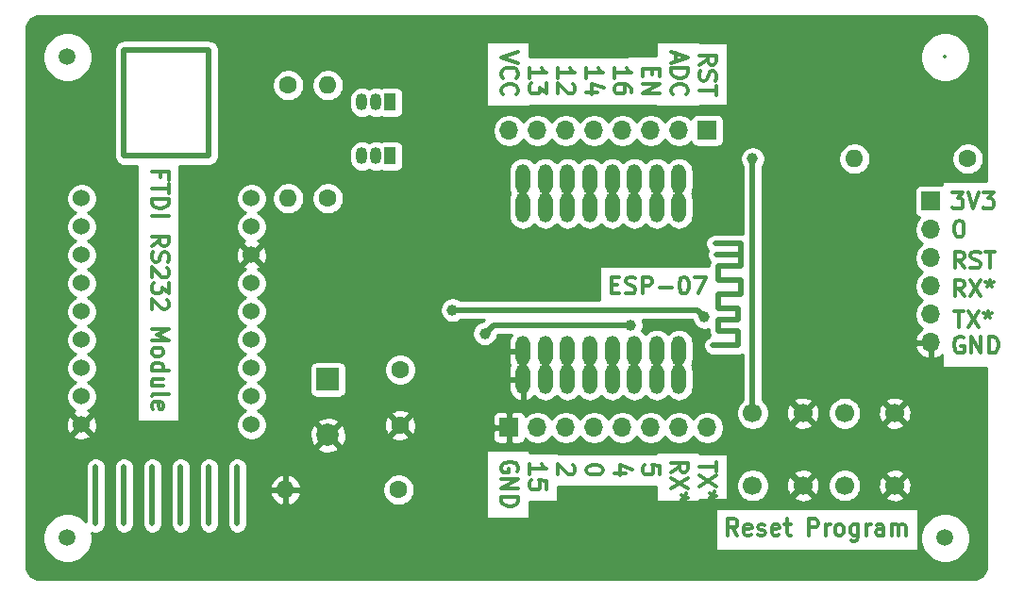
<source format=gbr>
G04 #@! TF.GenerationSoftware,KiCad,Pcbnew,(5.1.10)-1*
G04 #@! TF.CreationDate,2021-12-09T23:22:53+01:00*
G04 #@! TF.ProjectId,UARTtoESP,55415254-746f-4455-9350-2e6b69636164,rev?*
G04 #@! TF.SameCoordinates,Original*
G04 #@! TF.FileFunction,Copper,L1,Top*
G04 #@! TF.FilePolarity,Positive*
%FSLAX46Y46*%
G04 Gerber Fmt 4.6, Leading zero omitted, Abs format (unit mm)*
G04 Created by KiCad (PCBNEW (5.1.10)-1) date 2021-12-09 23:22:53*
%MOMM*%
%LPD*%
G01*
G04 APERTURE LIST*
G04 #@! TA.AperFunction,NonConductor*
%ADD10C,0.300000*%
G04 #@! TD*
G04 #@! TA.AperFunction,ComponentPad*
%ADD11C,1.700000*%
G04 #@! TD*
G04 #@! TA.AperFunction,ComponentPad*
%ADD12C,1.600000*%
G04 #@! TD*
G04 #@! TA.AperFunction,ComponentPad*
%ADD13O,1.600000X1.600000*%
G04 #@! TD*
G04 #@! TA.AperFunction,ComponentPad*
%ADD14O,1.050000X1.500000*%
G04 #@! TD*
G04 #@! TA.AperFunction,ComponentPad*
%ADD15R,1.050000X1.500000*%
G04 #@! TD*
G04 #@! TA.AperFunction,ComponentPad*
%ADD16O,1.700000X1.700000*%
G04 #@! TD*
G04 #@! TA.AperFunction,ComponentPad*
%ADD17R,1.700000X1.700000*%
G04 #@! TD*
G04 #@! TA.AperFunction,ComponentPad*
%ADD18C,2.000000*%
G04 #@! TD*
G04 #@! TA.AperFunction,ComponentPad*
%ADD19R,2.000000X2.000000*%
G04 #@! TD*
G04 #@! TA.AperFunction,ComponentPad*
%ADD20O,1.300000X2.700000*%
G04 #@! TD*
G04 #@! TA.AperFunction,SMDPad,CuDef*
%ADD21C,1.500000*%
G04 #@! TD*
G04 #@! TA.AperFunction,ComponentPad*
%ADD22C,1.524000*%
G04 #@! TD*
G04 #@! TA.AperFunction,ViaPad*
%ADD23C,1.000000*%
G04 #@! TD*
G04 #@! TA.AperFunction,Conductor*
%ADD24C,0.500000*%
G04 #@! TD*
G04 #@! TA.AperFunction,Conductor*
%ADD25C,0.254000*%
G04 #@! TD*
G04 #@! TA.AperFunction,Conductor*
%ADD26C,0.350000*%
G04 #@! TD*
%ADD27C,0.350000*%
G04 APERTURE END LIST*
D10*
X236902857Y-65472571D02*
X237831428Y-65472571D01*
X237331428Y-66044000D01*
X237545714Y-66044000D01*
X237688571Y-66115428D01*
X237760000Y-66186857D01*
X237831428Y-66329714D01*
X237831428Y-66686857D01*
X237760000Y-66829714D01*
X237688571Y-66901142D01*
X237545714Y-66972571D01*
X237117142Y-66972571D01*
X236974285Y-66901142D01*
X236902857Y-66829714D01*
X238260000Y-65472571D02*
X238760000Y-66972571D01*
X239260000Y-65472571D01*
X239617142Y-65472571D02*
X240545714Y-65472571D01*
X240045714Y-66044000D01*
X240260000Y-66044000D01*
X240402857Y-66115428D01*
X240474285Y-66186857D01*
X240545714Y-66329714D01*
X240545714Y-66686857D01*
X240474285Y-66829714D01*
X240402857Y-66901142D01*
X240260000Y-66972571D01*
X239831428Y-66972571D01*
X239688571Y-66901142D01*
X239617142Y-66829714D01*
X237418571Y-68012571D02*
X237561428Y-68012571D01*
X237704285Y-68084000D01*
X237775714Y-68155428D01*
X237847142Y-68298285D01*
X237918571Y-68584000D01*
X237918571Y-68941142D01*
X237847142Y-69226857D01*
X237775714Y-69369714D01*
X237704285Y-69441142D01*
X237561428Y-69512571D01*
X237418571Y-69512571D01*
X237275714Y-69441142D01*
X237204285Y-69369714D01*
X237132857Y-69226857D01*
X237061428Y-68941142D01*
X237061428Y-68584000D01*
X237132857Y-68298285D01*
X237204285Y-68155428D01*
X237275714Y-68084000D01*
X237418571Y-68012571D01*
X237938571Y-72306571D02*
X237438571Y-71592285D01*
X237081428Y-72306571D02*
X237081428Y-70806571D01*
X237652857Y-70806571D01*
X237795714Y-70878000D01*
X237867142Y-70949428D01*
X237938571Y-71092285D01*
X237938571Y-71306571D01*
X237867142Y-71449428D01*
X237795714Y-71520857D01*
X237652857Y-71592285D01*
X237081428Y-71592285D01*
X238510000Y-72235142D02*
X238724285Y-72306571D01*
X239081428Y-72306571D01*
X239224285Y-72235142D01*
X239295714Y-72163714D01*
X239367142Y-72020857D01*
X239367142Y-71878000D01*
X239295714Y-71735142D01*
X239224285Y-71663714D01*
X239081428Y-71592285D01*
X238795714Y-71520857D01*
X238652857Y-71449428D01*
X238581428Y-71378000D01*
X238510000Y-71235142D01*
X238510000Y-71092285D01*
X238581428Y-70949428D01*
X238652857Y-70878000D01*
X238795714Y-70806571D01*
X239152857Y-70806571D01*
X239367142Y-70878000D01*
X239795714Y-70806571D02*
X240652857Y-70806571D01*
X240224285Y-72306571D02*
X240224285Y-70806571D01*
X237938571Y-74846571D02*
X237438571Y-74132285D01*
X237081428Y-74846571D02*
X237081428Y-73346571D01*
X237652857Y-73346571D01*
X237795714Y-73418000D01*
X237867142Y-73489428D01*
X237938571Y-73632285D01*
X237938571Y-73846571D01*
X237867142Y-73989428D01*
X237795714Y-74060857D01*
X237652857Y-74132285D01*
X237081428Y-74132285D01*
X238438571Y-73346571D02*
X239438571Y-74846571D01*
X239438571Y-73346571D02*
X238438571Y-74846571D01*
X240224285Y-73346571D02*
X240224285Y-73703714D01*
X239867142Y-73560857D02*
X240224285Y-73703714D01*
X240581428Y-73560857D01*
X240010000Y-73989428D02*
X240224285Y-73703714D01*
X240438571Y-73989428D01*
X237045714Y-76140571D02*
X237902857Y-76140571D01*
X237474285Y-77640571D02*
X237474285Y-76140571D01*
X238260000Y-76140571D02*
X239260000Y-77640571D01*
X239260000Y-76140571D02*
X238260000Y-77640571D01*
X240045714Y-76140571D02*
X240045714Y-76497714D01*
X239688571Y-76354857D02*
X240045714Y-76497714D01*
X240402857Y-76354857D01*
X239831428Y-76783428D02*
X240045714Y-76497714D01*
X240260000Y-76783428D01*
X237871142Y-78498000D02*
X237728285Y-78426571D01*
X237514000Y-78426571D01*
X237299714Y-78498000D01*
X237156857Y-78640857D01*
X237085428Y-78783714D01*
X237014000Y-79069428D01*
X237014000Y-79283714D01*
X237085428Y-79569428D01*
X237156857Y-79712285D01*
X237299714Y-79855142D01*
X237514000Y-79926571D01*
X237656857Y-79926571D01*
X237871142Y-79855142D01*
X237942571Y-79783714D01*
X237942571Y-79283714D01*
X237656857Y-79283714D01*
X238585428Y-79926571D02*
X238585428Y-78426571D01*
X239442571Y-79926571D01*
X239442571Y-78426571D01*
X240156857Y-79926571D02*
X240156857Y-78426571D01*
X240514000Y-78426571D01*
X240728285Y-78498000D01*
X240871142Y-78640857D01*
X240942571Y-78783714D01*
X241014000Y-79069428D01*
X241014000Y-79283714D01*
X240942571Y-79569428D01*
X240871142Y-79712285D01*
X240728285Y-79855142D01*
X240514000Y-79926571D01*
X240156857Y-79926571D01*
X217598857Y-96309571D02*
X217098857Y-95595285D01*
X216741714Y-96309571D02*
X216741714Y-94809571D01*
X217313142Y-94809571D01*
X217456000Y-94881000D01*
X217527428Y-94952428D01*
X217598857Y-95095285D01*
X217598857Y-95309571D01*
X217527428Y-95452428D01*
X217456000Y-95523857D01*
X217313142Y-95595285D01*
X216741714Y-95595285D01*
X218813142Y-96238142D02*
X218670285Y-96309571D01*
X218384571Y-96309571D01*
X218241714Y-96238142D01*
X218170285Y-96095285D01*
X218170285Y-95523857D01*
X218241714Y-95381000D01*
X218384571Y-95309571D01*
X218670285Y-95309571D01*
X218813142Y-95381000D01*
X218884571Y-95523857D01*
X218884571Y-95666714D01*
X218170285Y-95809571D01*
X219456000Y-96238142D02*
X219598857Y-96309571D01*
X219884571Y-96309571D01*
X220027428Y-96238142D01*
X220098857Y-96095285D01*
X220098857Y-96023857D01*
X220027428Y-95881000D01*
X219884571Y-95809571D01*
X219670285Y-95809571D01*
X219527428Y-95738142D01*
X219456000Y-95595285D01*
X219456000Y-95523857D01*
X219527428Y-95381000D01*
X219670285Y-95309571D01*
X219884571Y-95309571D01*
X220027428Y-95381000D01*
X221313142Y-96238142D02*
X221170285Y-96309571D01*
X220884571Y-96309571D01*
X220741714Y-96238142D01*
X220670285Y-96095285D01*
X220670285Y-95523857D01*
X220741714Y-95381000D01*
X220884571Y-95309571D01*
X221170285Y-95309571D01*
X221313142Y-95381000D01*
X221384571Y-95523857D01*
X221384571Y-95666714D01*
X220670285Y-95809571D01*
X221813142Y-95309571D02*
X222384571Y-95309571D01*
X222027428Y-94809571D02*
X222027428Y-96095285D01*
X222098857Y-96238142D01*
X222241714Y-96309571D01*
X222384571Y-96309571D01*
X223988857Y-96309571D02*
X223988857Y-94809571D01*
X224560285Y-94809571D01*
X224703142Y-94881000D01*
X224774571Y-94952428D01*
X224846000Y-95095285D01*
X224846000Y-95309571D01*
X224774571Y-95452428D01*
X224703142Y-95523857D01*
X224560285Y-95595285D01*
X223988857Y-95595285D01*
X225488857Y-96309571D02*
X225488857Y-95309571D01*
X225488857Y-95595285D02*
X225560285Y-95452428D01*
X225631714Y-95381000D01*
X225774571Y-95309571D01*
X225917428Y-95309571D01*
X226631714Y-96309571D02*
X226488857Y-96238142D01*
X226417428Y-96166714D01*
X226346000Y-96023857D01*
X226346000Y-95595285D01*
X226417428Y-95452428D01*
X226488857Y-95381000D01*
X226631714Y-95309571D01*
X226846000Y-95309571D01*
X226988857Y-95381000D01*
X227060285Y-95452428D01*
X227131714Y-95595285D01*
X227131714Y-96023857D01*
X227060285Y-96166714D01*
X226988857Y-96238142D01*
X226846000Y-96309571D01*
X226631714Y-96309571D01*
X228417428Y-95309571D02*
X228417428Y-96523857D01*
X228346000Y-96666714D01*
X228274571Y-96738142D01*
X228131714Y-96809571D01*
X227917428Y-96809571D01*
X227774571Y-96738142D01*
X228417428Y-96238142D02*
X228274571Y-96309571D01*
X227988857Y-96309571D01*
X227846000Y-96238142D01*
X227774571Y-96166714D01*
X227703142Y-96023857D01*
X227703142Y-95595285D01*
X227774571Y-95452428D01*
X227846000Y-95381000D01*
X227988857Y-95309571D01*
X228274571Y-95309571D01*
X228417428Y-95381000D01*
X229131714Y-96309571D02*
X229131714Y-95309571D01*
X229131714Y-95595285D02*
X229203142Y-95452428D01*
X229274571Y-95381000D01*
X229417428Y-95309571D01*
X229560285Y-95309571D01*
X230703142Y-96309571D02*
X230703142Y-95523857D01*
X230631714Y-95381000D01*
X230488857Y-95309571D01*
X230203142Y-95309571D01*
X230060285Y-95381000D01*
X230703142Y-96238142D02*
X230560285Y-96309571D01*
X230203142Y-96309571D01*
X230060285Y-96238142D01*
X229988857Y-96095285D01*
X229988857Y-95952428D01*
X230060285Y-95809571D01*
X230203142Y-95738142D01*
X230560285Y-95738142D01*
X230703142Y-95666714D01*
X231417428Y-96309571D02*
X231417428Y-95309571D01*
X231417428Y-95452428D02*
X231488857Y-95381000D01*
X231631714Y-95309571D01*
X231846000Y-95309571D01*
X231988857Y-95381000D01*
X232060285Y-95523857D01*
X232060285Y-96309571D01*
X232060285Y-95523857D02*
X232131714Y-95381000D01*
X232274571Y-95309571D01*
X232488857Y-95309571D01*
X232631714Y-95381000D01*
X232703142Y-95523857D01*
X232703142Y-96309571D01*
X214205428Y-54042571D02*
X214919714Y-53542571D01*
X214205428Y-53185428D02*
X215705428Y-53185428D01*
X215705428Y-53756857D01*
X215634000Y-53899714D01*
X215562571Y-53971142D01*
X215419714Y-54042571D01*
X215205428Y-54042571D01*
X215062571Y-53971142D01*
X214991142Y-53899714D01*
X214919714Y-53756857D01*
X214919714Y-53185428D01*
X214276857Y-54614000D02*
X214205428Y-54828285D01*
X214205428Y-55185428D01*
X214276857Y-55328285D01*
X214348285Y-55399714D01*
X214491142Y-55471142D01*
X214634000Y-55471142D01*
X214776857Y-55399714D01*
X214848285Y-55328285D01*
X214919714Y-55185428D01*
X214991142Y-54899714D01*
X215062571Y-54756857D01*
X215134000Y-54685428D01*
X215276857Y-54614000D01*
X215419714Y-54614000D01*
X215562571Y-54685428D01*
X215634000Y-54756857D01*
X215705428Y-54899714D01*
X215705428Y-55256857D01*
X215634000Y-55471142D01*
X215705428Y-55899714D02*
X215705428Y-56756857D01*
X214205428Y-56328285D02*
X215705428Y-56328285D01*
X212094000Y-53006857D02*
X212094000Y-53721142D01*
X211665428Y-52864000D02*
X213165428Y-53364000D01*
X211665428Y-53864000D01*
X211665428Y-54364000D02*
X213165428Y-54364000D01*
X213165428Y-54721142D01*
X213094000Y-54935428D01*
X212951142Y-55078285D01*
X212808285Y-55149714D01*
X212522571Y-55221142D01*
X212308285Y-55221142D01*
X212022571Y-55149714D01*
X211879714Y-55078285D01*
X211736857Y-54935428D01*
X211665428Y-54721142D01*
X211665428Y-54364000D01*
X211808285Y-56721142D02*
X211736857Y-56649714D01*
X211665428Y-56435428D01*
X211665428Y-56292571D01*
X211736857Y-56078285D01*
X211879714Y-55935428D01*
X212022571Y-55864000D01*
X212308285Y-55792571D01*
X212522571Y-55792571D01*
X212808285Y-55864000D01*
X212951142Y-55935428D01*
X213094000Y-56078285D01*
X213165428Y-56292571D01*
X213165428Y-56435428D01*
X213094000Y-56649714D01*
X213022571Y-56721142D01*
X209911142Y-54391857D02*
X209911142Y-54891857D01*
X209125428Y-55106142D02*
X209125428Y-54391857D01*
X210625428Y-54391857D01*
X210625428Y-55106142D01*
X209125428Y-55749000D02*
X210625428Y-55749000D01*
X209125428Y-56606142D01*
X210625428Y-56606142D01*
X206585428Y-55213285D02*
X206585428Y-54356142D01*
X206585428Y-54784714D02*
X208085428Y-54784714D01*
X207871142Y-54641857D01*
X207728285Y-54499000D01*
X207656857Y-54356142D01*
X208085428Y-56499000D02*
X208085428Y-56213285D01*
X208014000Y-56070428D01*
X207942571Y-55999000D01*
X207728285Y-55856142D01*
X207442571Y-55784714D01*
X206871142Y-55784714D01*
X206728285Y-55856142D01*
X206656857Y-55927571D01*
X206585428Y-56070428D01*
X206585428Y-56356142D01*
X206656857Y-56499000D01*
X206728285Y-56570428D01*
X206871142Y-56641857D01*
X207228285Y-56641857D01*
X207371142Y-56570428D01*
X207442571Y-56499000D01*
X207514000Y-56356142D01*
X207514000Y-56070428D01*
X207442571Y-55927571D01*
X207371142Y-55856142D01*
X207228285Y-55784714D01*
X204045428Y-55213285D02*
X204045428Y-54356142D01*
X204045428Y-54784714D02*
X205545428Y-54784714D01*
X205331142Y-54641857D01*
X205188285Y-54499000D01*
X205116857Y-54356142D01*
X205045428Y-56499000D02*
X204045428Y-56499000D01*
X205616857Y-56141857D02*
X204545428Y-55784714D01*
X204545428Y-56713285D01*
X201505428Y-55213285D02*
X201505428Y-54356142D01*
X201505428Y-54784714D02*
X203005428Y-54784714D01*
X202791142Y-54641857D01*
X202648285Y-54499000D01*
X202576857Y-54356142D01*
X202862571Y-55784714D02*
X202934000Y-55856142D01*
X203005428Y-55999000D01*
X203005428Y-56356142D01*
X202934000Y-56499000D01*
X202862571Y-56570428D01*
X202719714Y-56641857D01*
X202576857Y-56641857D01*
X202362571Y-56570428D01*
X201505428Y-55713285D01*
X201505428Y-56641857D01*
X198965428Y-55213285D02*
X198965428Y-54356142D01*
X198965428Y-54784714D02*
X200465428Y-54784714D01*
X200251142Y-54641857D01*
X200108285Y-54499000D01*
X200036857Y-54356142D01*
X200465428Y-55713285D02*
X200465428Y-56641857D01*
X199894000Y-56141857D01*
X199894000Y-56356142D01*
X199822571Y-56499000D01*
X199751142Y-56570428D01*
X199608285Y-56641857D01*
X199251142Y-56641857D01*
X199108285Y-56570428D01*
X199036857Y-56499000D01*
X198965428Y-56356142D01*
X198965428Y-55927571D01*
X199036857Y-55784714D01*
X199108285Y-55713285D01*
X197925428Y-52864000D02*
X196425428Y-53364000D01*
X197925428Y-53864000D01*
X196568285Y-55221142D02*
X196496857Y-55149714D01*
X196425428Y-54935428D01*
X196425428Y-54792571D01*
X196496857Y-54578285D01*
X196639714Y-54435428D01*
X196782571Y-54364000D01*
X197068285Y-54292571D01*
X197282571Y-54292571D01*
X197568285Y-54364000D01*
X197711142Y-54435428D01*
X197854000Y-54578285D01*
X197925428Y-54792571D01*
X197925428Y-54935428D01*
X197854000Y-55149714D01*
X197782571Y-55221142D01*
X196568285Y-56721142D02*
X196496857Y-56649714D01*
X196425428Y-56435428D01*
X196425428Y-56292571D01*
X196496857Y-56078285D01*
X196639714Y-55935428D01*
X196782571Y-55864000D01*
X197068285Y-55792571D01*
X197282571Y-55792571D01*
X197568285Y-55864000D01*
X197711142Y-55935428D01*
X197854000Y-56078285D01*
X197925428Y-56292571D01*
X197925428Y-56435428D01*
X197854000Y-56649714D01*
X197782571Y-56721142D01*
X215705428Y-89725714D02*
X215705428Y-90582857D01*
X214205428Y-90154285D02*
X215705428Y-90154285D01*
X215705428Y-90940000D02*
X214205428Y-91940000D01*
X215705428Y-91940000D02*
X214205428Y-90940000D01*
X215705428Y-92725714D02*
X215348285Y-92725714D01*
X215491142Y-92368571D02*
X215348285Y-92725714D01*
X215491142Y-93082857D01*
X215062571Y-92511428D02*
X215348285Y-92725714D01*
X215062571Y-92940000D01*
X211665428Y-90618571D02*
X212379714Y-90118571D01*
X211665428Y-89761428D02*
X213165428Y-89761428D01*
X213165428Y-90332857D01*
X213094000Y-90475714D01*
X213022571Y-90547142D01*
X212879714Y-90618571D01*
X212665428Y-90618571D01*
X212522571Y-90547142D01*
X212451142Y-90475714D01*
X212379714Y-90332857D01*
X212379714Y-89761428D01*
X213165428Y-91118571D02*
X211665428Y-92118571D01*
X213165428Y-92118571D02*
X211665428Y-91118571D01*
X213165428Y-92904285D02*
X212808285Y-92904285D01*
X212951142Y-92547142D02*
X212808285Y-92904285D01*
X212951142Y-93261428D01*
X212522571Y-92690000D02*
X212808285Y-92904285D01*
X212522571Y-93118571D01*
X210625428Y-90781142D02*
X210625428Y-90066857D01*
X209911142Y-89995428D01*
X209982571Y-90066857D01*
X210054000Y-90209714D01*
X210054000Y-90566857D01*
X209982571Y-90709714D01*
X209911142Y-90781142D01*
X209768285Y-90852571D01*
X209411142Y-90852571D01*
X209268285Y-90781142D01*
X209196857Y-90709714D01*
X209125428Y-90566857D01*
X209125428Y-90209714D01*
X209196857Y-90066857D01*
X209268285Y-89995428D01*
X207585428Y-90709714D02*
X206585428Y-90709714D01*
X208156857Y-90352571D02*
X207085428Y-89995428D01*
X207085428Y-90924000D01*
X205545428Y-90352571D02*
X205545428Y-90495428D01*
X205474000Y-90638285D01*
X205402571Y-90709714D01*
X205259714Y-90781142D01*
X204974000Y-90852571D01*
X204616857Y-90852571D01*
X204331142Y-90781142D01*
X204188285Y-90709714D01*
X204116857Y-90638285D01*
X204045428Y-90495428D01*
X204045428Y-90352571D01*
X204116857Y-90209714D01*
X204188285Y-90138285D01*
X204331142Y-90066857D01*
X204616857Y-89995428D01*
X204974000Y-89995428D01*
X205259714Y-90066857D01*
X205402571Y-90138285D01*
X205474000Y-90209714D01*
X205545428Y-90352571D01*
X202862571Y-89995428D02*
X202934000Y-90066857D01*
X203005428Y-90209714D01*
X203005428Y-90566857D01*
X202934000Y-90709714D01*
X202862571Y-90781142D01*
X202719714Y-90852571D01*
X202576857Y-90852571D01*
X202362571Y-90781142D01*
X201505428Y-89924000D01*
X201505428Y-90852571D01*
X198965428Y-90773285D02*
X198965428Y-89916142D01*
X198965428Y-90344714D02*
X200465428Y-90344714D01*
X200251142Y-90201857D01*
X200108285Y-90059000D01*
X200036857Y-89916142D01*
X200465428Y-92130428D02*
X200465428Y-91416142D01*
X199751142Y-91344714D01*
X199822571Y-91416142D01*
X199894000Y-91559000D01*
X199894000Y-91916142D01*
X199822571Y-92059000D01*
X199751142Y-92130428D01*
X199608285Y-92201857D01*
X199251142Y-92201857D01*
X199108285Y-92130428D01*
X199036857Y-92059000D01*
X198965428Y-91916142D01*
X198965428Y-91559000D01*
X199036857Y-91416142D01*
X199108285Y-91344714D01*
X197854000Y-90551142D02*
X197925428Y-90408285D01*
X197925428Y-90194000D01*
X197854000Y-89979714D01*
X197711142Y-89836857D01*
X197568285Y-89765428D01*
X197282571Y-89694000D01*
X197068285Y-89694000D01*
X196782571Y-89765428D01*
X196639714Y-89836857D01*
X196496857Y-89979714D01*
X196425428Y-90194000D01*
X196425428Y-90336857D01*
X196496857Y-90551142D01*
X196568285Y-90622571D01*
X197068285Y-90622571D01*
X197068285Y-90336857D01*
X196425428Y-91265428D02*
X197925428Y-91265428D01*
X196425428Y-92122571D01*
X197925428Y-92122571D01*
X196425428Y-92836857D02*
X197925428Y-92836857D01*
X197925428Y-93194000D01*
X197854000Y-93408285D01*
X197711142Y-93551142D01*
X197568285Y-93622571D01*
X197282571Y-93694000D01*
X197068285Y-93694000D01*
X196782571Y-93622571D01*
X196639714Y-93551142D01*
X196496857Y-93408285D01*
X196425428Y-93194000D01*
X196425428Y-92836857D01*
X206296142Y-73806857D02*
X206796142Y-73806857D01*
X207010428Y-74592571D02*
X206296142Y-74592571D01*
X206296142Y-73092571D01*
X207010428Y-73092571D01*
X207581857Y-74521142D02*
X207796142Y-74592571D01*
X208153285Y-74592571D01*
X208296142Y-74521142D01*
X208367571Y-74449714D01*
X208439000Y-74306857D01*
X208439000Y-74164000D01*
X208367571Y-74021142D01*
X208296142Y-73949714D01*
X208153285Y-73878285D01*
X207867571Y-73806857D01*
X207724714Y-73735428D01*
X207653285Y-73664000D01*
X207581857Y-73521142D01*
X207581857Y-73378285D01*
X207653285Y-73235428D01*
X207724714Y-73164000D01*
X207867571Y-73092571D01*
X208224714Y-73092571D01*
X208439000Y-73164000D01*
X209081857Y-74592571D02*
X209081857Y-73092571D01*
X209653285Y-73092571D01*
X209796142Y-73164000D01*
X209867571Y-73235428D01*
X209939000Y-73378285D01*
X209939000Y-73592571D01*
X209867571Y-73735428D01*
X209796142Y-73806857D01*
X209653285Y-73878285D01*
X209081857Y-73878285D01*
X210581857Y-74021142D02*
X211724714Y-74021142D01*
X212724714Y-73092571D02*
X212867571Y-73092571D01*
X213010428Y-73164000D01*
X213081857Y-73235428D01*
X213153285Y-73378285D01*
X213224714Y-73664000D01*
X213224714Y-74021142D01*
X213153285Y-74306857D01*
X213081857Y-74449714D01*
X213010428Y-74521142D01*
X212867571Y-74592571D01*
X212724714Y-74592571D01*
X212581857Y-74521142D01*
X212510428Y-74449714D01*
X212439000Y-74306857D01*
X212367571Y-74021142D01*
X212367571Y-73664000D01*
X212439000Y-73378285D01*
X212510428Y-73235428D01*
X212581857Y-73164000D01*
X212724714Y-73092571D01*
X213724714Y-73092571D02*
X214724714Y-73092571D01*
X214081857Y-74592571D01*
X165842142Y-64152142D02*
X165842142Y-63652142D01*
X165056428Y-63652142D02*
X166556428Y-63652142D01*
X166556428Y-64366428D01*
X166556428Y-64723571D02*
X166556428Y-65580714D01*
X165056428Y-65152142D02*
X166556428Y-65152142D01*
X165056428Y-66080714D02*
X166556428Y-66080714D01*
X166556428Y-66437857D01*
X166485000Y-66652142D01*
X166342142Y-66795000D01*
X166199285Y-66866428D01*
X165913571Y-66937857D01*
X165699285Y-66937857D01*
X165413571Y-66866428D01*
X165270714Y-66795000D01*
X165127857Y-66652142D01*
X165056428Y-66437857D01*
X165056428Y-66080714D01*
X165056428Y-67580714D02*
X166556428Y-67580714D01*
X165056428Y-70295000D02*
X165770714Y-69795000D01*
X165056428Y-69437857D02*
X166556428Y-69437857D01*
X166556428Y-70009285D01*
X166485000Y-70152142D01*
X166413571Y-70223571D01*
X166270714Y-70295000D01*
X166056428Y-70295000D01*
X165913571Y-70223571D01*
X165842142Y-70152142D01*
X165770714Y-70009285D01*
X165770714Y-69437857D01*
X165127857Y-70866428D02*
X165056428Y-71080714D01*
X165056428Y-71437857D01*
X165127857Y-71580714D01*
X165199285Y-71652142D01*
X165342142Y-71723571D01*
X165485000Y-71723571D01*
X165627857Y-71652142D01*
X165699285Y-71580714D01*
X165770714Y-71437857D01*
X165842142Y-71152142D01*
X165913571Y-71009285D01*
X165985000Y-70937857D01*
X166127857Y-70866428D01*
X166270714Y-70866428D01*
X166413571Y-70937857D01*
X166485000Y-71009285D01*
X166556428Y-71152142D01*
X166556428Y-71509285D01*
X166485000Y-71723571D01*
X166413571Y-72295000D02*
X166485000Y-72366428D01*
X166556428Y-72509285D01*
X166556428Y-72866428D01*
X166485000Y-73009285D01*
X166413571Y-73080714D01*
X166270714Y-73152142D01*
X166127857Y-73152142D01*
X165913571Y-73080714D01*
X165056428Y-72223571D01*
X165056428Y-73152142D01*
X166556428Y-73652142D02*
X166556428Y-74580714D01*
X165985000Y-74080714D01*
X165985000Y-74295000D01*
X165913571Y-74437857D01*
X165842142Y-74509285D01*
X165699285Y-74580714D01*
X165342142Y-74580714D01*
X165199285Y-74509285D01*
X165127857Y-74437857D01*
X165056428Y-74295000D01*
X165056428Y-73866428D01*
X165127857Y-73723571D01*
X165199285Y-73652142D01*
X166413571Y-75152142D02*
X166485000Y-75223571D01*
X166556428Y-75366428D01*
X166556428Y-75723571D01*
X166485000Y-75866428D01*
X166413571Y-75937857D01*
X166270714Y-76009285D01*
X166127857Y-76009285D01*
X165913571Y-75937857D01*
X165056428Y-75080714D01*
X165056428Y-76009285D01*
X165056428Y-77795000D02*
X166556428Y-77795000D01*
X165485000Y-78295000D01*
X166556428Y-78795000D01*
X165056428Y-78795000D01*
X165056428Y-79723571D02*
X165127857Y-79580714D01*
X165199285Y-79509285D01*
X165342142Y-79437857D01*
X165770714Y-79437857D01*
X165913571Y-79509285D01*
X165985000Y-79580714D01*
X166056428Y-79723571D01*
X166056428Y-79937857D01*
X165985000Y-80080714D01*
X165913571Y-80152142D01*
X165770714Y-80223571D01*
X165342142Y-80223571D01*
X165199285Y-80152142D01*
X165127857Y-80080714D01*
X165056428Y-79937857D01*
X165056428Y-79723571D01*
X165056428Y-81509285D02*
X166556428Y-81509285D01*
X165127857Y-81509285D02*
X165056428Y-81366428D01*
X165056428Y-81080714D01*
X165127857Y-80937857D01*
X165199285Y-80866428D01*
X165342142Y-80795000D01*
X165770714Y-80795000D01*
X165913571Y-80866428D01*
X165985000Y-80937857D01*
X166056428Y-81080714D01*
X166056428Y-81366428D01*
X165985000Y-81509285D01*
X166056428Y-82866428D02*
X165056428Y-82866428D01*
X166056428Y-82223571D02*
X165270714Y-82223571D01*
X165127857Y-82295000D01*
X165056428Y-82437857D01*
X165056428Y-82652142D01*
X165127857Y-82795000D01*
X165199285Y-82866428D01*
X165056428Y-83795000D02*
X165127857Y-83652142D01*
X165270714Y-83580714D01*
X166556428Y-83580714D01*
X165127857Y-84937857D02*
X165056428Y-84795000D01*
X165056428Y-84509285D01*
X165127857Y-84366428D01*
X165270714Y-84295000D01*
X165842142Y-84295000D01*
X165985000Y-84366428D01*
X166056428Y-84509285D01*
X166056428Y-84795000D01*
X165985000Y-84937857D01*
X165842142Y-85009285D01*
X165699285Y-85009285D01*
X165556428Y-84295000D01*
D11*
G04 #@! TO.P,SW2,1*
G04 #@! TO.N,RST*
X218948000Y-91821000D03*
G04 #@! TO.P,SW2,2*
X218948000Y-85321000D03*
G04 #@! TO.P,SW2,3*
G04 #@! TO.N,GND*
X223448000Y-91821000D03*
G04 #@! TO.P,SW2,4*
X223448000Y-85321000D03*
G04 #@! TD*
D12*
G04 #@! TO.P,R3,1*
G04 #@! TO.N,/DTRR*
X180848000Y-66040000D03*
D13*
G04 #@! TO.P,R3,2*
G04 #@! TO.N,/DTR*
X180848000Y-55880000D03*
G04 #@! TD*
D14*
G04 #@! TO.P,Q2,2*
G04 #@! TO.N,/DTRR*
X185166000Y-62230000D03*
G04 #@! TO.P,Q2,3*
G04 #@! TO.N,/RTS*
X183896000Y-62230000D03*
D15*
G04 #@! TO.P,Q2,1*
G04 #@! TO.N,RST*
X186436000Y-62230000D03*
G04 #@! TD*
D16*
G04 #@! TO.P,J3,6*
G04 #@! TO.N,GND*
X234950000Y-78994000D03*
G04 #@! TO.P,J3,5*
G04 #@! TO.N,TX*
X234950000Y-76454000D03*
G04 #@! TO.P,J3,4*
G04 #@! TO.N,RX*
X234950000Y-73914000D03*
G04 #@! TO.P,J3,3*
G04 #@! TO.N,RST*
X234950000Y-71374000D03*
G04 #@! TO.P,J3,2*
G04 #@! TO.N,0*
X234950000Y-68834000D03*
D17*
G04 #@! TO.P,J3,1*
G04 #@! TO.N,VCC*
X234950000Y-66294000D03*
G04 #@! TD*
D18*
G04 #@! TO.P,C1,2*
G04 #@! TO.N,GND*
X180848000Y-87296000D03*
D19*
G04 #@! TO.P,C1,1*
G04 #@! TO.N,VCC*
X180848000Y-82296000D03*
G04 #@! TD*
D13*
G04 #@! TO.P,R4,2*
G04 #@! TO.N,VCC*
X228092000Y-62484000D03*
D12*
G04 #@! TO.P,R4,1*
G04 #@! TO.N,0*
X238252000Y-62484000D03*
G04 #@! TD*
D20*
G04 #@! TO.P,U3,16*
G04 #@! TO.N,TX*
X212344000Y-79724000D03*
G04 #@! TO.P,U3,15*
G04 #@! TO.N,RX*
X210344000Y-79724000D03*
G04 #@! TO.P,U3,14*
G04 #@! TO.N,5*
X208344000Y-79724000D03*
G04 #@! TO.P,U3,13*
G04 #@! TO.N,4*
X206344000Y-79724000D03*
G04 #@! TO.P,U3,12*
G04 #@! TO.N,0*
X204344000Y-79724000D03*
G04 #@! TO.P,U3,11*
G04 #@! TO.N,2*
X202344000Y-79724000D03*
G04 #@! TO.P,U3,10*
G04 #@! TO.N,15*
X200344000Y-79724000D03*
G04 #@! TO.P,U3,9*
G04 #@! TO.N,GND*
X198344000Y-79724000D03*
G04 #@! TO.P,U3,8*
G04 #@! TO.N,VCC*
X198344000Y-64324000D03*
G04 #@! TO.P,U3,7*
G04 #@! TO.N,13*
X200344000Y-64324000D03*
G04 #@! TO.P,U3,6*
G04 #@! TO.N,12*
X202344000Y-64324000D03*
G04 #@! TO.P,U3,5*
G04 #@! TO.N,14*
X204344000Y-64324000D03*
G04 #@! TO.P,U3,4*
G04 #@! TO.N,16*
X206344000Y-64324000D03*
G04 #@! TO.P,U3,3*
G04 #@! TO.N,VCC*
X208344000Y-64324000D03*
G04 #@! TO.P,U3,2*
G04 #@! TO.N,ADC*
X210344000Y-64324000D03*
G04 #@! TO.P,U3,1*
G04 #@! TO.N,RST*
X212344000Y-64324000D03*
G04 #@! TD*
G04 #@! TO.P,U2,16*
G04 #@! TO.N,TX*
X212344000Y-82264000D03*
G04 #@! TO.P,U2,15*
G04 #@! TO.N,RX*
X210344000Y-82264000D03*
G04 #@! TO.P,U2,14*
G04 #@! TO.N,5*
X208344000Y-82264000D03*
G04 #@! TO.P,U2,13*
G04 #@! TO.N,4*
X206344000Y-82264000D03*
G04 #@! TO.P,U2,12*
G04 #@! TO.N,0*
X204344000Y-82264000D03*
G04 #@! TO.P,U2,11*
G04 #@! TO.N,2*
X202344000Y-82264000D03*
G04 #@! TO.P,U2,10*
G04 #@! TO.N,15*
X200344000Y-82264000D03*
G04 #@! TO.P,U2,9*
G04 #@! TO.N,GND*
X198344000Y-82264000D03*
G04 #@! TO.P,U2,8*
G04 #@! TO.N,VCC*
X198344000Y-66864000D03*
G04 #@! TO.P,U2,7*
G04 #@! TO.N,13*
X200344000Y-66864000D03*
G04 #@! TO.P,U2,6*
G04 #@! TO.N,12*
X202344000Y-66864000D03*
G04 #@! TO.P,U2,5*
G04 #@! TO.N,14*
X204344000Y-66864000D03*
G04 #@! TO.P,U2,4*
G04 #@! TO.N,16*
X206344000Y-66864000D03*
G04 #@! TO.P,U2,3*
G04 #@! TO.N,VCC*
X208344000Y-66864000D03*
G04 #@! TO.P,U2,2*
G04 #@! TO.N,ADC*
X210344000Y-66864000D03*
G04 #@! TO.P,U2,1*
G04 #@! TO.N,RST*
X212344000Y-66864000D03*
G04 #@! TD*
D21*
G04 #@! TO.P,REF\u002A\u002A,1*
G04 #@! TO.N,N/C*
X236220000Y-96520000D03*
G04 #@! TD*
G04 #@! TO.P,REF\u002A\u002A,1*
G04 #@! TO.N,N/C*
X157480000Y-96520000D03*
G04 #@! TD*
G04 #@! TO.P,REF\u002A\u002A,1*
G04 #@! TO.N,N/C*
X157480000Y-53340000D03*
G04 #@! TD*
D16*
G04 #@! TO.P,J1,8*
G04 #@! TO.N,TX*
X214884000Y-86614000D03*
G04 #@! TO.P,J1,7*
G04 #@! TO.N,RX*
X212344000Y-86614000D03*
G04 #@! TO.P,J1,6*
G04 #@! TO.N,5*
X209804000Y-86614000D03*
G04 #@! TO.P,J1,5*
G04 #@! TO.N,4*
X207264000Y-86614000D03*
G04 #@! TO.P,J1,4*
G04 #@! TO.N,0*
X204724000Y-86614000D03*
G04 #@! TO.P,J1,3*
G04 #@! TO.N,2*
X202184000Y-86614000D03*
G04 #@! TO.P,J1,2*
G04 #@! TO.N,15*
X199644000Y-86614000D03*
D17*
G04 #@! TO.P,J1,1*
G04 #@! TO.N,GND*
X197104000Y-86614000D03*
G04 #@! TD*
D12*
G04 #@! TO.P,C2,1*
G04 #@! TO.N,VCC*
X187325000Y-81407000D03*
G04 #@! TO.P,C2,2*
G04 #@! TO.N,GND*
X187325000Y-86407000D03*
G04 #@! TD*
D22*
G04 #@! TO.P,U1,1*
G04 #@! TO.N,Net-(U1-Pad1)*
X158750000Y-66040000D03*
G04 #@! TO.P,U1,2*
G04 #@! TO.N,Net-(U1-Pad2)*
X158750000Y-68580000D03*
G04 #@! TO.P,U1,3*
G04 #@! TO.N,Net-(U1-Pad3)*
X158750000Y-71120000D03*
G04 #@! TO.P,U1,4*
G04 #@! TO.N,Net-(U1-Pad4)*
X158750000Y-73660000D03*
G04 #@! TO.P,U1,5*
G04 #@! TO.N,Net-(U1-Pad5)*
X158750000Y-76200000D03*
G04 #@! TO.P,U1,6*
G04 #@! TO.N,Net-(U1-Pad6)*
X158750000Y-78740000D03*
G04 #@! TO.P,U1,7*
G04 #@! TO.N,Net-(U1-Pad7)*
X158750000Y-81280000D03*
G04 #@! TO.P,U1,8*
G04 #@! TO.N,Net-(U1-Pad8)*
X158750000Y-83820000D03*
G04 #@! TO.P,U1,9*
G04 #@! TO.N,GND*
X158750000Y-86360000D03*
G04 #@! TO.P,U1,10*
G04 #@! TO.N,RX*
X173990000Y-86360000D03*
G04 #@! TO.P,U1,11*
G04 #@! TO.N,/DTR*
X173990000Y-83820000D03*
G04 #@! TO.P,U1,12*
G04 #@! TO.N,/RTS*
X173990000Y-81280000D03*
G04 #@! TO.P,U1,13*
G04 #@! TO.N,VCC*
X173990000Y-78740000D03*
G04 #@! TO.P,U1,14*
G04 #@! TO.N,TX*
X173990000Y-76200000D03*
G04 #@! TO.P,U1,15*
G04 #@! TO.N,Net-(U1-Pad15)*
X173990000Y-73660000D03*
G04 #@! TO.P,U1,16*
G04 #@! TO.N,GND*
X173990000Y-71120000D03*
G04 #@! TO.P,U1,17*
G04 #@! TO.N,Net-(U1-Pad17)*
X173990000Y-68580000D03*
G04 #@! TO.P,U1,18*
G04 #@! TO.N,Net-(U1-Pad18)*
X173990000Y-66040000D03*
G04 #@! TD*
D11*
G04 #@! TO.P,SW1,1*
G04 #@! TO.N,0*
X227203000Y-91821000D03*
G04 #@! TO.P,SW1,2*
X227203000Y-85321000D03*
G04 #@! TO.P,SW1,3*
G04 #@! TO.N,GND*
X231703000Y-91821000D03*
G04 #@! TO.P,SW1,4*
X231703000Y-85321000D03*
G04 #@! TD*
D12*
G04 #@! TO.P,R2,1*
G04 #@! TO.N,/RTSR*
X177292000Y-55880000D03*
D13*
G04 #@! TO.P,R2,2*
G04 #@! TO.N,/RTS*
X177292000Y-66040000D03*
G04 #@! TD*
D12*
G04 #@! TO.P,R1,1*
G04 #@! TO.N,15*
X187198000Y-92202000D03*
D13*
G04 #@! TO.P,R1,2*
G04 #@! TO.N,GND*
X177038000Y-92202000D03*
G04 #@! TD*
D14*
G04 #@! TO.P,Q1,2*
G04 #@! TO.N,/RTSR*
X185166000Y-57404000D03*
G04 #@! TO.P,Q1,3*
G04 #@! TO.N,/DTR*
X183896000Y-57404000D03*
D15*
G04 #@! TO.P,Q1,1*
G04 #@! TO.N,0*
X186436000Y-57404000D03*
G04 #@! TD*
D17*
G04 #@! TO.P,J2,1*
G04 #@! TO.N,RST*
X214884000Y-59944000D03*
D16*
G04 #@! TO.P,J2,2*
G04 #@! TO.N,ADC*
X212344000Y-59944000D03*
G04 #@! TO.P,J2,3*
G04 #@! TO.N,VCC*
X209804000Y-59944000D03*
G04 #@! TO.P,J2,4*
G04 #@! TO.N,16*
X207264000Y-59944000D03*
G04 #@! TO.P,J2,5*
G04 #@! TO.N,14*
X204724000Y-59944000D03*
G04 #@! TO.P,J2,6*
G04 #@! TO.N,12*
X202184000Y-59944000D03*
G04 #@! TO.P,J2,7*
G04 #@! TO.N,13*
X199644000Y-59944000D03*
G04 #@! TO.P,J2,8*
G04 #@! TO.N,VCC*
X197104000Y-59944000D03*
G04 #@! TD*
D23*
G04 #@! TO.N,TX*
X214630000Y-76708000D03*
X192024000Y-76057179D03*
G04 #@! TO.N,RX*
X194935764Y-78166010D03*
X208026000Y-77404010D03*
G04 #@! TO.N,RST*
X218948000Y-62484000D03*
G04 #@! TD*
D24*
G04 #@! TO.N,*
X217932000Y-70104000D02*
X217932000Y-71120000D01*
X215900000Y-73406000D02*
X217932000Y-73406000D01*
X215900000Y-72136000D02*
X215900000Y-73406000D01*
X217932000Y-71120000D02*
X217932000Y-72136000D01*
X217932000Y-72136000D02*
X215900000Y-72136000D01*
X217932000Y-73406000D02*
X217932000Y-74433998D01*
X217932000Y-74433998D02*
X217932000Y-74676000D01*
X217932000Y-74676000D02*
X215900000Y-74676000D01*
X215900000Y-74676000D02*
X215900000Y-75946000D01*
X215900000Y-75946000D02*
X217678000Y-75946000D01*
X217678000Y-75946000D02*
X217678000Y-76962000D01*
X217678000Y-76962000D02*
X215900000Y-76962000D01*
X215900000Y-76962000D02*
X215900000Y-77978000D01*
X215900000Y-77978000D02*
X217678000Y-77978000D01*
X217678000Y-77978000D02*
X217678000Y-79248000D01*
X217932000Y-70104000D02*
X215584010Y-70104000D01*
X217932000Y-71120000D02*
X215734001Y-71120000D01*
X217678000Y-79248000D02*
X215392000Y-79248000D01*
X160020000Y-90170000D02*
X160020000Y-95250000D01*
X162560000Y-90170000D02*
X162560000Y-95250000D01*
X165100000Y-90170000D02*
X165100000Y-95250000D01*
X167640000Y-90170000D02*
X167640000Y-95250000D01*
X170180000Y-90170000D02*
X170180000Y-95250000D01*
X172720000Y-90170000D02*
X172720000Y-95250000D01*
X162560000Y-52705000D02*
X162560000Y-62230000D01*
X162560000Y-62230000D02*
X170180000Y-62230000D01*
X170180000Y-62230000D02*
X170180000Y-52705000D01*
X170180000Y-52705000D02*
X162560000Y-52705000D01*
G04 #@! TO.N,TX*
X214630000Y-76708000D02*
X213979179Y-76057179D01*
X213979179Y-76057179D02*
X192024000Y-76057179D01*
G04 #@! TO.N,RX*
X194935764Y-78166010D02*
X195697764Y-77404010D01*
X195697764Y-77404010D02*
X208026000Y-77404010D01*
G04 #@! TO.N,RST*
X218948000Y-85321000D02*
X218948000Y-62484000D01*
G04 #@! TD*
D25*
G04 #@! TO.N,GND*
X238958395Y-49674843D02*
X239150765Y-49726388D01*
X239331260Y-49810555D01*
X239494390Y-49924780D01*
X239635220Y-50065610D01*
X239749445Y-50228740D01*
X239833612Y-50409235D01*
X239885157Y-50601605D01*
X239903000Y-50805548D01*
X239903000Y-64504000D01*
X235903572Y-64504000D01*
X235903572Y-64816129D01*
X235800000Y-64805928D01*
X234100000Y-64805928D01*
X233975518Y-64818188D01*
X233855820Y-64854498D01*
X233745506Y-64913463D01*
X233648815Y-64992815D01*
X233569463Y-65089506D01*
X233510498Y-65199820D01*
X233474188Y-65319518D01*
X233461928Y-65444000D01*
X233461928Y-67144000D01*
X233474188Y-67268482D01*
X233510498Y-67388180D01*
X233569463Y-67498494D01*
X233648815Y-67595185D01*
X233745506Y-67674537D01*
X233855820Y-67733502D01*
X233928380Y-67755513D01*
X233796525Y-67887368D01*
X233634010Y-68130589D01*
X233522068Y-68400842D01*
X233465000Y-68687740D01*
X233465000Y-68980260D01*
X233522068Y-69267158D01*
X233634010Y-69537411D01*
X233796525Y-69780632D01*
X234003368Y-69987475D01*
X234177760Y-70104000D01*
X234003368Y-70220525D01*
X233796525Y-70427368D01*
X233634010Y-70670589D01*
X233522068Y-70940842D01*
X233465000Y-71227740D01*
X233465000Y-71520260D01*
X233522068Y-71807158D01*
X233634010Y-72077411D01*
X233796525Y-72320632D01*
X234003368Y-72527475D01*
X234177760Y-72644000D01*
X234003368Y-72760525D01*
X233796525Y-72967368D01*
X233634010Y-73210589D01*
X233522068Y-73480842D01*
X233465000Y-73767740D01*
X233465000Y-74060260D01*
X233522068Y-74347158D01*
X233634010Y-74617411D01*
X233796525Y-74860632D01*
X234003368Y-75067475D01*
X234177760Y-75184000D01*
X234003368Y-75300525D01*
X233796525Y-75507368D01*
X233634010Y-75750589D01*
X233522068Y-76020842D01*
X233465000Y-76307740D01*
X233465000Y-76600260D01*
X233522068Y-76887158D01*
X233634010Y-77157411D01*
X233796525Y-77400632D01*
X234003368Y-77607475D01*
X234185534Y-77729195D01*
X234068645Y-77798822D01*
X233852412Y-77993731D01*
X233678359Y-78227080D01*
X233553175Y-78489901D01*
X233508524Y-78637110D01*
X233629845Y-78867000D01*
X234823000Y-78867000D01*
X234823000Y-78847000D01*
X235077000Y-78847000D01*
X235077000Y-78867000D01*
X235097000Y-78867000D01*
X235097000Y-79121000D01*
X235077000Y-79121000D01*
X235077000Y-80314814D01*
X235306891Y-80435481D01*
X235581252Y-80338157D01*
X235831355Y-80189178D01*
X235943286Y-80088285D01*
X235943286Y-81278000D01*
X239903000Y-81278000D01*
X239903000Y-99054452D01*
X239885157Y-99258395D01*
X239833612Y-99450765D01*
X239749445Y-99631260D01*
X239635220Y-99794390D01*
X239494390Y-99935220D01*
X239331260Y-100049445D01*
X239150765Y-100133612D01*
X238958395Y-100185157D01*
X238754452Y-100203000D01*
X154945548Y-100203000D01*
X154741605Y-100185157D01*
X154549235Y-100133612D01*
X154368740Y-100049445D01*
X154205610Y-99935220D01*
X154064780Y-99794390D01*
X153950555Y-99631260D01*
X153866388Y-99450765D01*
X153814843Y-99258395D01*
X153797000Y-99054452D01*
X153797000Y-96299872D01*
X155245000Y-96299872D01*
X155245000Y-96740128D01*
X155330890Y-97171925D01*
X155499369Y-97578669D01*
X155743962Y-97944729D01*
X156055271Y-98256038D01*
X156421331Y-98500631D01*
X156828075Y-98669110D01*
X157259872Y-98755000D01*
X157700128Y-98755000D01*
X158131925Y-98669110D01*
X158538669Y-98500631D01*
X158904729Y-98256038D01*
X159216038Y-97944729D01*
X159460631Y-97578669D01*
X159629110Y-97171925D01*
X159715000Y-96740128D01*
X159715000Y-96299872D01*
X159668390Y-96065550D01*
X159679688Y-96071589D01*
X159846511Y-96122195D01*
X160020000Y-96139282D01*
X160193490Y-96122195D01*
X160360313Y-96071589D01*
X160514059Y-95989411D01*
X160648817Y-95878817D01*
X160759411Y-95744059D01*
X160841589Y-95590313D01*
X160892195Y-95423490D01*
X160905000Y-95293477D01*
X160905000Y-90126524D01*
X161675000Y-90126524D01*
X161675001Y-95293477D01*
X161687806Y-95423490D01*
X161738412Y-95590313D01*
X161820590Y-95744059D01*
X161931184Y-95878817D01*
X162065942Y-95989411D01*
X162219688Y-96071589D01*
X162386511Y-96122195D01*
X162560000Y-96139282D01*
X162733490Y-96122195D01*
X162900313Y-96071589D01*
X163054059Y-95989411D01*
X163188817Y-95878817D01*
X163299411Y-95744059D01*
X163381589Y-95590313D01*
X163432195Y-95423490D01*
X163445000Y-95293477D01*
X163445000Y-90126524D01*
X164215000Y-90126524D01*
X164215001Y-95293477D01*
X164227806Y-95423490D01*
X164278412Y-95590313D01*
X164360590Y-95744059D01*
X164471184Y-95878817D01*
X164605942Y-95989411D01*
X164759688Y-96071589D01*
X164926511Y-96122195D01*
X165100000Y-96139282D01*
X165273490Y-96122195D01*
X165440313Y-96071589D01*
X165594059Y-95989411D01*
X165728817Y-95878817D01*
X165839411Y-95744059D01*
X165921589Y-95590313D01*
X165972195Y-95423490D01*
X165985000Y-95293477D01*
X165985000Y-90126524D01*
X166755000Y-90126524D01*
X166755001Y-95293477D01*
X166767806Y-95423490D01*
X166818412Y-95590313D01*
X166900590Y-95744059D01*
X167011184Y-95878817D01*
X167145942Y-95989411D01*
X167299688Y-96071589D01*
X167466511Y-96122195D01*
X167640000Y-96139282D01*
X167813490Y-96122195D01*
X167980313Y-96071589D01*
X168134059Y-95989411D01*
X168268817Y-95878817D01*
X168379411Y-95744059D01*
X168461589Y-95590313D01*
X168512195Y-95423490D01*
X168525000Y-95293477D01*
X168525000Y-90126524D01*
X169295000Y-90126524D01*
X169295001Y-95293477D01*
X169307806Y-95423490D01*
X169358412Y-95590313D01*
X169440590Y-95744059D01*
X169551184Y-95878817D01*
X169685942Y-95989411D01*
X169839688Y-96071589D01*
X170006511Y-96122195D01*
X170180000Y-96139282D01*
X170353490Y-96122195D01*
X170520313Y-96071589D01*
X170674059Y-95989411D01*
X170808817Y-95878817D01*
X170919411Y-95744059D01*
X171001589Y-95590313D01*
X171052195Y-95423490D01*
X171065000Y-95293477D01*
X171065000Y-90126524D01*
X171835000Y-90126524D01*
X171835001Y-95293477D01*
X171847806Y-95423490D01*
X171898412Y-95590313D01*
X171980590Y-95744059D01*
X172091184Y-95878817D01*
X172225942Y-95989411D01*
X172379688Y-96071589D01*
X172546511Y-96122195D01*
X172720000Y-96139282D01*
X172893490Y-96122195D01*
X173060313Y-96071589D01*
X173214059Y-95989411D01*
X173348817Y-95878817D01*
X173459411Y-95744059D01*
X173541589Y-95590313D01*
X173592195Y-95423490D01*
X173605000Y-95293477D01*
X173605000Y-92551039D01*
X175646096Y-92551039D01*
X175686754Y-92685087D01*
X175806963Y-92939420D01*
X175974481Y-93165414D01*
X176182869Y-93354385D01*
X176424119Y-93499070D01*
X176688960Y-93593909D01*
X176911000Y-93472624D01*
X176911000Y-92329000D01*
X177165000Y-92329000D01*
X177165000Y-93472624D01*
X177387040Y-93593909D01*
X177651881Y-93499070D01*
X177893131Y-93354385D01*
X178101519Y-93165414D01*
X178269037Y-92939420D01*
X178389246Y-92685087D01*
X178429904Y-92551039D01*
X178307915Y-92329000D01*
X177165000Y-92329000D01*
X176911000Y-92329000D01*
X175768085Y-92329000D01*
X175646096Y-92551039D01*
X173605000Y-92551039D01*
X173605000Y-91852961D01*
X175646096Y-91852961D01*
X175768085Y-92075000D01*
X176911000Y-92075000D01*
X176911000Y-90931376D01*
X177165000Y-90931376D01*
X177165000Y-92075000D01*
X178307915Y-92075000D01*
X178315790Y-92060665D01*
X185763000Y-92060665D01*
X185763000Y-92343335D01*
X185818147Y-92620574D01*
X185926320Y-92881727D01*
X186083363Y-93116759D01*
X186283241Y-93316637D01*
X186518273Y-93473680D01*
X186779426Y-93581853D01*
X187056665Y-93637000D01*
X187339335Y-93637000D01*
X187616574Y-93581853D01*
X187877727Y-93473680D01*
X188112759Y-93316637D01*
X188312637Y-93116759D01*
X188469680Y-92881727D01*
X188577853Y-92620574D01*
X188633000Y-92343335D01*
X188633000Y-92060665D01*
X188577853Y-91783426D01*
X188469680Y-91522273D01*
X188312637Y-91287241D01*
X188112759Y-91087363D01*
X187877727Y-90930320D01*
X187616574Y-90822147D01*
X187339335Y-90767000D01*
X187056665Y-90767000D01*
X186779426Y-90822147D01*
X186518273Y-90930320D01*
X186283241Y-91087363D01*
X186083363Y-91287241D01*
X185926320Y-91522273D01*
X185818147Y-91783426D01*
X185763000Y-92060665D01*
X178315790Y-92060665D01*
X178429904Y-91852961D01*
X178389246Y-91718913D01*
X178269037Y-91464580D01*
X178101519Y-91238586D01*
X177893131Y-91049615D01*
X177651881Y-90904930D01*
X177387040Y-90810091D01*
X177165000Y-90931376D01*
X176911000Y-90931376D01*
X176688960Y-90810091D01*
X176424119Y-90904930D01*
X176182869Y-91049615D01*
X175974481Y-91238586D01*
X175806963Y-91464580D01*
X175686754Y-91718913D01*
X175646096Y-91852961D01*
X173605000Y-91852961D01*
X173605000Y-90126523D01*
X173592195Y-89996510D01*
X173541589Y-89829687D01*
X173459411Y-89675941D01*
X173348817Y-89541183D01*
X173214058Y-89430589D01*
X173060312Y-89348411D01*
X172893489Y-89297805D01*
X172720000Y-89280718D01*
X172546510Y-89297805D01*
X172379687Y-89348411D01*
X172225941Y-89430589D01*
X172091183Y-89541183D01*
X171980589Y-89675942D01*
X171898411Y-89829688D01*
X171847805Y-89996511D01*
X171835000Y-90126524D01*
X171065000Y-90126524D01*
X171065000Y-90126523D01*
X171052195Y-89996510D01*
X171001589Y-89829687D01*
X170919411Y-89675941D01*
X170808817Y-89541183D01*
X170674058Y-89430589D01*
X170520312Y-89348411D01*
X170353489Y-89297805D01*
X170180000Y-89280718D01*
X170006510Y-89297805D01*
X169839687Y-89348411D01*
X169685941Y-89430589D01*
X169551183Y-89541183D01*
X169440589Y-89675942D01*
X169358411Y-89829688D01*
X169307805Y-89996511D01*
X169295000Y-90126524D01*
X168525000Y-90126524D01*
X168525000Y-90126523D01*
X168512195Y-89996510D01*
X168461589Y-89829687D01*
X168379411Y-89675941D01*
X168268817Y-89541183D01*
X168134058Y-89430589D01*
X167980312Y-89348411D01*
X167813489Y-89297805D01*
X167640000Y-89280718D01*
X167466510Y-89297805D01*
X167299687Y-89348411D01*
X167145941Y-89430589D01*
X167011183Y-89541183D01*
X166900589Y-89675942D01*
X166818411Y-89829688D01*
X166767805Y-89996511D01*
X166755000Y-90126524D01*
X165985000Y-90126524D01*
X165985000Y-90126523D01*
X165972195Y-89996510D01*
X165921589Y-89829687D01*
X165839411Y-89675941D01*
X165728817Y-89541183D01*
X165594058Y-89430589D01*
X165440312Y-89348411D01*
X165273489Y-89297805D01*
X165100000Y-89280718D01*
X164926510Y-89297805D01*
X164759687Y-89348411D01*
X164605941Y-89430589D01*
X164471183Y-89541183D01*
X164360589Y-89675942D01*
X164278411Y-89829688D01*
X164227805Y-89996511D01*
X164215000Y-90126524D01*
X163445000Y-90126524D01*
X163445000Y-90126523D01*
X163432195Y-89996510D01*
X163381589Y-89829687D01*
X163299411Y-89675941D01*
X163188817Y-89541183D01*
X163054058Y-89430589D01*
X162900312Y-89348411D01*
X162733489Y-89297805D01*
X162560000Y-89280718D01*
X162386510Y-89297805D01*
X162219687Y-89348411D01*
X162065941Y-89430589D01*
X161931183Y-89541183D01*
X161820589Y-89675942D01*
X161738411Y-89829688D01*
X161687805Y-89996511D01*
X161675000Y-90126524D01*
X160905000Y-90126524D01*
X160905000Y-90126523D01*
X160892195Y-89996510D01*
X160841589Y-89829687D01*
X160759411Y-89675941D01*
X160648817Y-89541183D01*
X160514058Y-89430589D01*
X160360312Y-89348411D01*
X160193489Y-89297805D01*
X160020000Y-89280718D01*
X159846510Y-89297805D01*
X159679687Y-89348411D01*
X159525941Y-89430589D01*
X159391183Y-89541183D01*
X159280589Y-89675942D01*
X159198411Y-89829688D01*
X159147805Y-89996511D01*
X159135000Y-90126524D01*
X159135001Y-95014234D01*
X158904729Y-94783962D01*
X158538669Y-94539369D01*
X158131925Y-94370890D01*
X157700128Y-94285000D01*
X157259872Y-94285000D01*
X156828075Y-94370890D01*
X156421331Y-94539369D01*
X156055271Y-94783962D01*
X155743962Y-95095271D01*
X155499369Y-95461331D01*
X155330890Y-95868075D01*
X155245000Y-96299872D01*
X153797000Y-96299872D01*
X153797000Y-88431413D01*
X179892192Y-88431413D01*
X179987956Y-88695814D01*
X180277571Y-88836704D01*
X180589108Y-88918384D01*
X180910595Y-88937718D01*
X181229675Y-88893961D01*
X181534088Y-88788795D01*
X181708044Y-88695814D01*
X181734313Y-88623286D01*
X195074000Y-88623286D01*
X195074000Y-94764715D01*
X198894000Y-94764715D01*
X198894000Y-93841000D01*
X215599572Y-93841000D01*
X215599572Y-97661000D01*
X233845286Y-97661000D01*
X233845286Y-96299872D01*
X233985000Y-96299872D01*
X233985000Y-96740128D01*
X234070890Y-97171925D01*
X234239369Y-97578669D01*
X234483962Y-97944729D01*
X234795271Y-98256038D01*
X235161331Y-98500631D01*
X235568075Y-98669110D01*
X235999872Y-98755000D01*
X236440128Y-98755000D01*
X236871925Y-98669110D01*
X237278669Y-98500631D01*
X237644729Y-98256038D01*
X237956038Y-97944729D01*
X238200631Y-97578669D01*
X238369110Y-97171925D01*
X238455000Y-96740128D01*
X238455000Y-96299872D01*
X238369110Y-95868075D01*
X238200631Y-95461331D01*
X237956038Y-95095271D01*
X237644729Y-94783962D01*
X237278669Y-94539369D01*
X236871925Y-94370890D01*
X236440128Y-94285000D01*
X235999872Y-94285000D01*
X235568075Y-94370890D01*
X235161331Y-94539369D01*
X234795271Y-94783962D01*
X234483962Y-95095271D01*
X234239369Y-95461331D01*
X234070890Y-95868075D01*
X233985000Y-96299872D01*
X233845286Y-96299872D01*
X233845286Y-93841000D01*
X215599572Y-93841000D01*
X198894000Y-93841000D01*
X198894000Y-93272572D01*
X201434000Y-93272572D01*
X201434000Y-91923286D01*
X210314000Y-91923286D01*
X210314000Y-93308286D01*
X214134000Y-93308286D01*
X214134000Y-93129715D01*
X216674000Y-93129715D01*
X216674000Y-91674740D01*
X217463000Y-91674740D01*
X217463000Y-91967260D01*
X217520068Y-92254158D01*
X217632010Y-92524411D01*
X217794525Y-92767632D01*
X218001368Y-92974475D01*
X218244589Y-93136990D01*
X218514842Y-93248932D01*
X218801740Y-93306000D01*
X219094260Y-93306000D01*
X219381158Y-93248932D01*
X219651411Y-93136990D01*
X219894632Y-92974475D01*
X220019710Y-92849397D01*
X222599208Y-92849397D01*
X222676843Y-93098472D01*
X222940883Y-93224371D01*
X223224411Y-93296339D01*
X223516531Y-93311611D01*
X223806019Y-93269599D01*
X224081747Y-93171919D01*
X224219157Y-93098472D01*
X224296792Y-92849397D01*
X223448000Y-92000605D01*
X222599208Y-92849397D01*
X220019710Y-92849397D01*
X220101475Y-92767632D01*
X220263990Y-92524411D01*
X220375932Y-92254158D01*
X220433000Y-91967260D01*
X220433000Y-91889531D01*
X221957389Y-91889531D01*
X221999401Y-92179019D01*
X222097081Y-92454747D01*
X222170528Y-92592157D01*
X222419603Y-92669792D01*
X223268395Y-91821000D01*
X223627605Y-91821000D01*
X224476397Y-92669792D01*
X224725472Y-92592157D01*
X224851371Y-92328117D01*
X224923339Y-92044589D01*
X224938611Y-91752469D01*
X224927331Y-91674740D01*
X225718000Y-91674740D01*
X225718000Y-91967260D01*
X225775068Y-92254158D01*
X225887010Y-92524411D01*
X226049525Y-92767632D01*
X226256368Y-92974475D01*
X226499589Y-93136990D01*
X226769842Y-93248932D01*
X227056740Y-93306000D01*
X227349260Y-93306000D01*
X227636158Y-93248932D01*
X227906411Y-93136990D01*
X228149632Y-92974475D01*
X228274710Y-92849397D01*
X230854208Y-92849397D01*
X230931843Y-93098472D01*
X231195883Y-93224371D01*
X231479411Y-93296339D01*
X231771531Y-93311611D01*
X232061019Y-93269599D01*
X232336747Y-93171919D01*
X232474157Y-93098472D01*
X232551792Y-92849397D01*
X231703000Y-92000605D01*
X230854208Y-92849397D01*
X228274710Y-92849397D01*
X228356475Y-92767632D01*
X228518990Y-92524411D01*
X228630932Y-92254158D01*
X228688000Y-91967260D01*
X228688000Y-91889531D01*
X230212389Y-91889531D01*
X230254401Y-92179019D01*
X230352081Y-92454747D01*
X230425528Y-92592157D01*
X230674603Y-92669792D01*
X231523395Y-91821000D01*
X231882605Y-91821000D01*
X232731397Y-92669792D01*
X232980472Y-92592157D01*
X233106371Y-92328117D01*
X233178339Y-92044589D01*
X233193611Y-91752469D01*
X233151599Y-91462981D01*
X233053919Y-91187253D01*
X232980472Y-91049843D01*
X232731397Y-90972208D01*
X231882605Y-91821000D01*
X231523395Y-91821000D01*
X230674603Y-90972208D01*
X230425528Y-91049843D01*
X230299629Y-91313883D01*
X230227661Y-91597411D01*
X230212389Y-91889531D01*
X228688000Y-91889531D01*
X228688000Y-91674740D01*
X228630932Y-91387842D01*
X228518990Y-91117589D01*
X228356475Y-90874368D01*
X228274710Y-90792603D01*
X230854208Y-90792603D01*
X231703000Y-91641395D01*
X232551792Y-90792603D01*
X232474157Y-90543528D01*
X232210117Y-90417629D01*
X231926589Y-90345661D01*
X231634469Y-90330389D01*
X231344981Y-90372401D01*
X231069253Y-90470081D01*
X230931843Y-90543528D01*
X230854208Y-90792603D01*
X228274710Y-90792603D01*
X228149632Y-90667525D01*
X227906411Y-90505010D01*
X227636158Y-90393068D01*
X227349260Y-90336000D01*
X227056740Y-90336000D01*
X226769842Y-90393068D01*
X226499589Y-90505010D01*
X226256368Y-90667525D01*
X226049525Y-90874368D01*
X225887010Y-91117589D01*
X225775068Y-91387842D01*
X225718000Y-91674740D01*
X224927331Y-91674740D01*
X224896599Y-91462981D01*
X224798919Y-91187253D01*
X224725472Y-91049843D01*
X224476397Y-90972208D01*
X223627605Y-91821000D01*
X223268395Y-91821000D01*
X222419603Y-90972208D01*
X222170528Y-91049843D01*
X222044629Y-91313883D01*
X221972661Y-91597411D01*
X221957389Y-91889531D01*
X220433000Y-91889531D01*
X220433000Y-91674740D01*
X220375932Y-91387842D01*
X220263990Y-91117589D01*
X220101475Y-90874368D01*
X220019710Y-90792603D01*
X222599208Y-90792603D01*
X223448000Y-91641395D01*
X224296792Y-90792603D01*
X224219157Y-90543528D01*
X223955117Y-90417629D01*
X223671589Y-90345661D01*
X223379469Y-90330389D01*
X223089981Y-90372401D01*
X222814253Y-90470081D01*
X222676843Y-90543528D01*
X222599208Y-90792603D01*
X220019710Y-90792603D01*
X219894632Y-90667525D01*
X219651411Y-90505010D01*
X219381158Y-90393068D01*
X219094260Y-90336000D01*
X218801740Y-90336000D01*
X218514842Y-90393068D01*
X218244589Y-90505010D01*
X218001368Y-90667525D01*
X217794525Y-90874368D01*
X217632010Y-91117589D01*
X217520068Y-91387842D01*
X217463000Y-91674740D01*
X216674000Y-91674740D01*
X216674000Y-88988286D01*
X214134000Y-88988286D01*
X214134000Y-88809715D01*
X210314000Y-88809715D01*
X210314000Y-88924715D01*
X201434000Y-88924715D01*
X201434000Y-88845429D01*
X198894000Y-88845429D01*
X198894000Y-88623286D01*
X195074000Y-88623286D01*
X181734313Y-88623286D01*
X181803808Y-88431413D01*
X180848000Y-87475605D01*
X179892192Y-88431413D01*
X153797000Y-88431413D01*
X153797000Y-87325565D01*
X157964040Y-87325565D01*
X158031020Y-87565656D01*
X158280048Y-87682756D01*
X158547135Y-87749023D01*
X158822017Y-87761910D01*
X159094133Y-87720922D01*
X159353023Y-87627636D01*
X159468980Y-87565656D01*
X159535960Y-87325565D01*
X158750000Y-86539605D01*
X157964040Y-87325565D01*
X153797000Y-87325565D01*
X153797000Y-86432017D01*
X157348090Y-86432017D01*
X157389078Y-86704133D01*
X157482364Y-86963023D01*
X157544344Y-87078980D01*
X157784435Y-87145960D01*
X158570395Y-86360000D01*
X158929605Y-86360000D01*
X159715565Y-87145960D01*
X159955656Y-87078980D01*
X160072756Y-86829952D01*
X160139023Y-86562865D01*
X160151910Y-86287983D01*
X160110922Y-86015867D01*
X160017636Y-85756977D01*
X159955656Y-85641020D01*
X159715565Y-85574040D01*
X158929605Y-86360000D01*
X158570395Y-86360000D01*
X157784435Y-85574040D01*
X157544344Y-85641020D01*
X157427244Y-85890048D01*
X157360977Y-86157135D01*
X157348090Y-86432017D01*
X153797000Y-86432017D01*
X153797000Y-65902408D01*
X157353000Y-65902408D01*
X157353000Y-66177592D01*
X157406686Y-66447490D01*
X157511995Y-66701727D01*
X157664880Y-66930535D01*
X157859465Y-67125120D01*
X158088273Y-67278005D01*
X158165515Y-67310000D01*
X158088273Y-67341995D01*
X157859465Y-67494880D01*
X157664880Y-67689465D01*
X157511995Y-67918273D01*
X157406686Y-68172510D01*
X157353000Y-68442408D01*
X157353000Y-68717592D01*
X157406686Y-68987490D01*
X157511995Y-69241727D01*
X157664880Y-69470535D01*
X157859465Y-69665120D01*
X158088273Y-69818005D01*
X158165515Y-69850000D01*
X158088273Y-69881995D01*
X157859465Y-70034880D01*
X157664880Y-70229465D01*
X157511995Y-70458273D01*
X157406686Y-70712510D01*
X157353000Y-70982408D01*
X157353000Y-71257592D01*
X157406686Y-71527490D01*
X157511995Y-71781727D01*
X157664880Y-72010535D01*
X157859465Y-72205120D01*
X158088273Y-72358005D01*
X158165515Y-72390000D01*
X158088273Y-72421995D01*
X157859465Y-72574880D01*
X157664880Y-72769465D01*
X157511995Y-72998273D01*
X157406686Y-73252510D01*
X157353000Y-73522408D01*
X157353000Y-73797592D01*
X157406686Y-74067490D01*
X157511995Y-74321727D01*
X157664880Y-74550535D01*
X157859465Y-74745120D01*
X158088273Y-74898005D01*
X158165515Y-74930000D01*
X158088273Y-74961995D01*
X157859465Y-75114880D01*
X157664880Y-75309465D01*
X157511995Y-75538273D01*
X157406686Y-75792510D01*
X157353000Y-76062408D01*
X157353000Y-76337592D01*
X157406686Y-76607490D01*
X157511995Y-76861727D01*
X157664880Y-77090535D01*
X157859465Y-77285120D01*
X158088273Y-77438005D01*
X158165515Y-77470000D01*
X158088273Y-77501995D01*
X157859465Y-77654880D01*
X157664880Y-77849465D01*
X157511995Y-78078273D01*
X157406686Y-78332510D01*
X157353000Y-78602408D01*
X157353000Y-78877592D01*
X157406686Y-79147490D01*
X157511995Y-79401727D01*
X157664880Y-79630535D01*
X157859465Y-79825120D01*
X158088273Y-79978005D01*
X158165515Y-80010000D01*
X158088273Y-80041995D01*
X157859465Y-80194880D01*
X157664880Y-80389465D01*
X157511995Y-80618273D01*
X157406686Y-80872510D01*
X157353000Y-81142408D01*
X157353000Y-81417592D01*
X157406686Y-81687490D01*
X157511995Y-81941727D01*
X157664880Y-82170535D01*
X157859465Y-82365120D01*
X158088273Y-82518005D01*
X158165515Y-82550000D01*
X158088273Y-82581995D01*
X157859465Y-82734880D01*
X157664880Y-82929465D01*
X157511995Y-83158273D01*
X157406686Y-83412510D01*
X157353000Y-83682408D01*
X157353000Y-83957592D01*
X157406686Y-84227490D01*
X157511995Y-84481727D01*
X157664880Y-84710535D01*
X157859465Y-84905120D01*
X158088273Y-85058005D01*
X158159943Y-85087692D01*
X158146977Y-85092364D01*
X158031020Y-85154344D01*
X157964040Y-85394435D01*
X158750000Y-86180395D01*
X159535960Y-85394435D01*
X159468980Y-85154344D01*
X159333240Y-85090515D01*
X159411727Y-85058005D01*
X159640535Y-84905120D01*
X159835120Y-84710535D01*
X159988005Y-84481727D01*
X160093314Y-84227490D01*
X160147000Y-83957592D01*
X160147000Y-83682408D01*
X160093314Y-83412510D01*
X159988005Y-83158273D01*
X159835120Y-82929465D01*
X159640535Y-82734880D01*
X159411727Y-82581995D01*
X159334485Y-82550000D01*
X159411727Y-82518005D01*
X159640535Y-82365120D01*
X159835120Y-82170535D01*
X159988005Y-81941727D01*
X160093314Y-81687490D01*
X160147000Y-81417592D01*
X160147000Y-81142408D01*
X160093314Y-80872510D01*
X159988005Y-80618273D01*
X159835120Y-80389465D01*
X159640535Y-80194880D01*
X159411727Y-80041995D01*
X159334485Y-80010000D01*
X159411727Y-79978005D01*
X159640535Y-79825120D01*
X159835120Y-79630535D01*
X159988005Y-79401727D01*
X160093314Y-79147490D01*
X160147000Y-78877592D01*
X160147000Y-78602408D01*
X160093314Y-78332510D01*
X159988005Y-78078273D01*
X159835120Y-77849465D01*
X159640535Y-77654880D01*
X159411727Y-77501995D01*
X159334485Y-77470000D01*
X159411727Y-77438005D01*
X159640535Y-77285120D01*
X159835120Y-77090535D01*
X159988005Y-76861727D01*
X160093314Y-76607490D01*
X160147000Y-76337592D01*
X160147000Y-76062408D01*
X160093314Y-75792510D01*
X159988005Y-75538273D01*
X159835120Y-75309465D01*
X159640535Y-75114880D01*
X159411727Y-74961995D01*
X159334485Y-74930000D01*
X159411727Y-74898005D01*
X159640535Y-74745120D01*
X159835120Y-74550535D01*
X159988005Y-74321727D01*
X160093314Y-74067490D01*
X160147000Y-73797592D01*
X160147000Y-73522408D01*
X160093314Y-73252510D01*
X159988005Y-72998273D01*
X159835120Y-72769465D01*
X159640535Y-72574880D01*
X159411727Y-72421995D01*
X159334485Y-72390000D01*
X159411727Y-72358005D01*
X159640535Y-72205120D01*
X159835120Y-72010535D01*
X159988005Y-71781727D01*
X160093314Y-71527490D01*
X160147000Y-71257592D01*
X160147000Y-70982408D01*
X160093314Y-70712510D01*
X159988005Y-70458273D01*
X159835120Y-70229465D01*
X159640535Y-70034880D01*
X159411727Y-69881995D01*
X159334485Y-69850000D01*
X159411727Y-69818005D01*
X159640535Y-69665120D01*
X159835120Y-69470535D01*
X159988005Y-69241727D01*
X160093314Y-68987490D01*
X160147000Y-68717592D01*
X160147000Y-68442408D01*
X160093314Y-68172510D01*
X159988005Y-67918273D01*
X159835120Y-67689465D01*
X159640535Y-67494880D01*
X159411727Y-67341995D01*
X159334485Y-67310000D01*
X159411727Y-67278005D01*
X159640535Y-67125120D01*
X159835120Y-66930535D01*
X159988005Y-66701727D01*
X160093314Y-66447490D01*
X160147000Y-66177592D01*
X160147000Y-65902408D01*
X160093314Y-65632510D01*
X159988005Y-65378273D01*
X159835120Y-65149465D01*
X159640535Y-64954880D01*
X159411727Y-64801995D01*
X159157490Y-64696686D01*
X158887592Y-64643000D01*
X158612408Y-64643000D01*
X158342510Y-64696686D01*
X158088273Y-64801995D01*
X157859465Y-64954880D01*
X157664880Y-65149465D01*
X157511995Y-65378273D01*
X157406686Y-65632510D01*
X157353000Y-65902408D01*
X153797000Y-65902408D01*
X153797000Y-53119872D01*
X155245000Y-53119872D01*
X155245000Y-53560128D01*
X155330890Y-53991925D01*
X155499369Y-54398669D01*
X155743962Y-54764729D01*
X156055271Y-55076038D01*
X156421331Y-55320631D01*
X156828075Y-55489110D01*
X157259872Y-55575000D01*
X157700128Y-55575000D01*
X158131925Y-55489110D01*
X158538669Y-55320631D01*
X158904729Y-55076038D01*
X159216038Y-54764729D01*
X159460631Y-54398669D01*
X159629110Y-53991925D01*
X159715000Y-53560128D01*
X159715000Y-53119872D01*
X159632477Y-52705000D01*
X161670718Y-52705000D01*
X161675000Y-52748477D01*
X161675001Y-62186513D01*
X161670718Y-62230000D01*
X161687805Y-62403490D01*
X161738411Y-62570313D01*
X161820589Y-62724059D01*
X161931183Y-62858817D01*
X162065941Y-62969411D01*
X162219687Y-63051589D01*
X162386510Y-63102195D01*
X162516523Y-63115000D01*
X162516524Y-63115000D01*
X162560000Y-63119282D01*
X162603477Y-63115000D01*
X163705000Y-63115000D01*
X163705000Y-86080000D01*
X167525000Y-86080000D01*
X167525000Y-73522408D01*
X172593000Y-73522408D01*
X172593000Y-73797592D01*
X172646686Y-74067490D01*
X172751995Y-74321727D01*
X172904880Y-74550535D01*
X173099465Y-74745120D01*
X173328273Y-74898005D01*
X173405515Y-74930000D01*
X173328273Y-74961995D01*
X173099465Y-75114880D01*
X172904880Y-75309465D01*
X172751995Y-75538273D01*
X172646686Y-75792510D01*
X172593000Y-76062408D01*
X172593000Y-76337592D01*
X172646686Y-76607490D01*
X172751995Y-76861727D01*
X172904880Y-77090535D01*
X173099465Y-77285120D01*
X173328273Y-77438005D01*
X173405515Y-77470000D01*
X173328273Y-77501995D01*
X173099465Y-77654880D01*
X172904880Y-77849465D01*
X172751995Y-78078273D01*
X172646686Y-78332510D01*
X172593000Y-78602408D01*
X172593000Y-78877592D01*
X172646686Y-79147490D01*
X172751995Y-79401727D01*
X172904880Y-79630535D01*
X173099465Y-79825120D01*
X173328273Y-79978005D01*
X173405515Y-80010000D01*
X173328273Y-80041995D01*
X173099465Y-80194880D01*
X172904880Y-80389465D01*
X172751995Y-80618273D01*
X172646686Y-80872510D01*
X172593000Y-81142408D01*
X172593000Y-81417592D01*
X172646686Y-81687490D01*
X172751995Y-81941727D01*
X172904880Y-82170535D01*
X173099465Y-82365120D01*
X173328273Y-82518005D01*
X173405515Y-82550000D01*
X173328273Y-82581995D01*
X173099465Y-82734880D01*
X172904880Y-82929465D01*
X172751995Y-83158273D01*
X172646686Y-83412510D01*
X172593000Y-83682408D01*
X172593000Y-83957592D01*
X172646686Y-84227490D01*
X172751995Y-84481727D01*
X172904880Y-84710535D01*
X173099465Y-84905120D01*
X173328273Y-85058005D01*
X173405515Y-85090000D01*
X173328273Y-85121995D01*
X173099465Y-85274880D01*
X172904880Y-85469465D01*
X172751995Y-85698273D01*
X172646686Y-85952510D01*
X172593000Y-86222408D01*
X172593000Y-86497592D01*
X172646686Y-86767490D01*
X172751995Y-87021727D01*
X172904880Y-87250535D01*
X173099465Y-87445120D01*
X173328273Y-87598005D01*
X173582510Y-87703314D01*
X173852408Y-87757000D01*
X174127592Y-87757000D01*
X174397490Y-87703314D01*
X174651727Y-87598005D01*
X174880535Y-87445120D01*
X174967060Y-87358595D01*
X179206282Y-87358595D01*
X179250039Y-87677675D01*
X179355205Y-87982088D01*
X179448186Y-88156044D01*
X179712587Y-88251808D01*
X180668395Y-87296000D01*
X181027605Y-87296000D01*
X181983413Y-88251808D01*
X182247814Y-88156044D01*
X182388704Y-87866429D01*
X182470384Y-87554892D01*
X182479717Y-87399702D01*
X186511903Y-87399702D01*
X186583486Y-87643671D01*
X186838996Y-87764571D01*
X187113184Y-87833300D01*
X187395512Y-87847217D01*
X187675130Y-87805787D01*
X187941292Y-87710603D01*
X188066514Y-87643671D01*
X188119231Y-87464000D01*
X195615928Y-87464000D01*
X195628188Y-87588482D01*
X195664498Y-87708180D01*
X195723463Y-87818494D01*
X195802815Y-87915185D01*
X195899506Y-87994537D01*
X196009820Y-88053502D01*
X196129518Y-88089812D01*
X196254000Y-88102072D01*
X196818250Y-88099000D01*
X196977000Y-87940250D01*
X196977000Y-86741000D01*
X195777750Y-86741000D01*
X195619000Y-86899750D01*
X195615928Y-87464000D01*
X188119231Y-87464000D01*
X188138097Y-87399702D01*
X187325000Y-86586605D01*
X186511903Y-87399702D01*
X182479717Y-87399702D01*
X182489718Y-87233405D01*
X182445961Y-86914325D01*
X182340795Y-86609912D01*
X182270027Y-86477512D01*
X185884783Y-86477512D01*
X185926213Y-86757130D01*
X186021397Y-87023292D01*
X186088329Y-87148514D01*
X186332298Y-87220097D01*
X187145395Y-86407000D01*
X187504605Y-86407000D01*
X188317702Y-87220097D01*
X188561671Y-87148514D01*
X188682571Y-86893004D01*
X188751300Y-86618816D01*
X188765217Y-86336488D01*
X188723787Y-86056870D01*
X188628603Y-85790708D01*
X188614328Y-85764000D01*
X195615928Y-85764000D01*
X195619000Y-86328250D01*
X195777750Y-86487000D01*
X196977000Y-86487000D01*
X196977000Y-85287750D01*
X197231000Y-85287750D01*
X197231000Y-86487000D01*
X197251000Y-86487000D01*
X197251000Y-86741000D01*
X197231000Y-86741000D01*
X197231000Y-87940250D01*
X197389750Y-88099000D01*
X197954000Y-88102072D01*
X198078482Y-88089812D01*
X198198180Y-88053502D01*
X198308494Y-87994537D01*
X198405185Y-87915185D01*
X198484537Y-87818494D01*
X198543502Y-87708180D01*
X198565513Y-87635620D01*
X198697368Y-87767475D01*
X198940589Y-87929990D01*
X199210842Y-88041932D01*
X199497740Y-88099000D01*
X199790260Y-88099000D01*
X200077158Y-88041932D01*
X200347411Y-87929990D01*
X200590632Y-87767475D01*
X200797475Y-87560632D01*
X200914000Y-87386240D01*
X201030525Y-87560632D01*
X201237368Y-87767475D01*
X201480589Y-87929990D01*
X201750842Y-88041932D01*
X202037740Y-88099000D01*
X202330260Y-88099000D01*
X202617158Y-88041932D01*
X202887411Y-87929990D01*
X203130632Y-87767475D01*
X203337475Y-87560632D01*
X203454000Y-87386240D01*
X203570525Y-87560632D01*
X203777368Y-87767475D01*
X204020589Y-87929990D01*
X204290842Y-88041932D01*
X204577740Y-88099000D01*
X204870260Y-88099000D01*
X205157158Y-88041932D01*
X205427411Y-87929990D01*
X205670632Y-87767475D01*
X205877475Y-87560632D01*
X205994000Y-87386240D01*
X206110525Y-87560632D01*
X206317368Y-87767475D01*
X206560589Y-87929990D01*
X206830842Y-88041932D01*
X207117740Y-88099000D01*
X207410260Y-88099000D01*
X207697158Y-88041932D01*
X207967411Y-87929990D01*
X208210632Y-87767475D01*
X208417475Y-87560632D01*
X208534000Y-87386240D01*
X208650525Y-87560632D01*
X208857368Y-87767475D01*
X209100589Y-87929990D01*
X209370842Y-88041932D01*
X209657740Y-88099000D01*
X209950260Y-88099000D01*
X210237158Y-88041932D01*
X210507411Y-87929990D01*
X210750632Y-87767475D01*
X210957475Y-87560632D01*
X211074000Y-87386240D01*
X211190525Y-87560632D01*
X211397368Y-87767475D01*
X211640589Y-87929990D01*
X211910842Y-88041932D01*
X212197740Y-88099000D01*
X212490260Y-88099000D01*
X212777158Y-88041932D01*
X213047411Y-87929990D01*
X213290632Y-87767475D01*
X213497475Y-87560632D01*
X213614000Y-87386240D01*
X213730525Y-87560632D01*
X213937368Y-87767475D01*
X214180589Y-87929990D01*
X214450842Y-88041932D01*
X214737740Y-88099000D01*
X215030260Y-88099000D01*
X215317158Y-88041932D01*
X215587411Y-87929990D01*
X215830632Y-87767475D01*
X216037475Y-87560632D01*
X216199990Y-87317411D01*
X216311932Y-87047158D01*
X216369000Y-86760260D01*
X216369000Y-86467740D01*
X216311932Y-86180842D01*
X216199990Y-85910589D01*
X216037475Y-85667368D01*
X215830632Y-85460525D01*
X215587411Y-85298010D01*
X215317158Y-85186068D01*
X215030260Y-85129000D01*
X214737740Y-85129000D01*
X214450842Y-85186068D01*
X214180589Y-85298010D01*
X213937368Y-85460525D01*
X213730525Y-85667368D01*
X213614000Y-85841760D01*
X213497475Y-85667368D01*
X213290632Y-85460525D01*
X213047411Y-85298010D01*
X212777158Y-85186068D01*
X212490260Y-85129000D01*
X212197740Y-85129000D01*
X211910842Y-85186068D01*
X211640589Y-85298010D01*
X211397368Y-85460525D01*
X211190525Y-85667368D01*
X211074000Y-85841760D01*
X210957475Y-85667368D01*
X210750632Y-85460525D01*
X210507411Y-85298010D01*
X210237158Y-85186068D01*
X209950260Y-85129000D01*
X209657740Y-85129000D01*
X209370842Y-85186068D01*
X209100589Y-85298010D01*
X208857368Y-85460525D01*
X208650525Y-85667368D01*
X208534000Y-85841760D01*
X208417475Y-85667368D01*
X208210632Y-85460525D01*
X207967411Y-85298010D01*
X207697158Y-85186068D01*
X207410260Y-85129000D01*
X207117740Y-85129000D01*
X206830842Y-85186068D01*
X206560589Y-85298010D01*
X206317368Y-85460525D01*
X206110525Y-85667368D01*
X205994000Y-85841760D01*
X205877475Y-85667368D01*
X205670632Y-85460525D01*
X205427411Y-85298010D01*
X205157158Y-85186068D01*
X204870260Y-85129000D01*
X204577740Y-85129000D01*
X204290842Y-85186068D01*
X204020589Y-85298010D01*
X203777368Y-85460525D01*
X203570525Y-85667368D01*
X203454000Y-85841760D01*
X203337475Y-85667368D01*
X203130632Y-85460525D01*
X202887411Y-85298010D01*
X202617158Y-85186068D01*
X202330260Y-85129000D01*
X202037740Y-85129000D01*
X201750842Y-85186068D01*
X201480589Y-85298010D01*
X201237368Y-85460525D01*
X201030525Y-85667368D01*
X200914000Y-85841760D01*
X200797475Y-85667368D01*
X200590632Y-85460525D01*
X200347411Y-85298010D01*
X200077158Y-85186068D01*
X199790260Y-85129000D01*
X199497740Y-85129000D01*
X199210842Y-85186068D01*
X198940589Y-85298010D01*
X198697368Y-85460525D01*
X198565513Y-85592380D01*
X198543502Y-85519820D01*
X198484537Y-85409506D01*
X198405185Y-85312815D01*
X198308494Y-85233463D01*
X198198180Y-85174498D01*
X198078482Y-85138188D01*
X197954000Y-85125928D01*
X197389750Y-85129000D01*
X197231000Y-85287750D01*
X196977000Y-85287750D01*
X196818250Y-85129000D01*
X196254000Y-85125928D01*
X196129518Y-85138188D01*
X196009820Y-85174498D01*
X195899506Y-85233463D01*
X195802815Y-85312815D01*
X195723463Y-85409506D01*
X195664498Y-85519820D01*
X195628188Y-85639518D01*
X195615928Y-85764000D01*
X188614328Y-85764000D01*
X188561671Y-85665486D01*
X188317702Y-85593903D01*
X187504605Y-86407000D01*
X187145395Y-86407000D01*
X186332298Y-85593903D01*
X186088329Y-85665486D01*
X185967429Y-85920996D01*
X185898700Y-86195184D01*
X185884783Y-86477512D01*
X182270027Y-86477512D01*
X182247814Y-86435956D01*
X181983413Y-86340192D01*
X181027605Y-87296000D01*
X180668395Y-87296000D01*
X179712587Y-86340192D01*
X179448186Y-86435956D01*
X179307296Y-86725571D01*
X179225616Y-87037108D01*
X179206282Y-87358595D01*
X174967060Y-87358595D01*
X175075120Y-87250535D01*
X175228005Y-87021727D01*
X175333314Y-86767490D01*
X175387000Y-86497592D01*
X175387000Y-86222408D01*
X175374704Y-86160587D01*
X179892192Y-86160587D01*
X180848000Y-87116395D01*
X181803808Y-86160587D01*
X181708044Y-85896186D01*
X181418429Y-85755296D01*
X181106892Y-85673616D01*
X180785405Y-85654282D01*
X180466325Y-85698039D01*
X180161912Y-85803205D01*
X179987956Y-85896186D01*
X179892192Y-86160587D01*
X175374704Y-86160587D01*
X175333314Y-85952510D01*
X175228005Y-85698273D01*
X175075120Y-85469465D01*
X175019953Y-85414298D01*
X186511903Y-85414298D01*
X187325000Y-86227395D01*
X188138097Y-85414298D01*
X188066514Y-85170329D01*
X187811004Y-85049429D01*
X187536816Y-84980700D01*
X187254488Y-84966783D01*
X186974870Y-85008213D01*
X186708708Y-85103397D01*
X186583486Y-85170329D01*
X186511903Y-85414298D01*
X175019953Y-85414298D01*
X174880535Y-85274880D01*
X174651727Y-85121995D01*
X174574485Y-85090000D01*
X174651727Y-85058005D01*
X174880535Y-84905120D01*
X175075120Y-84710535D01*
X175228005Y-84481727D01*
X175333314Y-84227490D01*
X175387000Y-83957592D01*
X175387000Y-83682408D01*
X175333314Y-83412510D01*
X175228005Y-83158273D01*
X175075120Y-82929465D01*
X174880535Y-82734880D01*
X174651727Y-82581995D01*
X174574485Y-82550000D01*
X174651727Y-82518005D01*
X174880535Y-82365120D01*
X175075120Y-82170535D01*
X175228005Y-81941727D01*
X175333314Y-81687490D01*
X175387000Y-81417592D01*
X175387000Y-81296000D01*
X179209928Y-81296000D01*
X179209928Y-83296000D01*
X179222188Y-83420482D01*
X179258498Y-83540180D01*
X179317463Y-83650494D01*
X179396815Y-83747185D01*
X179493506Y-83826537D01*
X179603820Y-83885502D01*
X179723518Y-83921812D01*
X179848000Y-83934072D01*
X181848000Y-83934072D01*
X181972482Y-83921812D01*
X182092180Y-83885502D01*
X182202494Y-83826537D01*
X182299185Y-83747185D01*
X182378537Y-83650494D01*
X182437502Y-83540180D01*
X182473812Y-83420482D01*
X182486072Y-83296000D01*
X182486072Y-81296000D01*
X182483085Y-81265665D01*
X185890000Y-81265665D01*
X185890000Y-81548335D01*
X185945147Y-81825574D01*
X186053320Y-82086727D01*
X186210363Y-82321759D01*
X186410241Y-82521637D01*
X186645273Y-82678680D01*
X186906426Y-82786853D01*
X187183665Y-82842000D01*
X187466335Y-82842000D01*
X187743574Y-82786853D01*
X188004727Y-82678680D01*
X188239759Y-82521637D01*
X188370396Y-82391000D01*
X197059000Y-82391000D01*
X197059000Y-83091000D01*
X197108467Y-83339251D01*
X197205415Y-83573081D01*
X197346118Y-83783505D01*
X197525170Y-83962436D01*
X197735689Y-84102997D01*
X197969585Y-84199787D01*
X198018529Y-84207099D01*
X198217000Y-84083067D01*
X198217000Y-82391000D01*
X197059000Y-82391000D01*
X188370396Y-82391000D01*
X188439637Y-82321759D01*
X188596680Y-82086727D01*
X188704853Y-81825574D01*
X188760000Y-81548335D01*
X188760000Y-81265665D01*
X188704853Y-80988426D01*
X188596680Y-80727273D01*
X188439637Y-80492241D01*
X188239759Y-80292363D01*
X188004727Y-80135320D01*
X187743574Y-80027147D01*
X187466335Y-79972000D01*
X187183665Y-79972000D01*
X186906426Y-80027147D01*
X186645273Y-80135320D01*
X186410241Y-80292363D01*
X186210363Y-80492241D01*
X186053320Y-80727273D01*
X185945147Y-80988426D01*
X185890000Y-81265665D01*
X182483085Y-81265665D01*
X182473812Y-81171518D01*
X182437502Y-81051820D01*
X182378537Y-80941506D01*
X182299185Y-80844815D01*
X182202494Y-80765463D01*
X182092180Y-80706498D01*
X181972482Y-80670188D01*
X181848000Y-80657928D01*
X179848000Y-80657928D01*
X179723518Y-80670188D01*
X179603820Y-80706498D01*
X179493506Y-80765463D01*
X179396815Y-80844815D01*
X179317463Y-80941506D01*
X179258498Y-81051820D01*
X179222188Y-81171518D01*
X179209928Y-81296000D01*
X175387000Y-81296000D01*
X175387000Y-81142408D01*
X175333314Y-80872510D01*
X175228005Y-80618273D01*
X175075120Y-80389465D01*
X174880535Y-80194880D01*
X174651727Y-80041995D01*
X174574485Y-80010000D01*
X174651727Y-79978005D01*
X174841802Y-79851000D01*
X197059000Y-79851000D01*
X197059000Y-80551000D01*
X197108467Y-80799251D01*
X197189212Y-80994000D01*
X197108467Y-81188749D01*
X197059000Y-81437000D01*
X197059000Y-82137000D01*
X198217000Y-82137000D01*
X198217000Y-79851000D01*
X197059000Y-79851000D01*
X174841802Y-79851000D01*
X174880535Y-79825120D01*
X175075120Y-79630535D01*
X175228005Y-79401727D01*
X175333314Y-79147490D01*
X175387000Y-78877592D01*
X175387000Y-78602408D01*
X175333314Y-78332510D01*
X175228005Y-78078273D01*
X175075120Y-77849465D01*
X174880535Y-77654880D01*
X174651727Y-77501995D01*
X174574485Y-77470000D01*
X174651727Y-77438005D01*
X174880535Y-77285120D01*
X175075120Y-77090535D01*
X175228005Y-76861727D01*
X175333314Y-76607490D01*
X175387000Y-76337592D01*
X175387000Y-76062408D01*
X175363724Y-75945391D01*
X190889000Y-75945391D01*
X190889000Y-76168967D01*
X190932617Y-76388246D01*
X191018176Y-76594803D01*
X191142388Y-76780699D01*
X191300480Y-76938791D01*
X191486376Y-77063003D01*
X191692933Y-77148562D01*
X191912212Y-77192179D01*
X192135788Y-77192179D01*
X192355067Y-77148562D01*
X192561624Y-77063003D01*
X192742450Y-76942179D01*
X194908016Y-76942179D01*
X194817996Y-77032200D01*
X194604697Y-77074627D01*
X194398140Y-77160186D01*
X194212244Y-77284398D01*
X194054152Y-77442490D01*
X193929940Y-77628386D01*
X193844381Y-77834943D01*
X193800764Y-78054222D01*
X193800764Y-78277798D01*
X193844381Y-78497077D01*
X193929940Y-78703634D01*
X194054152Y-78889530D01*
X194212244Y-79047622D01*
X194398140Y-79171834D01*
X194604697Y-79257393D01*
X194823976Y-79301010D01*
X195047552Y-79301010D01*
X195266831Y-79257393D01*
X195473388Y-79171834D01*
X195659284Y-79047622D01*
X195817376Y-78889530D01*
X195941588Y-78703634D01*
X196027147Y-78497077D01*
X196068534Y-78289010D01*
X197289606Y-78289010D01*
X197205415Y-78414919D01*
X197108467Y-78648749D01*
X197059000Y-78897000D01*
X197059000Y-79597000D01*
X198217000Y-79597000D01*
X198217000Y-79577000D01*
X198471000Y-79577000D01*
X198471000Y-79597000D01*
X198491000Y-79597000D01*
X198491000Y-79851000D01*
X198471000Y-79851000D01*
X198471000Y-82137000D01*
X198491000Y-82137000D01*
X198491000Y-82391000D01*
X198471000Y-82391000D01*
X198471000Y-84083067D01*
X198669471Y-84207099D01*
X198718415Y-84199787D01*
X198952311Y-84102997D01*
X199162830Y-83962436D01*
X199341882Y-83783505D01*
X199347421Y-83775221D01*
X199430972Y-83877028D01*
X199626638Y-84037608D01*
X199849873Y-84156929D01*
X200092096Y-84230407D01*
X200344000Y-84255217D01*
X200595903Y-84230407D01*
X200838126Y-84156929D01*
X201061361Y-84037608D01*
X201257028Y-83877028D01*
X201344000Y-83771053D01*
X201430972Y-83877028D01*
X201626638Y-84037608D01*
X201849873Y-84156929D01*
X202092096Y-84230407D01*
X202344000Y-84255217D01*
X202595903Y-84230407D01*
X202838126Y-84156929D01*
X203061361Y-84037608D01*
X203257028Y-83877028D01*
X203344000Y-83771053D01*
X203430972Y-83877028D01*
X203626638Y-84037608D01*
X203849873Y-84156929D01*
X204092096Y-84230407D01*
X204344000Y-84255217D01*
X204595903Y-84230407D01*
X204838126Y-84156929D01*
X205061361Y-84037608D01*
X205257028Y-83877028D01*
X205344000Y-83771053D01*
X205430972Y-83877028D01*
X205626638Y-84037608D01*
X205849873Y-84156929D01*
X206092096Y-84230407D01*
X206344000Y-84255217D01*
X206595903Y-84230407D01*
X206838126Y-84156929D01*
X207061361Y-84037608D01*
X207257028Y-83877028D01*
X207344000Y-83771053D01*
X207430972Y-83877028D01*
X207626638Y-84037608D01*
X207849873Y-84156929D01*
X208092096Y-84230407D01*
X208344000Y-84255217D01*
X208595903Y-84230407D01*
X208838126Y-84156929D01*
X209061361Y-84037608D01*
X209257028Y-83877028D01*
X209344000Y-83771053D01*
X209430972Y-83877028D01*
X209626638Y-84037608D01*
X209849873Y-84156929D01*
X210092096Y-84230407D01*
X210344000Y-84255217D01*
X210595903Y-84230407D01*
X210838126Y-84156929D01*
X211061361Y-84037608D01*
X211257028Y-83877028D01*
X211344000Y-83771053D01*
X211430972Y-83877028D01*
X211626638Y-84037608D01*
X211849873Y-84156929D01*
X212092096Y-84230407D01*
X212344000Y-84255217D01*
X212595903Y-84230407D01*
X212838126Y-84156929D01*
X213061361Y-84037608D01*
X213257028Y-83877028D01*
X213417608Y-83681362D01*
X213536929Y-83458127D01*
X213610407Y-83215904D01*
X213629000Y-83027123D01*
X213629000Y-81500877D01*
X213610407Y-81312096D01*
X213536929Y-81069873D01*
X213496374Y-80994000D01*
X213536929Y-80918127D01*
X213610407Y-80675904D01*
X213629000Y-80487123D01*
X213629000Y-78960877D01*
X213610407Y-78772096D01*
X213536929Y-78529873D01*
X213417608Y-78306638D01*
X213257028Y-78110972D01*
X213061362Y-77950392D01*
X212838127Y-77831071D01*
X212595904Y-77757593D01*
X212344000Y-77732783D01*
X212092097Y-77757593D01*
X211849874Y-77831071D01*
X211626639Y-77950392D01*
X211430973Y-78110972D01*
X211344001Y-78216948D01*
X211257028Y-78110972D01*
X211061362Y-77950392D01*
X210838127Y-77831071D01*
X210595904Y-77757593D01*
X210344000Y-77732783D01*
X210092097Y-77757593D01*
X209849874Y-77831071D01*
X209626639Y-77950392D01*
X209430973Y-78110972D01*
X209344001Y-78216948D01*
X209257028Y-78110972D01*
X209061362Y-77950392D01*
X209034208Y-77935878D01*
X209117383Y-77735077D01*
X209161000Y-77515798D01*
X209161000Y-77292222D01*
X209117383Y-77072943D01*
X209063219Y-76942179D01*
X213519345Y-76942179D01*
X213538617Y-77039067D01*
X213624176Y-77245624D01*
X213748388Y-77431520D01*
X213906480Y-77589612D01*
X214092376Y-77713824D01*
X214298933Y-77799383D01*
X214518212Y-77843000D01*
X214741788Y-77843000D01*
X214961067Y-77799383D01*
X215015001Y-77777043D01*
X215015001Y-77934514D01*
X215010718Y-77978000D01*
X215027805Y-78151490D01*
X215078411Y-78318313D01*
X215124400Y-78404353D01*
X215051687Y-78426411D01*
X214897941Y-78508589D01*
X214763183Y-78619183D01*
X214652589Y-78753941D01*
X214570411Y-78907687D01*
X214519805Y-79074510D01*
X214502718Y-79248000D01*
X214519805Y-79421490D01*
X214570411Y-79588313D01*
X214652589Y-79742059D01*
X214763183Y-79876817D01*
X214897941Y-79987411D01*
X215051687Y-80069589D01*
X215218510Y-80120195D01*
X215348523Y-80133000D01*
X217634524Y-80133000D01*
X217678000Y-80137282D01*
X217851490Y-80120195D01*
X218018313Y-80069589D01*
X218063000Y-80045703D01*
X218063000Y-84126344D01*
X218001368Y-84167525D01*
X217794525Y-84374368D01*
X217632010Y-84617589D01*
X217520068Y-84887842D01*
X217463000Y-85174740D01*
X217463000Y-85467260D01*
X217520068Y-85754158D01*
X217632010Y-86024411D01*
X217794525Y-86267632D01*
X218001368Y-86474475D01*
X218244589Y-86636990D01*
X218514842Y-86748932D01*
X218801740Y-86806000D01*
X219094260Y-86806000D01*
X219381158Y-86748932D01*
X219651411Y-86636990D01*
X219894632Y-86474475D01*
X220019710Y-86349397D01*
X222599208Y-86349397D01*
X222676843Y-86598472D01*
X222940883Y-86724371D01*
X223224411Y-86796339D01*
X223516531Y-86811611D01*
X223806019Y-86769599D01*
X224081747Y-86671919D01*
X224219157Y-86598472D01*
X224296792Y-86349397D01*
X223448000Y-85500605D01*
X222599208Y-86349397D01*
X220019710Y-86349397D01*
X220101475Y-86267632D01*
X220263990Y-86024411D01*
X220375932Y-85754158D01*
X220433000Y-85467260D01*
X220433000Y-85389531D01*
X221957389Y-85389531D01*
X221999401Y-85679019D01*
X222097081Y-85954747D01*
X222170528Y-86092157D01*
X222419603Y-86169792D01*
X223268395Y-85321000D01*
X223627605Y-85321000D01*
X224476397Y-86169792D01*
X224725472Y-86092157D01*
X224851371Y-85828117D01*
X224923339Y-85544589D01*
X224938611Y-85252469D01*
X224927331Y-85174740D01*
X225718000Y-85174740D01*
X225718000Y-85467260D01*
X225775068Y-85754158D01*
X225887010Y-86024411D01*
X226049525Y-86267632D01*
X226256368Y-86474475D01*
X226499589Y-86636990D01*
X226769842Y-86748932D01*
X227056740Y-86806000D01*
X227349260Y-86806000D01*
X227636158Y-86748932D01*
X227906411Y-86636990D01*
X228149632Y-86474475D01*
X228274710Y-86349397D01*
X230854208Y-86349397D01*
X230931843Y-86598472D01*
X231195883Y-86724371D01*
X231479411Y-86796339D01*
X231771531Y-86811611D01*
X232061019Y-86769599D01*
X232336747Y-86671919D01*
X232474157Y-86598472D01*
X232551792Y-86349397D01*
X231703000Y-85500605D01*
X230854208Y-86349397D01*
X228274710Y-86349397D01*
X228356475Y-86267632D01*
X228518990Y-86024411D01*
X228630932Y-85754158D01*
X228688000Y-85467260D01*
X228688000Y-85389531D01*
X230212389Y-85389531D01*
X230254401Y-85679019D01*
X230352081Y-85954747D01*
X230425528Y-86092157D01*
X230674603Y-86169792D01*
X231523395Y-85321000D01*
X231882605Y-85321000D01*
X232731397Y-86169792D01*
X232980472Y-86092157D01*
X233106371Y-85828117D01*
X233178339Y-85544589D01*
X233193611Y-85252469D01*
X233151599Y-84962981D01*
X233053919Y-84687253D01*
X232980472Y-84549843D01*
X232731397Y-84472208D01*
X231882605Y-85321000D01*
X231523395Y-85321000D01*
X230674603Y-84472208D01*
X230425528Y-84549843D01*
X230299629Y-84813883D01*
X230227661Y-85097411D01*
X230212389Y-85389531D01*
X228688000Y-85389531D01*
X228688000Y-85174740D01*
X228630932Y-84887842D01*
X228518990Y-84617589D01*
X228356475Y-84374368D01*
X228274710Y-84292603D01*
X230854208Y-84292603D01*
X231703000Y-85141395D01*
X232551792Y-84292603D01*
X232474157Y-84043528D01*
X232210117Y-83917629D01*
X231926589Y-83845661D01*
X231634469Y-83830389D01*
X231344981Y-83872401D01*
X231069253Y-83970081D01*
X230931843Y-84043528D01*
X230854208Y-84292603D01*
X228274710Y-84292603D01*
X228149632Y-84167525D01*
X227906411Y-84005010D01*
X227636158Y-83893068D01*
X227349260Y-83836000D01*
X227056740Y-83836000D01*
X226769842Y-83893068D01*
X226499589Y-84005010D01*
X226256368Y-84167525D01*
X226049525Y-84374368D01*
X225887010Y-84617589D01*
X225775068Y-84887842D01*
X225718000Y-85174740D01*
X224927331Y-85174740D01*
X224896599Y-84962981D01*
X224798919Y-84687253D01*
X224725472Y-84549843D01*
X224476397Y-84472208D01*
X223627605Y-85321000D01*
X223268395Y-85321000D01*
X222419603Y-84472208D01*
X222170528Y-84549843D01*
X222044629Y-84813883D01*
X221972661Y-85097411D01*
X221957389Y-85389531D01*
X220433000Y-85389531D01*
X220433000Y-85174740D01*
X220375932Y-84887842D01*
X220263990Y-84617589D01*
X220101475Y-84374368D01*
X220019710Y-84292603D01*
X222599208Y-84292603D01*
X223448000Y-85141395D01*
X224296792Y-84292603D01*
X224219157Y-84043528D01*
X223955117Y-83917629D01*
X223671589Y-83845661D01*
X223379469Y-83830389D01*
X223089981Y-83872401D01*
X222814253Y-83970081D01*
X222676843Y-84043528D01*
X222599208Y-84292603D01*
X220019710Y-84292603D01*
X219894632Y-84167525D01*
X219833000Y-84126344D01*
X219833000Y-79350890D01*
X233508524Y-79350890D01*
X233553175Y-79498099D01*
X233678359Y-79760920D01*
X233852412Y-79994269D01*
X234068645Y-80189178D01*
X234318748Y-80338157D01*
X234593109Y-80435481D01*
X234823000Y-80314814D01*
X234823000Y-79121000D01*
X233629845Y-79121000D01*
X233508524Y-79350890D01*
X219833000Y-79350890D01*
X219833000Y-63202450D01*
X219953824Y-63021624D01*
X220039383Y-62815067D01*
X220083000Y-62595788D01*
X220083000Y-62372212D01*
X220077123Y-62342665D01*
X226657000Y-62342665D01*
X226657000Y-62625335D01*
X226712147Y-62902574D01*
X226820320Y-63163727D01*
X226977363Y-63398759D01*
X227177241Y-63598637D01*
X227412273Y-63755680D01*
X227673426Y-63863853D01*
X227950665Y-63919000D01*
X228233335Y-63919000D01*
X228510574Y-63863853D01*
X228771727Y-63755680D01*
X229006759Y-63598637D01*
X229206637Y-63398759D01*
X229363680Y-63163727D01*
X229471853Y-62902574D01*
X229527000Y-62625335D01*
X229527000Y-62342665D01*
X236817000Y-62342665D01*
X236817000Y-62625335D01*
X236872147Y-62902574D01*
X236980320Y-63163727D01*
X237137363Y-63398759D01*
X237337241Y-63598637D01*
X237572273Y-63755680D01*
X237833426Y-63863853D01*
X238110665Y-63919000D01*
X238393335Y-63919000D01*
X238670574Y-63863853D01*
X238931727Y-63755680D01*
X239166759Y-63598637D01*
X239366637Y-63398759D01*
X239523680Y-63163727D01*
X239631853Y-62902574D01*
X239687000Y-62625335D01*
X239687000Y-62342665D01*
X239631853Y-62065426D01*
X239523680Y-61804273D01*
X239366637Y-61569241D01*
X239166759Y-61369363D01*
X238931727Y-61212320D01*
X238670574Y-61104147D01*
X238393335Y-61049000D01*
X238110665Y-61049000D01*
X237833426Y-61104147D01*
X237572273Y-61212320D01*
X237337241Y-61369363D01*
X237137363Y-61569241D01*
X236980320Y-61804273D01*
X236872147Y-62065426D01*
X236817000Y-62342665D01*
X229527000Y-62342665D01*
X229471853Y-62065426D01*
X229363680Y-61804273D01*
X229206637Y-61569241D01*
X229006759Y-61369363D01*
X228771727Y-61212320D01*
X228510574Y-61104147D01*
X228233335Y-61049000D01*
X227950665Y-61049000D01*
X227673426Y-61104147D01*
X227412273Y-61212320D01*
X227177241Y-61369363D01*
X226977363Y-61569241D01*
X226820320Y-61804273D01*
X226712147Y-62065426D01*
X226657000Y-62342665D01*
X220077123Y-62342665D01*
X220039383Y-62152933D01*
X219953824Y-61946376D01*
X219829612Y-61760480D01*
X219671520Y-61602388D01*
X219485624Y-61478176D01*
X219279067Y-61392617D01*
X219059788Y-61349000D01*
X218836212Y-61349000D01*
X218616933Y-61392617D01*
X218410376Y-61478176D01*
X218224480Y-61602388D01*
X218066388Y-61760480D01*
X217942176Y-61946376D01*
X217856617Y-62152933D01*
X217813000Y-62372212D01*
X217813000Y-62595788D01*
X217856617Y-62815067D01*
X217942176Y-63021624D01*
X218063001Y-63202451D01*
X218063001Y-69227620D01*
X217975477Y-69219000D01*
X217975476Y-69219000D01*
X217932000Y-69214718D01*
X217888523Y-69219000D01*
X215540533Y-69219000D01*
X215410520Y-69231805D01*
X215243697Y-69282411D01*
X215089951Y-69364589D01*
X214955193Y-69475183D01*
X214844599Y-69609941D01*
X214762421Y-69763687D01*
X214711815Y-69930510D01*
X214694728Y-70104000D01*
X214711815Y-70277490D01*
X214762421Y-70444313D01*
X214844599Y-70598059D01*
X214944457Y-70719735D01*
X214912412Y-70779687D01*
X214861806Y-70946510D01*
X214844719Y-71120000D01*
X214861806Y-71293490D01*
X214912412Y-71460313D01*
X214994590Y-71614059D01*
X215104142Y-71747547D01*
X215078411Y-71795687D01*
X215027805Y-71962510D01*
X215011900Y-72124000D01*
X205154000Y-72124000D01*
X205154000Y-75172179D01*
X192742450Y-75172179D01*
X192561624Y-75051355D01*
X192355067Y-74965796D01*
X192135788Y-74922179D01*
X191912212Y-74922179D01*
X191692933Y-74965796D01*
X191486376Y-75051355D01*
X191300480Y-75175567D01*
X191142388Y-75333659D01*
X191018176Y-75519555D01*
X190932617Y-75726112D01*
X190889000Y-75945391D01*
X175363724Y-75945391D01*
X175333314Y-75792510D01*
X175228005Y-75538273D01*
X175075120Y-75309465D01*
X174880535Y-75114880D01*
X174651727Y-74961995D01*
X174574485Y-74930000D01*
X174651727Y-74898005D01*
X174880535Y-74745120D01*
X175075120Y-74550535D01*
X175228005Y-74321727D01*
X175333314Y-74067490D01*
X175387000Y-73797592D01*
X175387000Y-73522408D01*
X175333314Y-73252510D01*
X175228005Y-72998273D01*
X175075120Y-72769465D01*
X174880535Y-72574880D01*
X174651727Y-72421995D01*
X174580057Y-72392308D01*
X174593023Y-72387636D01*
X174708980Y-72325656D01*
X174775960Y-72085565D01*
X173990000Y-71299605D01*
X173204040Y-72085565D01*
X173271020Y-72325656D01*
X173406760Y-72389485D01*
X173328273Y-72421995D01*
X173099465Y-72574880D01*
X172904880Y-72769465D01*
X172751995Y-72998273D01*
X172646686Y-73252510D01*
X172593000Y-73522408D01*
X167525000Y-73522408D01*
X167525000Y-71192017D01*
X172588090Y-71192017D01*
X172629078Y-71464133D01*
X172722364Y-71723023D01*
X172784344Y-71838980D01*
X173024435Y-71905960D01*
X173810395Y-71120000D01*
X174169605Y-71120000D01*
X174955565Y-71905960D01*
X175195656Y-71838980D01*
X175312756Y-71589952D01*
X175379023Y-71322865D01*
X175391910Y-71047983D01*
X175350922Y-70775867D01*
X175257636Y-70516977D01*
X175195656Y-70401020D01*
X174955565Y-70334040D01*
X174169605Y-71120000D01*
X173810395Y-71120000D01*
X173024435Y-70334040D01*
X172784344Y-70401020D01*
X172667244Y-70650048D01*
X172600977Y-70917135D01*
X172588090Y-71192017D01*
X167525000Y-71192017D01*
X167525000Y-65902408D01*
X172593000Y-65902408D01*
X172593000Y-66177592D01*
X172646686Y-66447490D01*
X172751995Y-66701727D01*
X172904880Y-66930535D01*
X173099465Y-67125120D01*
X173328273Y-67278005D01*
X173405515Y-67310000D01*
X173328273Y-67341995D01*
X173099465Y-67494880D01*
X172904880Y-67689465D01*
X172751995Y-67918273D01*
X172646686Y-68172510D01*
X172593000Y-68442408D01*
X172593000Y-68717592D01*
X172646686Y-68987490D01*
X172751995Y-69241727D01*
X172904880Y-69470535D01*
X173099465Y-69665120D01*
X173328273Y-69818005D01*
X173399943Y-69847692D01*
X173386977Y-69852364D01*
X173271020Y-69914344D01*
X173204040Y-70154435D01*
X173990000Y-70940395D01*
X174775960Y-70154435D01*
X174708980Y-69914344D01*
X174573240Y-69850515D01*
X174651727Y-69818005D01*
X174880535Y-69665120D01*
X175075120Y-69470535D01*
X175228005Y-69241727D01*
X175333314Y-68987490D01*
X175387000Y-68717592D01*
X175387000Y-68442408D01*
X175333314Y-68172510D01*
X175228005Y-67918273D01*
X175075120Y-67689465D01*
X174880535Y-67494880D01*
X174651727Y-67341995D01*
X174574485Y-67310000D01*
X174651727Y-67278005D01*
X174880535Y-67125120D01*
X175075120Y-66930535D01*
X175228005Y-66701727D01*
X175333314Y-66447490D01*
X175387000Y-66177592D01*
X175387000Y-65902408D01*
X175386256Y-65898665D01*
X175857000Y-65898665D01*
X175857000Y-66181335D01*
X175912147Y-66458574D01*
X176020320Y-66719727D01*
X176177363Y-66954759D01*
X176377241Y-67154637D01*
X176612273Y-67311680D01*
X176873426Y-67419853D01*
X177150665Y-67475000D01*
X177433335Y-67475000D01*
X177710574Y-67419853D01*
X177971727Y-67311680D01*
X178206759Y-67154637D01*
X178406637Y-66954759D01*
X178563680Y-66719727D01*
X178671853Y-66458574D01*
X178727000Y-66181335D01*
X178727000Y-65898665D01*
X179413000Y-65898665D01*
X179413000Y-66181335D01*
X179468147Y-66458574D01*
X179576320Y-66719727D01*
X179733363Y-66954759D01*
X179933241Y-67154637D01*
X180168273Y-67311680D01*
X180429426Y-67419853D01*
X180706665Y-67475000D01*
X180989335Y-67475000D01*
X181266574Y-67419853D01*
X181527727Y-67311680D01*
X181762759Y-67154637D01*
X181962637Y-66954759D01*
X182119680Y-66719727D01*
X182227853Y-66458574D01*
X182283000Y-66181335D01*
X182283000Y-65898665D01*
X182227853Y-65621426D01*
X182119680Y-65360273D01*
X181962637Y-65125241D01*
X181762759Y-64925363D01*
X181527727Y-64768320D01*
X181266574Y-64660147D01*
X180989335Y-64605000D01*
X180706665Y-64605000D01*
X180429426Y-64660147D01*
X180168273Y-64768320D01*
X179933241Y-64925363D01*
X179733363Y-65125241D01*
X179576320Y-65360273D01*
X179468147Y-65621426D01*
X179413000Y-65898665D01*
X178727000Y-65898665D01*
X178671853Y-65621426D01*
X178563680Y-65360273D01*
X178406637Y-65125241D01*
X178206759Y-64925363D01*
X177971727Y-64768320D01*
X177710574Y-64660147D01*
X177433335Y-64605000D01*
X177150665Y-64605000D01*
X176873426Y-64660147D01*
X176612273Y-64768320D01*
X176377241Y-64925363D01*
X176177363Y-65125241D01*
X176020320Y-65360273D01*
X175912147Y-65621426D01*
X175857000Y-65898665D01*
X175386256Y-65898665D01*
X175333314Y-65632510D01*
X175228005Y-65378273D01*
X175075120Y-65149465D01*
X174880535Y-64954880D01*
X174651727Y-64801995D01*
X174397490Y-64696686D01*
X174127592Y-64643000D01*
X173852408Y-64643000D01*
X173582510Y-64696686D01*
X173328273Y-64801995D01*
X173099465Y-64954880D01*
X172904880Y-65149465D01*
X172751995Y-65378273D01*
X172646686Y-65632510D01*
X172593000Y-65902408D01*
X167525000Y-65902408D01*
X167525000Y-63115000D01*
X170136523Y-63115000D01*
X170180000Y-63119282D01*
X170223476Y-63115000D01*
X170223477Y-63115000D01*
X170353490Y-63102195D01*
X170520313Y-63051589D01*
X170674059Y-62969411D01*
X170808817Y-62858817D01*
X170919411Y-62724059D01*
X171001589Y-62570313D01*
X171052195Y-62403490D01*
X171069282Y-62230000D01*
X171065000Y-62186523D01*
X171065000Y-61948021D01*
X182736000Y-61948021D01*
X182736000Y-62511978D01*
X182752785Y-62682399D01*
X182819115Y-62901059D01*
X182926829Y-63102578D01*
X183071788Y-63279212D01*
X183248421Y-63424171D01*
X183449940Y-63531885D01*
X183668600Y-63598215D01*
X183896000Y-63620612D01*
X184123399Y-63598215D01*
X184342059Y-63531885D01*
X184531000Y-63430894D01*
X184719940Y-63531885D01*
X184938600Y-63598215D01*
X185166000Y-63620612D01*
X185393399Y-63598215D01*
X185602098Y-63534907D01*
X185666820Y-63569502D01*
X185786518Y-63605812D01*
X185911000Y-63618072D01*
X186961000Y-63618072D01*
X187085482Y-63605812D01*
X187205180Y-63569502D01*
X187221315Y-63560877D01*
X197059000Y-63560877D01*
X197059000Y-65087122D01*
X197077593Y-65275903D01*
X197151071Y-65518126D01*
X197191626Y-65594000D01*
X197151071Y-65669873D01*
X197077593Y-65912096D01*
X197059000Y-66100877D01*
X197059000Y-67627122D01*
X197077593Y-67815903D01*
X197151071Y-68058126D01*
X197270392Y-68281361D01*
X197430972Y-68477028D01*
X197626638Y-68637608D01*
X197849873Y-68756929D01*
X198092096Y-68830407D01*
X198344000Y-68855217D01*
X198595903Y-68830407D01*
X198838126Y-68756929D01*
X199061361Y-68637608D01*
X199257028Y-68477028D01*
X199344000Y-68371053D01*
X199430972Y-68477028D01*
X199626638Y-68637608D01*
X199849873Y-68756929D01*
X200092096Y-68830407D01*
X200344000Y-68855217D01*
X200595903Y-68830407D01*
X200838126Y-68756929D01*
X201061361Y-68637608D01*
X201257028Y-68477028D01*
X201344000Y-68371053D01*
X201430972Y-68477028D01*
X201626638Y-68637608D01*
X201849873Y-68756929D01*
X202092096Y-68830407D01*
X202344000Y-68855217D01*
X202595903Y-68830407D01*
X202838126Y-68756929D01*
X203061361Y-68637608D01*
X203257028Y-68477028D01*
X203344000Y-68371053D01*
X203430972Y-68477028D01*
X203626638Y-68637608D01*
X203849873Y-68756929D01*
X204092096Y-68830407D01*
X204344000Y-68855217D01*
X204595903Y-68830407D01*
X204838126Y-68756929D01*
X205061361Y-68637608D01*
X205257028Y-68477028D01*
X205344000Y-68371053D01*
X205430972Y-68477028D01*
X205626638Y-68637608D01*
X205849873Y-68756929D01*
X206092096Y-68830407D01*
X206344000Y-68855217D01*
X206595903Y-68830407D01*
X206838126Y-68756929D01*
X207061361Y-68637608D01*
X207257028Y-68477028D01*
X207344000Y-68371053D01*
X207430972Y-68477028D01*
X207626638Y-68637608D01*
X207849873Y-68756929D01*
X208092096Y-68830407D01*
X208344000Y-68855217D01*
X208595903Y-68830407D01*
X208838126Y-68756929D01*
X209061361Y-68637608D01*
X209257028Y-68477028D01*
X209344000Y-68371053D01*
X209430972Y-68477028D01*
X209626638Y-68637608D01*
X209849873Y-68756929D01*
X210092096Y-68830407D01*
X210344000Y-68855217D01*
X210595903Y-68830407D01*
X210838126Y-68756929D01*
X211061361Y-68637608D01*
X211257028Y-68477028D01*
X211344000Y-68371053D01*
X211430972Y-68477028D01*
X211626638Y-68637608D01*
X211849873Y-68756929D01*
X212092096Y-68830407D01*
X212344000Y-68855217D01*
X212595903Y-68830407D01*
X212838126Y-68756929D01*
X213061361Y-68637608D01*
X213257028Y-68477028D01*
X213417608Y-68281362D01*
X213536929Y-68058127D01*
X213610407Y-67815904D01*
X213629000Y-67627123D01*
X213629000Y-66100877D01*
X213610407Y-65912096D01*
X213536929Y-65669873D01*
X213496374Y-65594000D01*
X213536929Y-65518127D01*
X213610407Y-65275904D01*
X213629000Y-65087123D01*
X213629000Y-63560877D01*
X213610407Y-63372096D01*
X213536929Y-63129873D01*
X213417608Y-62906638D01*
X213257028Y-62710972D01*
X213061362Y-62550392D01*
X212838127Y-62431071D01*
X212595904Y-62357593D01*
X212344000Y-62332783D01*
X212092097Y-62357593D01*
X211849874Y-62431071D01*
X211626639Y-62550392D01*
X211430973Y-62710972D01*
X211344001Y-62816948D01*
X211257028Y-62710972D01*
X211061362Y-62550392D01*
X210838127Y-62431071D01*
X210595904Y-62357593D01*
X210344000Y-62332783D01*
X210092097Y-62357593D01*
X209849874Y-62431071D01*
X209626639Y-62550392D01*
X209430973Y-62710972D01*
X209344001Y-62816948D01*
X209257028Y-62710972D01*
X209061362Y-62550392D01*
X208838127Y-62431071D01*
X208595904Y-62357593D01*
X208344000Y-62332783D01*
X208092097Y-62357593D01*
X207849874Y-62431071D01*
X207626639Y-62550392D01*
X207430973Y-62710972D01*
X207344001Y-62816948D01*
X207257028Y-62710972D01*
X207061362Y-62550392D01*
X206838127Y-62431071D01*
X206595904Y-62357593D01*
X206344000Y-62332783D01*
X206092097Y-62357593D01*
X205849874Y-62431071D01*
X205626639Y-62550392D01*
X205430973Y-62710972D01*
X205344001Y-62816948D01*
X205257028Y-62710972D01*
X205061362Y-62550392D01*
X204838127Y-62431071D01*
X204595904Y-62357593D01*
X204344000Y-62332783D01*
X204092097Y-62357593D01*
X203849874Y-62431071D01*
X203626639Y-62550392D01*
X203430973Y-62710972D01*
X203344001Y-62816948D01*
X203257028Y-62710972D01*
X203061362Y-62550392D01*
X202838127Y-62431071D01*
X202595904Y-62357593D01*
X202344000Y-62332783D01*
X202092097Y-62357593D01*
X201849874Y-62431071D01*
X201626639Y-62550392D01*
X201430973Y-62710972D01*
X201344001Y-62816948D01*
X201257028Y-62710972D01*
X201061362Y-62550392D01*
X200838127Y-62431071D01*
X200595904Y-62357593D01*
X200344000Y-62332783D01*
X200092097Y-62357593D01*
X199849874Y-62431071D01*
X199626639Y-62550392D01*
X199430973Y-62710972D01*
X199344001Y-62816948D01*
X199257028Y-62710972D01*
X199061362Y-62550392D01*
X198838127Y-62431071D01*
X198595904Y-62357593D01*
X198344000Y-62332783D01*
X198092097Y-62357593D01*
X197849874Y-62431071D01*
X197626639Y-62550392D01*
X197430973Y-62710972D01*
X197270393Y-62906638D01*
X197151071Y-63129873D01*
X197077593Y-63372096D01*
X197059000Y-63560877D01*
X187221315Y-63560877D01*
X187315494Y-63510537D01*
X187412185Y-63431185D01*
X187491537Y-63334494D01*
X187550502Y-63224180D01*
X187586812Y-63104482D01*
X187599072Y-62980000D01*
X187599072Y-61480000D01*
X187586812Y-61355518D01*
X187550502Y-61235820D01*
X187491537Y-61125506D01*
X187412185Y-61028815D01*
X187315494Y-60949463D01*
X187205180Y-60890498D01*
X187085482Y-60854188D01*
X186961000Y-60841928D01*
X185911000Y-60841928D01*
X185786518Y-60854188D01*
X185666820Y-60890498D01*
X185602098Y-60925093D01*
X185393400Y-60861785D01*
X185166000Y-60839388D01*
X184938601Y-60861785D01*
X184719941Y-60928115D01*
X184531001Y-61029106D01*
X184342060Y-60928115D01*
X184123400Y-60861785D01*
X183896000Y-60839388D01*
X183668601Y-60861785D01*
X183449941Y-60928115D01*
X183248422Y-61035829D01*
X183071789Y-61180788D01*
X182926830Y-61357421D01*
X182819115Y-61558940D01*
X182752785Y-61777600D01*
X182736000Y-61948021D01*
X171065000Y-61948021D01*
X171065000Y-59797740D01*
X195619000Y-59797740D01*
X195619000Y-60090260D01*
X195676068Y-60377158D01*
X195788010Y-60647411D01*
X195950525Y-60890632D01*
X196157368Y-61097475D01*
X196400589Y-61259990D01*
X196670842Y-61371932D01*
X196957740Y-61429000D01*
X197250260Y-61429000D01*
X197537158Y-61371932D01*
X197807411Y-61259990D01*
X198050632Y-61097475D01*
X198257475Y-60890632D01*
X198374000Y-60716240D01*
X198490525Y-60890632D01*
X198697368Y-61097475D01*
X198940589Y-61259990D01*
X199210842Y-61371932D01*
X199497740Y-61429000D01*
X199790260Y-61429000D01*
X200077158Y-61371932D01*
X200347411Y-61259990D01*
X200590632Y-61097475D01*
X200797475Y-60890632D01*
X200914000Y-60716240D01*
X201030525Y-60890632D01*
X201237368Y-61097475D01*
X201480589Y-61259990D01*
X201750842Y-61371932D01*
X202037740Y-61429000D01*
X202330260Y-61429000D01*
X202617158Y-61371932D01*
X202887411Y-61259990D01*
X203130632Y-61097475D01*
X203337475Y-60890632D01*
X203454000Y-60716240D01*
X203570525Y-60890632D01*
X203777368Y-61097475D01*
X204020589Y-61259990D01*
X204290842Y-61371932D01*
X204577740Y-61429000D01*
X204870260Y-61429000D01*
X205157158Y-61371932D01*
X205427411Y-61259990D01*
X205670632Y-61097475D01*
X205877475Y-60890632D01*
X205994000Y-60716240D01*
X206110525Y-60890632D01*
X206317368Y-61097475D01*
X206560589Y-61259990D01*
X206830842Y-61371932D01*
X207117740Y-61429000D01*
X207410260Y-61429000D01*
X207697158Y-61371932D01*
X207967411Y-61259990D01*
X208210632Y-61097475D01*
X208417475Y-60890632D01*
X208534000Y-60716240D01*
X208650525Y-60890632D01*
X208857368Y-61097475D01*
X209100589Y-61259990D01*
X209370842Y-61371932D01*
X209657740Y-61429000D01*
X209950260Y-61429000D01*
X210237158Y-61371932D01*
X210507411Y-61259990D01*
X210750632Y-61097475D01*
X210957475Y-60890632D01*
X211074000Y-60716240D01*
X211190525Y-60890632D01*
X211397368Y-61097475D01*
X211640589Y-61259990D01*
X211910842Y-61371932D01*
X212197740Y-61429000D01*
X212490260Y-61429000D01*
X212777158Y-61371932D01*
X213047411Y-61259990D01*
X213290632Y-61097475D01*
X213422487Y-60965620D01*
X213444498Y-61038180D01*
X213503463Y-61148494D01*
X213582815Y-61245185D01*
X213679506Y-61324537D01*
X213789820Y-61383502D01*
X213909518Y-61419812D01*
X214034000Y-61432072D01*
X215734000Y-61432072D01*
X215858482Y-61419812D01*
X215978180Y-61383502D01*
X216088494Y-61324537D01*
X216185185Y-61245185D01*
X216264537Y-61148494D01*
X216323502Y-61038180D01*
X216359812Y-60918482D01*
X216372072Y-60794000D01*
X216372072Y-59094000D01*
X216359812Y-58969518D01*
X216323502Y-58849820D01*
X216264537Y-58739506D01*
X216185185Y-58642815D01*
X216088494Y-58563463D01*
X215978180Y-58504498D01*
X215858482Y-58468188D01*
X215734000Y-58455928D01*
X214034000Y-58455928D01*
X213909518Y-58468188D01*
X213789820Y-58504498D01*
X213679506Y-58563463D01*
X213582815Y-58642815D01*
X213503463Y-58739506D01*
X213444498Y-58849820D01*
X213422487Y-58922380D01*
X213290632Y-58790525D01*
X213047411Y-58628010D01*
X212777158Y-58516068D01*
X212490260Y-58459000D01*
X212197740Y-58459000D01*
X211910842Y-58516068D01*
X211640589Y-58628010D01*
X211397368Y-58790525D01*
X211190525Y-58997368D01*
X211074000Y-59171760D01*
X210957475Y-58997368D01*
X210750632Y-58790525D01*
X210507411Y-58628010D01*
X210237158Y-58516068D01*
X209950260Y-58459000D01*
X209657740Y-58459000D01*
X209370842Y-58516068D01*
X209100589Y-58628010D01*
X208857368Y-58790525D01*
X208650525Y-58997368D01*
X208534000Y-59171760D01*
X208417475Y-58997368D01*
X208210632Y-58790525D01*
X207967411Y-58628010D01*
X207697158Y-58516068D01*
X207410260Y-58459000D01*
X207117740Y-58459000D01*
X206830842Y-58516068D01*
X206560589Y-58628010D01*
X206317368Y-58790525D01*
X206110525Y-58997368D01*
X205994000Y-59171760D01*
X205877475Y-58997368D01*
X205670632Y-58790525D01*
X205427411Y-58628010D01*
X205157158Y-58516068D01*
X204870260Y-58459000D01*
X204577740Y-58459000D01*
X204290842Y-58516068D01*
X204020589Y-58628010D01*
X203777368Y-58790525D01*
X203570525Y-58997368D01*
X203454000Y-59171760D01*
X203337475Y-58997368D01*
X203130632Y-58790525D01*
X202887411Y-58628010D01*
X202617158Y-58516068D01*
X202330260Y-58459000D01*
X202037740Y-58459000D01*
X201750842Y-58516068D01*
X201480589Y-58628010D01*
X201237368Y-58790525D01*
X201030525Y-58997368D01*
X200914000Y-59171760D01*
X200797475Y-58997368D01*
X200590632Y-58790525D01*
X200347411Y-58628010D01*
X200077158Y-58516068D01*
X199790260Y-58459000D01*
X199497740Y-58459000D01*
X199210842Y-58516068D01*
X198940589Y-58628010D01*
X198697368Y-58790525D01*
X198490525Y-58997368D01*
X198374000Y-59171760D01*
X198257475Y-58997368D01*
X198050632Y-58790525D01*
X197807411Y-58628010D01*
X197537158Y-58516068D01*
X197250260Y-58459000D01*
X196957740Y-58459000D01*
X196670842Y-58516068D01*
X196400589Y-58628010D01*
X196157368Y-58790525D01*
X195950525Y-58997368D01*
X195788010Y-59240589D01*
X195676068Y-59510842D01*
X195619000Y-59797740D01*
X171065000Y-59797740D01*
X171065000Y-55738665D01*
X175857000Y-55738665D01*
X175857000Y-56021335D01*
X175912147Y-56298574D01*
X176020320Y-56559727D01*
X176177363Y-56794759D01*
X176377241Y-56994637D01*
X176612273Y-57151680D01*
X176873426Y-57259853D01*
X177150665Y-57315000D01*
X177433335Y-57315000D01*
X177710574Y-57259853D01*
X177971727Y-57151680D01*
X178206759Y-56994637D01*
X178406637Y-56794759D01*
X178563680Y-56559727D01*
X178671853Y-56298574D01*
X178727000Y-56021335D01*
X178727000Y-55738665D01*
X179413000Y-55738665D01*
X179413000Y-56021335D01*
X179468147Y-56298574D01*
X179576320Y-56559727D01*
X179733363Y-56794759D01*
X179933241Y-56994637D01*
X180168273Y-57151680D01*
X180429426Y-57259853D01*
X180706665Y-57315000D01*
X180989335Y-57315000D01*
X181266574Y-57259853D01*
X181527727Y-57151680D01*
X181572114Y-57122021D01*
X182736000Y-57122021D01*
X182736000Y-57685978D01*
X182752785Y-57856399D01*
X182819115Y-58075059D01*
X182926829Y-58276578D01*
X183071788Y-58453212D01*
X183248421Y-58598171D01*
X183449940Y-58705885D01*
X183668600Y-58772215D01*
X183896000Y-58794612D01*
X184123399Y-58772215D01*
X184342059Y-58705885D01*
X184531000Y-58604894D01*
X184719940Y-58705885D01*
X184938600Y-58772215D01*
X185166000Y-58794612D01*
X185393399Y-58772215D01*
X185602098Y-58708907D01*
X185666820Y-58743502D01*
X185786518Y-58779812D01*
X185911000Y-58792072D01*
X186961000Y-58792072D01*
X187085482Y-58779812D01*
X187205180Y-58743502D01*
X187315494Y-58684537D01*
X187412185Y-58605185D01*
X187491537Y-58508494D01*
X187550502Y-58398180D01*
X187586812Y-58278482D01*
X187599072Y-58154000D01*
X187599072Y-56654000D01*
X187586812Y-56529518D01*
X187550502Y-56409820D01*
X187491537Y-56299506D01*
X187412185Y-56202815D01*
X187315494Y-56123463D01*
X187205180Y-56064498D01*
X187085482Y-56028188D01*
X186961000Y-56015928D01*
X185911000Y-56015928D01*
X185786518Y-56028188D01*
X185666820Y-56064498D01*
X185602098Y-56099093D01*
X185393400Y-56035785D01*
X185166000Y-56013388D01*
X184938601Y-56035785D01*
X184719941Y-56102115D01*
X184531001Y-56203106D01*
X184342060Y-56102115D01*
X184123400Y-56035785D01*
X183896000Y-56013388D01*
X183668601Y-56035785D01*
X183449941Y-56102115D01*
X183248422Y-56209829D01*
X183071789Y-56354788D01*
X182926830Y-56531421D01*
X182819115Y-56732940D01*
X182752785Y-56951600D01*
X182736000Y-57122021D01*
X181572114Y-57122021D01*
X181762759Y-56994637D01*
X181962637Y-56794759D01*
X182119680Y-56559727D01*
X182227853Y-56298574D01*
X182283000Y-56021335D01*
X182283000Y-55738665D01*
X182227853Y-55461426D01*
X182119680Y-55200273D01*
X181962637Y-54965241D01*
X181762759Y-54765363D01*
X181527727Y-54608320D01*
X181266574Y-54500147D01*
X180989335Y-54445000D01*
X180706665Y-54445000D01*
X180429426Y-54500147D01*
X180168273Y-54608320D01*
X179933241Y-54765363D01*
X179733363Y-54965241D01*
X179576320Y-55200273D01*
X179468147Y-55461426D01*
X179413000Y-55738665D01*
X178727000Y-55738665D01*
X178671853Y-55461426D01*
X178563680Y-55200273D01*
X178406637Y-54965241D01*
X178206759Y-54765363D01*
X177971727Y-54608320D01*
X177710574Y-54500147D01*
X177433335Y-54445000D01*
X177150665Y-54445000D01*
X176873426Y-54500147D01*
X176612273Y-54608320D01*
X176377241Y-54765363D01*
X176177363Y-54965241D01*
X176020320Y-55200273D01*
X175912147Y-55461426D01*
X175857000Y-55738665D01*
X171065000Y-55738665D01*
X171065000Y-52748477D01*
X171069282Y-52705000D01*
X171052195Y-52531510D01*
X171001589Y-52364687D01*
X170919411Y-52210941D01*
X170808817Y-52076183D01*
X170674059Y-51965589D01*
X170618969Y-51936143D01*
X195074000Y-51936143D01*
X195074000Y-57791857D01*
X198894000Y-57791857D01*
X198894000Y-57712572D01*
X207774000Y-57712572D01*
X207774000Y-57748286D01*
X210314000Y-57748286D01*
X210314000Y-57791857D01*
X214134000Y-57791857D01*
X214134000Y-57684715D01*
X216674000Y-57684715D01*
X216674000Y-53119872D01*
X233985000Y-53119872D01*
X233985000Y-53560128D01*
X234070890Y-53991925D01*
X234239369Y-54398669D01*
X234483962Y-54764729D01*
X234795271Y-55076038D01*
X235161331Y-55320631D01*
X235568075Y-55489110D01*
X235999872Y-55575000D01*
X236440128Y-55575000D01*
X236871925Y-55489110D01*
X237278669Y-55320631D01*
X237644729Y-55076038D01*
X237956038Y-54764729D01*
X238200631Y-54398669D01*
X238369110Y-53991925D01*
X238455000Y-53560128D01*
X238455000Y-53119872D01*
X238369110Y-52688075D01*
X238200631Y-52281331D01*
X237956038Y-51915271D01*
X237644729Y-51603962D01*
X237278669Y-51359369D01*
X236871925Y-51190890D01*
X236440128Y-51105000D01*
X235999872Y-51105000D01*
X235568075Y-51190890D01*
X235161331Y-51359369D01*
X234795271Y-51603962D01*
X234483962Y-51915271D01*
X234239369Y-52281331D01*
X234070890Y-52688075D01*
X233985000Y-53119872D01*
X216674000Y-53119872D01*
X216674000Y-52043286D01*
X214134000Y-52043286D01*
X214134000Y-51936143D01*
X210314000Y-51936143D01*
X210314000Y-53249715D01*
X207774000Y-53249715D01*
X207774000Y-53285429D01*
X198894000Y-53285429D01*
X198894000Y-51936143D01*
X195074000Y-51936143D01*
X170618969Y-51936143D01*
X170520313Y-51883411D01*
X170353490Y-51832805D01*
X170223477Y-51820000D01*
X170180000Y-51815718D01*
X170136524Y-51820000D01*
X162603476Y-51820000D01*
X162560000Y-51815718D01*
X162516523Y-51820000D01*
X162386510Y-51832805D01*
X162219687Y-51883411D01*
X162065941Y-51965589D01*
X161931183Y-52076183D01*
X161820589Y-52210941D01*
X161738411Y-52364687D01*
X161687805Y-52531510D01*
X161670718Y-52705000D01*
X159632477Y-52705000D01*
X159629110Y-52688075D01*
X159460631Y-52281331D01*
X159216038Y-51915271D01*
X158904729Y-51603962D01*
X158538669Y-51359369D01*
X158131925Y-51190890D01*
X157700128Y-51105000D01*
X157259872Y-51105000D01*
X156828075Y-51190890D01*
X156421331Y-51359369D01*
X156055271Y-51603962D01*
X155743962Y-51915271D01*
X155499369Y-52281331D01*
X155330890Y-52688075D01*
X155245000Y-53119872D01*
X153797000Y-53119872D01*
X153797000Y-50805548D01*
X153814843Y-50601605D01*
X153866388Y-50409235D01*
X153950555Y-50228740D01*
X154064780Y-50065610D01*
X154205610Y-49924780D01*
X154368740Y-49810555D01*
X154549235Y-49726388D01*
X154741605Y-49674843D01*
X154945548Y-49657000D01*
X238754452Y-49657000D01*
X238958395Y-49674843D01*
G04 #@! TA.AperFunction,Conductor*
D26*
G36*
X238958395Y-49674843D02*
G01*
X239150765Y-49726388D01*
X239331260Y-49810555D01*
X239494390Y-49924780D01*
X239635220Y-50065610D01*
X239749445Y-50228740D01*
X239833612Y-50409235D01*
X239885157Y-50601605D01*
X239903000Y-50805548D01*
X239903000Y-64504000D01*
X235903572Y-64504000D01*
X235903572Y-64816129D01*
X235800000Y-64805928D01*
X234100000Y-64805928D01*
X233975518Y-64818188D01*
X233855820Y-64854498D01*
X233745506Y-64913463D01*
X233648815Y-64992815D01*
X233569463Y-65089506D01*
X233510498Y-65199820D01*
X233474188Y-65319518D01*
X233461928Y-65444000D01*
X233461928Y-67144000D01*
X233474188Y-67268482D01*
X233510498Y-67388180D01*
X233569463Y-67498494D01*
X233648815Y-67595185D01*
X233745506Y-67674537D01*
X233855820Y-67733502D01*
X233928380Y-67755513D01*
X233796525Y-67887368D01*
X233634010Y-68130589D01*
X233522068Y-68400842D01*
X233465000Y-68687740D01*
X233465000Y-68980260D01*
X233522068Y-69267158D01*
X233634010Y-69537411D01*
X233796525Y-69780632D01*
X234003368Y-69987475D01*
X234177760Y-70104000D01*
X234003368Y-70220525D01*
X233796525Y-70427368D01*
X233634010Y-70670589D01*
X233522068Y-70940842D01*
X233465000Y-71227740D01*
X233465000Y-71520260D01*
X233522068Y-71807158D01*
X233634010Y-72077411D01*
X233796525Y-72320632D01*
X234003368Y-72527475D01*
X234177760Y-72644000D01*
X234003368Y-72760525D01*
X233796525Y-72967368D01*
X233634010Y-73210589D01*
X233522068Y-73480842D01*
X233465000Y-73767740D01*
X233465000Y-74060260D01*
X233522068Y-74347158D01*
X233634010Y-74617411D01*
X233796525Y-74860632D01*
X234003368Y-75067475D01*
X234177760Y-75184000D01*
X234003368Y-75300525D01*
X233796525Y-75507368D01*
X233634010Y-75750589D01*
X233522068Y-76020842D01*
X233465000Y-76307740D01*
X233465000Y-76600260D01*
X233522068Y-76887158D01*
X233634010Y-77157411D01*
X233796525Y-77400632D01*
X234003368Y-77607475D01*
X234185534Y-77729195D01*
X234068645Y-77798822D01*
X233852412Y-77993731D01*
X233678359Y-78227080D01*
X233553175Y-78489901D01*
X233508524Y-78637110D01*
X233629845Y-78867000D01*
X234823000Y-78867000D01*
X234823000Y-78847000D01*
X235077000Y-78847000D01*
X235077000Y-78867000D01*
X235097000Y-78867000D01*
X235097000Y-79121000D01*
X235077000Y-79121000D01*
X235077000Y-80314814D01*
X235306891Y-80435481D01*
X235581252Y-80338157D01*
X235831355Y-80189178D01*
X235943286Y-80088285D01*
X235943286Y-81278000D01*
X239903000Y-81278000D01*
X239903000Y-99054452D01*
X239885157Y-99258395D01*
X239833612Y-99450765D01*
X239749445Y-99631260D01*
X239635220Y-99794390D01*
X239494390Y-99935220D01*
X239331260Y-100049445D01*
X239150765Y-100133612D01*
X238958395Y-100185157D01*
X238754452Y-100203000D01*
X154945548Y-100203000D01*
X154741605Y-100185157D01*
X154549235Y-100133612D01*
X154368740Y-100049445D01*
X154205610Y-99935220D01*
X154064780Y-99794390D01*
X153950555Y-99631260D01*
X153866388Y-99450765D01*
X153814843Y-99258395D01*
X153797000Y-99054452D01*
X153797000Y-96299872D01*
X155245000Y-96299872D01*
X155245000Y-96740128D01*
X155330890Y-97171925D01*
X155499369Y-97578669D01*
X155743962Y-97944729D01*
X156055271Y-98256038D01*
X156421331Y-98500631D01*
X156828075Y-98669110D01*
X157259872Y-98755000D01*
X157700128Y-98755000D01*
X158131925Y-98669110D01*
X158538669Y-98500631D01*
X158904729Y-98256038D01*
X159216038Y-97944729D01*
X159460631Y-97578669D01*
X159629110Y-97171925D01*
X159715000Y-96740128D01*
X159715000Y-96299872D01*
X159668390Y-96065550D01*
X159679688Y-96071589D01*
X159846511Y-96122195D01*
X160020000Y-96139282D01*
X160193490Y-96122195D01*
X160360313Y-96071589D01*
X160514059Y-95989411D01*
X160648817Y-95878817D01*
X160759411Y-95744059D01*
X160841589Y-95590313D01*
X160892195Y-95423490D01*
X160905000Y-95293477D01*
X160905000Y-90126524D01*
X161675000Y-90126524D01*
X161675001Y-95293477D01*
X161687806Y-95423490D01*
X161738412Y-95590313D01*
X161820590Y-95744059D01*
X161931184Y-95878817D01*
X162065942Y-95989411D01*
X162219688Y-96071589D01*
X162386511Y-96122195D01*
X162560000Y-96139282D01*
X162733490Y-96122195D01*
X162900313Y-96071589D01*
X163054059Y-95989411D01*
X163188817Y-95878817D01*
X163299411Y-95744059D01*
X163381589Y-95590313D01*
X163432195Y-95423490D01*
X163445000Y-95293477D01*
X163445000Y-90126524D01*
X164215000Y-90126524D01*
X164215001Y-95293477D01*
X164227806Y-95423490D01*
X164278412Y-95590313D01*
X164360590Y-95744059D01*
X164471184Y-95878817D01*
X164605942Y-95989411D01*
X164759688Y-96071589D01*
X164926511Y-96122195D01*
X165100000Y-96139282D01*
X165273490Y-96122195D01*
X165440313Y-96071589D01*
X165594059Y-95989411D01*
X165728817Y-95878817D01*
X165839411Y-95744059D01*
X165921589Y-95590313D01*
X165972195Y-95423490D01*
X165985000Y-95293477D01*
X165985000Y-90126524D01*
X166755000Y-90126524D01*
X166755001Y-95293477D01*
X166767806Y-95423490D01*
X166818412Y-95590313D01*
X166900590Y-95744059D01*
X167011184Y-95878817D01*
X167145942Y-95989411D01*
X167299688Y-96071589D01*
X167466511Y-96122195D01*
X167640000Y-96139282D01*
X167813490Y-96122195D01*
X167980313Y-96071589D01*
X168134059Y-95989411D01*
X168268817Y-95878817D01*
X168379411Y-95744059D01*
X168461589Y-95590313D01*
X168512195Y-95423490D01*
X168525000Y-95293477D01*
X168525000Y-90126524D01*
X169295000Y-90126524D01*
X169295001Y-95293477D01*
X169307806Y-95423490D01*
X169358412Y-95590313D01*
X169440590Y-95744059D01*
X169551184Y-95878817D01*
X169685942Y-95989411D01*
X169839688Y-96071589D01*
X170006511Y-96122195D01*
X170180000Y-96139282D01*
X170353490Y-96122195D01*
X170520313Y-96071589D01*
X170674059Y-95989411D01*
X170808817Y-95878817D01*
X170919411Y-95744059D01*
X171001589Y-95590313D01*
X171052195Y-95423490D01*
X171065000Y-95293477D01*
X171065000Y-90126524D01*
X171835000Y-90126524D01*
X171835001Y-95293477D01*
X171847806Y-95423490D01*
X171898412Y-95590313D01*
X171980590Y-95744059D01*
X172091184Y-95878817D01*
X172225942Y-95989411D01*
X172379688Y-96071589D01*
X172546511Y-96122195D01*
X172720000Y-96139282D01*
X172893490Y-96122195D01*
X173060313Y-96071589D01*
X173214059Y-95989411D01*
X173348817Y-95878817D01*
X173459411Y-95744059D01*
X173541589Y-95590313D01*
X173592195Y-95423490D01*
X173605000Y-95293477D01*
X173605000Y-92551039D01*
X175646096Y-92551039D01*
X175686754Y-92685087D01*
X175806963Y-92939420D01*
X175974481Y-93165414D01*
X176182869Y-93354385D01*
X176424119Y-93499070D01*
X176688960Y-93593909D01*
X176911000Y-93472624D01*
X176911000Y-92329000D01*
X177165000Y-92329000D01*
X177165000Y-93472624D01*
X177387040Y-93593909D01*
X177651881Y-93499070D01*
X177893131Y-93354385D01*
X178101519Y-93165414D01*
X178269037Y-92939420D01*
X178389246Y-92685087D01*
X178429904Y-92551039D01*
X178307915Y-92329000D01*
X177165000Y-92329000D01*
X176911000Y-92329000D01*
X175768085Y-92329000D01*
X175646096Y-92551039D01*
X173605000Y-92551039D01*
X173605000Y-91852961D01*
X175646096Y-91852961D01*
X175768085Y-92075000D01*
X176911000Y-92075000D01*
X176911000Y-90931376D01*
X177165000Y-90931376D01*
X177165000Y-92075000D01*
X178307915Y-92075000D01*
X178315790Y-92060665D01*
X185763000Y-92060665D01*
X185763000Y-92343335D01*
X185818147Y-92620574D01*
X185926320Y-92881727D01*
X186083363Y-93116759D01*
X186283241Y-93316637D01*
X186518273Y-93473680D01*
X186779426Y-93581853D01*
X187056665Y-93637000D01*
X187339335Y-93637000D01*
X187616574Y-93581853D01*
X187877727Y-93473680D01*
X188112759Y-93316637D01*
X188312637Y-93116759D01*
X188469680Y-92881727D01*
X188577853Y-92620574D01*
X188633000Y-92343335D01*
X188633000Y-92060665D01*
X188577853Y-91783426D01*
X188469680Y-91522273D01*
X188312637Y-91287241D01*
X188112759Y-91087363D01*
X187877727Y-90930320D01*
X187616574Y-90822147D01*
X187339335Y-90767000D01*
X187056665Y-90767000D01*
X186779426Y-90822147D01*
X186518273Y-90930320D01*
X186283241Y-91087363D01*
X186083363Y-91287241D01*
X185926320Y-91522273D01*
X185818147Y-91783426D01*
X185763000Y-92060665D01*
X178315790Y-92060665D01*
X178429904Y-91852961D01*
X178389246Y-91718913D01*
X178269037Y-91464580D01*
X178101519Y-91238586D01*
X177893131Y-91049615D01*
X177651881Y-90904930D01*
X177387040Y-90810091D01*
X177165000Y-90931376D01*
X176911000Y-90931376D01*
X176688960Y-90810091D01*
X176424119Y-90904930D01*
X176182869Y-91049615D01*
X175974481Y-91238586D01*
X175806963Y-91464580D01*
X175686754Y-91718913D01*
X175646096Y-91852961D01*
X173605000Y-91852961D01*
X173605000Y-90126523D01*
X173592195Y-89996510D01*
X173541589Y-89829687D01*
X173459411Y-89675941D01*
X173348817Y-89541183D01*
X173214058Y-89430589D01*
X173060312Y-89348411D01*
X172893489Y-89297805D01*
X172720000Y-89280718D01*
X172546510Y-89297805D01*
X172379687Y-89348411D01*
X172225941Y-89430589D01*
X172091183Y-89541183D01*
X171980589Y-89675942D01*
X171898411Y-89829688D01*
X171847805Y-89996511D01*
X171835000Y-90126524D01*
X171065000Y-90126524D01*
X171065000Y-90126523D01*
X171052195Y-89996510D01*
X171001589Y-89829687D01*
X170919411Y-89675941D01*
X170808817Y-89541183D01*
X170674058Y-89430589D01*
X170520312Y-89348411D01*
X170353489Y-89297805D01*
X170180000Y-89280718D01*
X170006510Y-89297805D01*
X169839687Y-89348411D01*
X169685941Y-89430589D01*
X169551183Y-89541183D01*
X169440589Y-89675942D01*
X169358411Y-89829688D01*
X169307805Y-89996511D01*
X169295000Y-90126524D01*
X168525000Y-90126524D01*
X168525000Y-90126523D01*
X168512195Y-89996510D01*
X168461589Y-89829687D01*
X168379411Y-89675941D01*
X168268817Y-89541183D01*
X168134058Y-89430589D01*
X167980312Y-89348411D01*
X167813489Y-89297805D01*
X167640000Y-89280718D01*
X167466510Y-89297805D01*
X167299687Y-89348411D01*
X167145941Y-89430589D01*
X167011183Y-89541183D01*
X166900589Y-89675942D01*
X166818411Y-89829688D01*
X166767805Y-89996511D01*
X166755000Y-90126524D01*
X165985000Y-90126524D01*
X165985000Y-90126523D01*
X165972195Y-89996510D01*
X165921589Y-89829687D01*
X165839411Y-89675941D01*
X165728817Y-89541183D01*
X165594058Y-89430589D01*
X165440312Y-89348411D01*
X165273489Y-89297805D01*
X165100000Y-89280718D01*
X164926510Y-89297805D01*
X164759687Y-89348411D01*
X164605941Y-89430589D01*
X164471183Y-89541183D01*
X164360589Y-89675942D01*
X164278411Y-89829688D01*
X164227805Y-89996511D01*
X164215000Y-90126524D01*
X163445000Y-90126524D01*
X163445000Y-90126523D01*
X163432195Y-89996510D01*
X163381589Y-89829687D01*
X163299411Y-89675941D01*
X163188817Y-89541183D01*
X163054058Y-89430589D01*
X162900312Y-89348411D01*
X162733489Y-89297805D01*
X162560000Y-89280718D01*
X162386510Y-89297805D01*
X162219687Y-89348411D01*
X162065941Y-89430589D01*
X161931183Y-89541183D01*
X161820589Y-89675942D01*
X161738411Y-89829688D01*
X161687805Y-89996511D01*
X161675000Y-90126524D01*
X160905000Y-90126524D01*
X160905000Y-90126523D01*
X160892195Y-89996510D01*
X160841589Y-89829687D01*
X160759411Y-89675941D01*
X160648817Y-89541183D01*
X160514058Y-89430589D01*
X160360312Y-89348411D01*
X160193489Y-89297805D01*
X160020000Y-89280718D01*
X159846510Y-89297805D01*
X159679687Y-89348411D01*
X159525941Y-89430589D01*
X159391183Y-89541183D01*
X159280589Y-89675942D01*
X159198411Y-89829688D01*
X159147805Y-89996511D01*
X159135000Y-90126524D01*
X159135001Y-95014234D01*
X158904729Y-94783962D01*
X158538669Y-94539369D01*
X158131925Y-94370890D01*
X157700128Y-94285000D01*
X157259872Y-94285000D01*
X156828075Y-94370890D01*
X156421331Y-94539369D01*
X156055271Y-94783962D01*
X155743962Y-95095271D01*
X155499369Y-95461331D01*
X155330890Y-95868075D01*
X155245000Y-96299872D01*
X153797000Y-96299872D01*
X153797000Y-88431413D01*
X179892192Y-88431413D01*
X179987956Y-88695814D01*
X180277571Y-88836704D01*
X180589108Y-88918384D01*
X180910595Y-88937718D01*
X181229675Y-88893961D01*
X181534088Y-88788795D01*
X181708044Y-88695814D01*
X181734313Y-88623286D01*
X195074000Y-88623286D01*
X195074000Y-94764715D01*
X198894000Y-94764715D01*
X198894000Y-93841000D01*
X215599572Y-93841000D01*
X215599572Y-97661000D01*
X233845286Y-97661000D01*
X233845286Y-96299872D01*
X233985000Y-96299872D01*
X233985000Y-96740128D01*
X234070890Y-97171925D01*
X234239369Y-97578669D01*
X234483962Y-97944729D01*
X234795271Y-98256038D01*
X235161331Y-98500631D01*
X235568075Y-98669110D01*
X235999872Y-98755000D01*
X236440128Y-98755000D01*
X236871925Y-98669110D01*
X237278669Y-98500631D01*
X237644729Y-98256038D01*
X237956038Y-97944729D01*
X238200631Y-97578669D01*
X238369110Y-97171925D01*
X238455000Y-96740128D01*
X238455000Y-96299872D01*
X238369110Y-95868075D01*
X238200631Y-95461331D01*
X237956038Y-95095271D01*
X237644729Y-94783962D01*
X237278669Y-94539369D01*
X236871925Y-94370890D01*
X236440128Y-94285000D01*
X235999872Y-94285000D01*
X235568075Y-94370890D01*
X235161331Y-94539369D01*
X234795271Y-94783962D01*
X234483962Y-95095271D01*
X234239369Y-95461331D01*
X234070890Y-95868075D01*
X233985000Y-96299872D01*
X233845286Y-96299872D01*
X233845286Y-93841000D01*
X215599572Y-93841000D01*
X198894000Y-93841000D01*
X198894000Y-93272572D01*
X201434000Y-93272572D01*
X201434000Y-91923286D01*
X210314000Y-91923286D01*
X210314000Y-93308286D01*
X214134000Y-93308286D01*
X214134000Y-93129715D01*
X216674000Y-93129715D01*
X216674000Y-91674740D01*
X217463000Y-91674740D01*
X217463000Y-91967260D01*
X217520068Y-92254158D01*
X217632010Y-92524411D01*
X217794525Y-92767632D01*
X218001368Y-92974475D01*
X218244589Y-93136990D01*
X218514842Y-93248932D01*
X218801740Y-93306000D01*
X219094260Y-93306000D01*
X219381158Y-93248932D01*
X219651411Y-93136990D01*
X219894632Y-92974475D01*
X220019710Y-92849397D01*
X222599208Y-92849397D01*
X222676843Y-93098472D01*
X222940883Y-93224371D01*
X223224411Y-93296339D01*
X223516531Y-93311611D01*
X223806019Y-93269599D01*
X224081747Y-93171919D01*
X224219157Y-93098472D01*
X224296792Y-92849397D01*
X223448000Y-92000605D01*
X222599208Y-92849397D01*
X220019710Y-92849397D01*
X220101475Y-92767632D01*
X220263990Y-92524411D01*
X220375932Y-92254158D01*
X220433000Y-91967260D01*
X220433000Y-91889531D01*
X221957389Y-91889531D01*
X221999401Y-92179019D01*
X222097081Y-92454747D01*
X222170528Y-92592157D01*
X222419603Y-92669792D01*
X223268395Y-91821000D01*
X223627605Y-91821000D01*
X224476397Y-92669792D01*
X224725472Y-92592157D01*
X224851371Y-92328117D01*
X224923339Y-92044589D01*
X224938611Y-91752469D01*
X224927331Y-91674740D01*
X225718000Y-91674740D01*
X225718000Y-91967260D01*
X225775068Y-92254158D01*
X225887010Y-92524411D01*
X226049525Y-92767632D01*
X226256368Y-92974475D01*
X226499589Y-93136990D01*
X226769842Y-93248932D01*
X227056740Y-93306000D01*
X227349260Y-93306000D01*
X227636158Y-93248932D01*
X227906411Y-93136990D01*
X228149632Y-92974475D01*
X228274710Y-92849397D01*
X230854208Y-92849397D01*
X230931843Y-93098472D01*
X231195883Y-93224371D01*
X231479411Y-93296339D01*
X231771531Y-93311611D01*
X232061019Y-93269599D01*
X232336747Y-93171919D01*
X232474157Y-93098472D01*
X232551792Y-92849397D01*
X231703000Y-92000605D01*
X230854208Y-92849397D01*
X228274710Y-92849397D01*
X228356475Y-92767632D01*
X228518990Y-92524411D01*
X228630932Y-92254158D01*
X228688000Y-91967260D01*
X228688000Y-91889531D01*
X230212389Y-91889531D01*
X230254401Y-92179019D01*
X230352081Y-92454747D01*
X230425528Y-92592157D01*
X230674603Y-92669792D01*
X231523395Y-91821000D01*
X231882605Y-91821000D01*
X232731397Y-92669792D01*
X232980472Y-92592157D01*
X233106371Y-92328117D01*
X233178339Y-92044589D01*
X233193611Y-91752469D01*
X233151599Y-91462981D01*
X233053919Y-91187253D01*
X232980472Y-91049843D01*
X232731397Y-90972208D01*
X231882605Y-91821000D01*
X231523395Y-91821000D01*
X230674603Y-90972208D01*
X230425528Y-91049843D01*
X230299629Y-91313883D01*
X230227661Y-91597411D01*
X230212389Y-91889531D01*
X228688000Y-91889531D01*
X228688000Y-91674740D01*
X228630932Y-91387842D01*
X228518990Y-91117589D01*
X228356475Y-90874368D01*
X228274710Y-90792603D01*
X230854208Y-90792603D01*
X231703000Y-91641395D01*
X232551792Y-90792603D01*
X232474157Y-90543528D01*
X232210117Y-90417629D01*
X231926589Y-90345661D01*
X231634469Y-90330389D01*
X231344981Y-90372401D01*
X231069253Y-90470081D01*
X230931843Y-90543528D01*
X230854208Y-90792603D01*
X228274710Y-90792603D01*
X228149632Y-90667525D01*
X227906411Y-90505010D01*
X227636158Y-90393068D01*
X227349260Y-90336000D01*
X227056740Y-90336000D01*
X226769842Y-90393068D01*
X226499589Y-90505010D01*
X226256368Y-90667525D01*
X226049525Y-90874368D01*
X225887010Y-91117589D01*
X225775068Y-91387842D01*
X225718000Y-91674740D01*
X224927331Y-91674740D01*
X224896599Y-91462981D01*
X224798919Y-91187253D01*
X224725472Y-91049843D01*
X224476397Y-90972208D01*
X223627605Y-91821000D01*
X223268395Y-91821000D01*
X222419603Y-90972208D01*
X222170528Y-91049843D01*
X222044629Y-91313883D01*
X221972661Y-91597411D01*
X221957389Y-91889531D01*
X220433000Y-91889531D01*
X220433000Y-91674740D01*
X220375932Y-91387842D01*
X220263990Y-91117589D01*
X220101475Y-90874368D01*
X220019710Y-90792603D01*
X222599208Y-90792603D01*
X223448000Y-91641395D01*
X224296792Y-90792603D01*
X224219157Y-90543528D01*
X223955117Y-90417629D01*
X223671589Y-90345661D01*
X223379469Y-90330389D01*
X223089981Y-90372401D01*
X222814253Y-90470081D01*
X222676843Y-90543528D01*
X222599208Y-90792603D01*
X220019710Y-90792603D01*
X219894632Y-90667525D01*
X219651411Y-90505010D01*
X219381158Y-90393068D01*
X219094260Y-90336000D01*
X218801740Y-90336000D01*
X218514842Y-90393068D01*
X218244589Y-90505010D01*
X218001368Y-90667525D01*
X217794525Y-90874368D01*
X217632010Y-91117589D01*
X217520068Y-91387842D01*
X217463000Y-91674740D01*
X216674000Y-91674740D01*
X216674000Y-88988286D01*
X214134000Y-88988286D01*
X214134000Y-88809715D01*
X210314000Y-88809715D01*
X210314000Y-88924715D01*
X201434000Y-88924715D01*
X201434000Y-88845429D01*
X198894000Y-88845429D01*
X198894000Y-88623286D01*
X195074000Y-88623286D01*
X181734313Y-88623286D01*
X181803808Y-88431413D01*
X180848000Y-87475605D01*
X179892192Y-88431413D01*
X153797000Y-88431413D01*
X153797000Y-87325565D01*
X157964040Y-87325565D01*
X158031020Y-87565656D01*
X158280048Y-87682756D01*
X158547135Y-87749023D01*
X158822017Y-87761910D01*
X159094133Y-87720922D01*
X159353023Y-87627636D01*
X159468980Y-87565656D01*
X159535960Y-87325565D01*
X158750000Y-86539605D01*
X157964040Y-87325565D01*
X153797000Y-87325565D01*
X153797000Y-86432017D01*
X157348090Y-86432017D01*
X157389078Y-86704133D01*
X157482364Y-86963023D01*
X157544344Y-87078980D01*
X157784435Y-87145960D01*
X158570395Y-86360000D01*
X158929605Y-86360000D01*
X159715565Y-87145960D01*
X159955656Y-87078980D01*
X160072756Y-86829952D01*
X160139023Y-86562865D01*
X160151910Y-86287983D01*
X160110922Y-86015867D01*
X160017636Y-85756977D01*
X159955656Y-85641020D01*
X159715565Y-85574040D01*
X158929605Y-86360000D01*
X158570395Y-86360000D01*
X157784435Y-85574040D01*
X157544344Y-85641020D01*
X157427244Y-85890048D01*
X157360977Y-86157135D01*
X157348090Y-86432017D01*
X153797000Y-86432017D01*
X153797000Y-65902408D01*
X157353000Y-65902408D01*
X157353000Y-66177592D01*
X157406686Y-66447490D01*
X157511995Y-66701727D01*
X157664880Y-66930535D01*
X157859465Y-67125120D01*
X158088273Y-67278005D01*
X158165515Y-67310000D01*
X158088273Y-67341995D01*
X157859465Y-67494880D01*
X157664880Y-67689465D01*
X157511995Y-67918273D01*
X157406686Y-68172510D01*
X157353000Y-68442408D01*
X157353000Y-68717592D01*
X157406686Y-68987490D01*
X157511995Y-69241727D01*
X157664880Y-69470535D01*
X157859465Y-69665120D01*
X158088273Y-69818005D01*
X158165515Y-69850000D01*
X158088273Y-69881995D01*
X157859465Y-70034880D01*
X157664880Y-70229465D01*
X157511995Y-70458273D01*
X157406686Y-70712510D01*
X157353000Y-70982408D01*
X157353000Y-71257592D01*
X157406686Y-71527490D01*
X157511995Y-71781727D01*
X157664880Y-72010535D01*
X157859465Y-72205120D01*
X158088273Y-72358005D01*
X158165515Y-72390000D01*
X158088273Y-72421995D01*
X157859465Y-72574880D01*
X157664880Y-72769465D01*
X157511995Y-72998273D01*
X157406686Y-73252510D01*
X157353000Y-73522408D01*
X157353000Y-73797592D01*
X157406686Y-74067490D01*
X157511995Y-74321727D01*
X157664880Y-74550535D01*
X157859465Y-74745120D01*
X158088273Y-74898005D01*
X158165515Y-74930000D01*
X158088273Y-74961995D01*
X157859465Y-75114880D01*
X157664880Y-75309465D01*
X157511995Y-75538273D01*
X157406686Y-75792510D01*
X157353000Y-76062408D01*
X157353000Y-76337592D01*
X157406686Y-76607490D01*
X157511995Y-76861727D01*
X157664880Y-77090535D01*
X157859465Y-77285120D01*
X158088273Y-77438005D01*
X158165515Y-77470000D01*
X158088273Y-77501995D01*
X157859465Y-77654880D01*
X157664880Y-77849465D01*
X157511995Y-78078273D01*
X157406686Y-78332510D01*
X157353000Y-78602408D01*
X157353000Y-78877592D01*
X157406686Y-79147490D01*
X157511995Y-79401727D01*
X157664880Y-79630535D01*
X157859465Y-79825120D01*
X158088273Y-79978005D01*
X158165515Y-80010000D01*
X158088273Y-80041995D01*
X157859465Y-80194880D01*
X157664880Y-80389465D01*
X157511995Y-80618273D01*
X157406686Y-80872510D01*
X157353000Y-81142408D01*
X157353000Y-81417592D01*
X157406686Y-81687490D01*
X157511995Y-81941727D01*
X157664880Y-82170535D01*
X157859465Y-82365120D01*
X158088273Y-82518005D01*
X158165515Y-82550000D01*
X158088273Y-82581995D01*
X157859465Y-82734880D01*
X157664880Y-82929465D01*
X157511995Y-83158273D01*
X157406686Y-83412510D01*
X157353000Y-83682408D01*
X157353000Y-83957592D01*
X157406686Y-84227490D01*
X157511995Y-84481727D01*
X157664880Y-84710535D01*
X157859465Y-84905120D01*
X158088273Y-85058005D01*
X158159943Y-85087692D01*
X158146977Y-85092364D01*
X158031020Y-85154344D01*
X157964040Y-85394435D01*
X158750000Y-86180395D01*
X159535960Y-85394435D01*
X159468980Y-85154344D01*
X159333240Y-85090515D01*
X159411727Y-85058005D01*
X159640535Y-84905120D01*
X159835120Y-84710535D01*
X159988005Y-84481727D01*
X160093314Y-84227490D01*
X160147000Y-83957592D01*
X160147000Y-83682408D01*
X160093314Y-83412510D01*
X159988005Y-83158273D01*
X159835120Y-82929465D01*
X159640535Y-82734880D01*
X159411727Y-82581995D01*
X159334485Y-82550000D01*
X159411727Y-82518005D01*
X159640535Y-82365120D01*
X159835120Y-82170535D01*
X159988005Y-81941727D01*
X160093314Y-81687490D01*
X160147000Y-81417592D01*
X160147000Y-81142408D01*
X160093314Y-80872510D01*
X159988005Y-80618273D01*
X159835120Y-80389465D01*
X159640535Y-80194880D01*
X159411727Y-80041995D01*
X159334485Y-80010000D01*
X159411727Y-79978005D01*
X159640535Y-79825120D01*
X159835120Y-79630535D01*
X159988005Y-79401727D01*
X160093314Y-79147490D01*
X160147000Y-78877592D01*
X160147000Y-78602408D01*
X160093314Y-78332510D01*
X159988005Y-78078273D01*
X159835120Y-77849465D01*
X159640535Y-77654880D01*
X159411727Y-77501995D01*
X159334485Y-77470000D01*
X159411727Y-77438005D01*
X159640535Y-77285120D01*
X159835120Y-77090535D01*
X159988005Y-76861727D01*
X160093314Y-76607490D01*
X160147000Y-76337592D01*
X160147000Y-76062408D01*
X160093314Y-75792510D01*
X159988005Y-75538273D01*
X159835120Y-75309465D01*
X159640535Y-75114880D01*
X159411727Y-74961995D01*
X159334485Y-74930000D01*
X159411727Y-74898005D01*
X159640535Y-74745120D01*
X159835120Y-74550535D01*
X159988005Y-74321727D01*
X160093314Y-74067490D01*
X160147000Y-73797592D01*
X160147000Y-73522408D01*
X160093314Y-73252510D01*
X159988005Y-72998273D01*
X159835120Y-72769465D01*
X159640535Y-72574880D01*
X159411727Y-72421995D01*
X159334485Y-72390000D01*
X159411727Y-72358005D01*
X159640535Y-72205120D01*
X159835120Y-72010535D01*
X159988005Y-71781727D01*
X160093314Y-71527490D01*
X160147000Y-71257592D01*
X160147000Y-70982408D01*
X160093314Y-70712510D01*
X159988005Y-70458273D01*
X159835120Y-70229465D01*
X159640535Y-70034880D01*
X159411727Y-69881995D01*
X159334485Y-69850000D01*
X159411727Y-69818005D01*
X159640535Y-69665120D01*
X159835120Y-69470535D01*
X159988005Y-69241727D01*
X160093314Y-68987490D01*
X160147000Y-68717592D01*
X160147000Y-68442408D01*
X160093314Y-68172510D01*
X159988005Y-67918273D01*
X159835120Y-67689465D01*
X159640535Y-67494880D01*
X159411727Y-67341995D01*
X159334485Y-67310000D01*
X159411727Y-67278005D01*
X159640535Y-67125120D01*
X159835120Y-66930535D01*
X159988005Y-66701727D01*
X160093314Y-66447490D01*
X160147000Y-66177592D01*
X160147000Y-65902408D01*
X160093314Y-65632510D01*
X159988005Y-65378273D01*
X159835120Y-65149465D01*
X159640535Y-64954880D01*
X159411727Y-64801995D01*
X159157490Y-64696686D01*
X158887592Y-64643000D01*
X158612408Y-64643000D01*
X158342510Y-64696686D01*
X158088273Y-64801995D01*
X157859465Y-64954880D01*
X157664880Y-65149465D01*
X157511995Y-65378273D01*
X157406686Y-65632510D01*
X157353000Y-65902408D01*
X153797000Y-65902408D01*
X153797000Y-53119872D01*
X155245000Y-53119872D01*
X155245000Y-53560128D01*
X155330890Y-53991925D01*
X155499369Y-54398669D01*
X155743962Y-54764729D01*
X156055271Y-55076038D01*
X156421331Y-55320631D01*
X156828075Y-55489110D01*
X157259872Y-55575000D01*
X157700128Y-55575000D01*
X158131925Y-55489110D01*
X158538669Y-55320631D01*
X158904729Y-55076038D01*
X159216038Y-54764729D01*
X159460631Y-54398669D01*
X159629110Y-53991925D01*
X159715000Y-53560128D01*
X159715000Y-53119872D01*
X159632477Y-52705000D01*
X161670718Y-52705000D01*
X161675000Y-52748477D01*
X161675001Y-62186513D01*
X161670718Y-62230000D01*
X161687805Y-62403490D01*
X161738411Y-62570313D01*
X161820589Y-62724059D01*
X161931183Y-62858817D01*
X162065941Y-62969411D01*
X162219687Y-63051589D01*
X162386510Y-63102195D01*
X162516523Y-63115000D01*
X162516524Y-63115000D01*
X162560000Y-63119282D01*
X162603477Y-63115000D01*
X163705000Y-63115000D01*
X163705000Y-86080000D01*
X167525000Y-86080000D01*
X167525000Y-73522408D01*
X172593000Y-73522408D01*
X172593000Y-73797592D01*
X172646686Y-74067490D01*
X172751995Y-74321727D01*
X172904880Y-74550535D01*
X173099465Y-74745120D01*
X173328273Y-74898005D01*
X173405515Y-74930000D01*
X173328273Y-74961995D01*
X173099465Y-75114880D01*
X172904880Y-75309465D01*
X172751995Y-75538273D01*
X172646686Y-75792510D01*
X172593000Y-76062408D01*
X172593000Y-76337592D01*
X172646686Y-76607490D01*
X172751995Y-76861727D01*
X172904880Y-77090535D01*
X173099465Y-77285120D01*
X173328273Y-77438005D01*
X173405515Y-77470000D01*
X173328273Y-77501995D01*
X173099465Y-77654880D01*
X172904880Y-77849465D01*
X172751995Y-78078273D01*
X172646686Y-78332510D01*
X172593000Y-78602408D01*
X172593000Y-78877592D01*
X172646686Y-79147490D01*
X172751995Y-79401727D01*
X172904880Y-79630535D01*
X173099465Y-79825120D01*
X173328273Y-79978005D01*
X173405515Y-80010000D01*
X173328273Y-80041995D01*
X173099465Y-80194880D01*
X172904880Y-80389465D01*
X172751995Y-80618273D01*
X172646686Y-80872510D01*
X172593000Y-81142408D01*
X172593000Y-81417592D01*
X172646686Y-81687490D01*
X172751995Y-81941727D01*
X172904880Y-82170535D01*
X173099465Y-82365120D01*
X173328273Y-82518005D01*
X173405515Y-82550000D01*
X173328273Y-82581995D01*
X173099465Y-82734880D01*
X172904880Y-82929465D01*
X172751995Y-83158273D01*
X172646686Y-83412510D01*
X172593000Y-83682408D01*
X172593000Y-83957592D01*
X172646686Y-84227490D01*
X172751995Y-84481727D01*
X172904880Y-84710535D01*
X173099465Y-84905120D01*
X173328273Y-85058005D01*
X173405515Y-85090000D01*
X173328273Y-85121995D01*
X173099465Y-85274880D01*
X172904880Y-85469465D01*
X172751995Y-85698273D01*
X172646686Y-85952510D01*
X172593000Y-86222408D01*
X172593000Y-86497592D01*
X172646686Y-86767490D01*
X172751995Y-87021727D01*
X172904880Y-87250535D01*
X173099465Y-87445120D01*
X173328273Y-87598005D01*
X173582510Y-87703314D01*
X173852408Y-87757000D01*
X174127592Y-87757000D01*
X174397490Y-87703314D01*
X174651727Y-87598005D01*
X174880535Y-87445120D01*
X174967060Y-87358595D01*
X179206282Y-87358595D01*
X179250039Y-87677675D01*
X179355205Y-87982088D01*
X179448186Y-88156044D01*
X179712587Y-88251808D01*
X180668395Y-87296000D01*
X181027605Y-87296000D01*
X181983413Y-88251808D01*
X182247814Y-88156044D01*
X182388704Y-87866429D01*
X182470384Y-87554892D01*
X182479717Y-87399702D01*
X186511903Y-87399702D01*
X186583486Y-87643671D01*
X186838996Y-87764571D01*
X187113184Y-87833300D01*
X187395512Y-87847217D01*
X187675130Y-87805787D01*
X187941292Y-87710603D01*
X188066514Y-87643671D01*
X188119231Y-87464000D01*
X195615928Y-87464000D01*
X195628188Y-87588482D01*
X195664498Y-87708180D01*
X195723463Y-87818494D01*
X195802815Y-87915185D01*
X195899506Y-87994537D01*
X196009820Y-88053502D01*
X196129518Y-88089812D01*
X196254000Y-88102072D01*
X196818250Y-88099000D01*
X196977000Y-87940250D01*
X196977000Y-86741000D01*
X195777750Y-86741000D01*
X195619000Y-86899750D01*
X195615928Y-87464000D01*
X188119231Y-87464000D01*
X188138097Y-87399702D01*
X187325000Y-86586605D01*
X186511903Y-87399702D01*
X182479717Y-87399702D01*
X182489718Y-87233405D01*
X182445961Y-86914325D01*
X182340795Y-86609912D01*
X182270027Y-86477512D01*
X185884783Y-86477512D01*
X185926213Y-86757130D01*
X186021397Y-87023292D01*
X186088329Y-87148514D01*
X186332298Y-87220097D01*
X187145395Y-86407000D01*
X187504605Y-86407000D01*
X188317702Y-87220097D01*
X188561671Y-87148514D01*
X188682571Y-86893004D01*
X188751300Y-86618816D01*
X188765217Y-86336488D01*
X188723787Y-86056870D01*
X188628603Y-85790708D01*
X188614328Y-85764000D01*
X195615928Y-85764000D01*
X195619000Y-86328250D01*
X195777750Y-86487000D01*
X196977000Y-86487000D01*
X196977000Y-85287750D01*
X197231000Y-85287750D01*
X197231000Y-86487000D01*
X197251000Y-86487000D01*
X197251000Y-86741000D01*
X197231000Y-86741000D01*
X197231000Y-87940250D01*
X197389750Y-88099000D01*
X197954000Y-88102072D01*
X198078482Y-88089812D01*
X198198180Y-88053502D01*
X198308494Y-87994537D01*
X198405185Y-87915185D01*
X198484537Y-87818494D01*
X198543502Y-87708180D01*
X198565513Y-87635620D01*
X198697368Y-87767475D01*
X198940589Y-87929990D01*
X199210842Y-88041932D01*
X199497740Y-88099000D01*
X199790260Y-88099000D01*
X200077158Y-88041932D01*
X200347411Y-87929990D01*
X200590632Y-87767475D01*
X200797475Y-87560632D01*
X200914000Y-87386240D01*
X201030525Y-87560632D01*
X201237368Y-87767475D01*
X201480589Y-87929990D01*
X201750842Y-88041932D01*
X202037740Y-88099000D01*
X202330260Y-88099000D01*
X202617158Y-88041932D01*
X202887411Y-87929990D01*
X203130632Y-87767475D01*
X203337475Y-87560632D01*
X203454000Y-87386240D01*
X203570525Y-87560632D01*
X203777368Y-87767475D01*
X204020589Y-87929990D01*
X204290842Y-88041932D01*
X204577740Y-88099000D01*
X204870260Y-88099000D01*
X205157158Y-88041932D01*
X205427411Y-87929990D01*
X205670632Y-87767475D01*
X205877475Y-87560632D01*
X205994000Y-87386240D01*
X206110525Y-87560632D01*
X206317368Y-87767475D01*
X206560589Y-87929990D01*
X206830842Y-88041932D01*
X207117740Y-88099000D01*
X207410260Y-88099000D01*
X207697158Y-88041932D01*
X207967411Y-87929990D01*
X208210632Y-87767475D01*
X208417475Y-87560632D01*
X208534000Y-87386240D01*
X208650525Y-87560632D01*
X208857368Y-87767475D01*
X209100589Y-87929990D01*
X209370842Y-88041932D01*
X209657740Y-88099000D01*
X209950260Y-88099000D01*
X210237158Y-88041932D01*
X210507411Y-87929990D01*
X210750632Y-87767475D01*
X210957475Y-87560632D01*
X211074000Y-87386240D01*
X211190525Y-87560632D01*
X211397368Y-87767475D01*
X211640589Y-87929990D01*
X211910842Y-88041932D01*
X212197740Y-88099000D01*
X212490260Y-88099000D01*
X212777158Y-88041932D01*
X213047411Y-87929990D01*
X213290632Y-87767475D01*
X213497475Y-87560632D01*
X213614000Y-87386240D01*
X213730525Y-87560632D01*
X213937368Y-87767475D01*
X214180589Y-87929990D01*
X214450842Y-88041932D01*
X214737740Y-88099000D01*
X215030260Y-88099000D01*
X215317158Y-88041932D01*
X215587411Y-87929990D01*
X215830632Y-87767475D01*
X216037475Y-87560632D01*
X216199990Y-87317411D01*
X216311932Y-87047158D01*
X216369000Y-86760260D01*
X216369000Y-86467740D01*
X216311932Y-86180842D01*
X216199990Y-85910589D01*
X216037475Y-85667368D01*
X215830632Y-85460525D01*
X215587411Y-85298010D01*
X215317158Y-85186068D01*
X215030260Y-85129000D01*
X214737740Y-85129000D01*
X214450842Y-85186068D01*
X214180589Y-85298010D01*
X213937368Y-85460525D01*
X213730525Y-85667368D01*
X213614000Y-85841760D01*
X213497475Y-85667368D01*
X213290632Y-85460525D01*
X213047411Y-85298010D01*
X212777158Y-85186068D01*
X212490260Y-85129000D01*
X212197740Y-85129000D01*
X211910842Y-85186068D01*
X211640589Y-85298010D01*
X211397368Y-85460525D01*
X211190525Y-85667368D01*
X211074000Y-85841760D01*
X210957475Y-85667368D01*
X210750632Y-85460525D01*
X210507411Y-85298010D01*
X210237158Y-85186068D01*
X209950260Y-85129000D01*
X209657740Y-85129000D01*
X209370842Y-85186068D01*
X209100589Y-85298010D01*
X208857368Y-85460525D01*
X208650525Y-85667368D01*
X208534000Y-85841760D01*
X208417475Y-85667368D01*
X208210632Y-85460525D01*
X207967411Y-85298010D01*
X207697158Y-85186068D01*
X207410260Y-85129000D01*
X207117740Y-85129000D01*
X206830842Y-85186068D01*
X206560589Y-85298010D01*
X206317368Y-85460525D01*
X206110525Y-85667368D01*
X205994000Y-85841760D01*
X205877475Y-85667368D01*
X205670632Y-85460525D01*
X205427411Y-85298010D01*
X205157158Y-85186068D01*
X204870260Y-85129000D01*
X204577740Y-85129000D01*
X204290842Y-85186068D01*
X204020589Y-85298010D01*
X203777368Y-85460525D01*
X203570525Y-85667368D01*
X203454000Y-85841760D01*
X203337475Y-85667368D01*
X203130632Y-85460525D01*
X202887411Y-85298010D01*
X202617158Y-85186068D01*
X202330260Y-85129000D01*
X202037740Y-85129000D01*
X201750842Y-85186068D01*
X201480589Y-85298010D01*
X201237368Y-85460525D01*
X201030525Y-85667368D01*
X200914000Y-85841760D01*
X200797475Y-85667368D01*
X200590632Y-85460525D01*
X200347411Y-85298010D01*
X200077158Y-85186068D01*
X199790260Y-85129000D01*
X199497740Y-85129000D01*
X199210842Y-85186068D01*
X198940589Y-85298010D01*
X198697368Y-85460525D01*
X198565513Y-85592380D01*
X198543502Y-85519820D01*
X198484537Y-85409506D01*
X198405185Y-85312815D01*
X198308494Y-85233463D01*
X198198180Y-85174498D01*
X198078482Y-85138188D01*
X197954000Y-85125928D01*
X197389750Y-85129000D01*
X197231000Y-85287750D01*
X196977000Y-85287750D01*
X196818250Y-85129000D01*
X196254000Y-85125928D01*
X196129518Y-85138188D01*
X196009820Y-85174498D01*
X195899506Y-85233463D01*
X195802815Y-85312815D01*
X195723463Y-85409506D01*
X195664498Y-85519820D01*
X195628188Y-85639518D01*
X195615928Y-85764000D01*
X188614328Y-85764000D01*
X188561671Y-85665486D01*
X188317702Y-85593903D01*
X187504605Y-86407000D01*
X187145395Y-86407000D01*
X186332298Y-85593903D01*
X186088329Y-85665486D01*
X185967429Y-85920996D01*
X185898700Y-86195184D01*
X185884783Y-86477512D01*
X182270027Y-86477512D01*
X182247814Y-86435956D01*
X181983413Y-86340192D01*
X181027605Y-87296000D01*
X180668395Y-87296000D01*
X179712587Y-86340192D01*
X179448186Y-86435956D01*
X179307296Y-86725571D01*
X179225616Y-87037108D01*
X179206282Y-87358595D01*
X174967060Y-87358595D01*
X175075120Y-87250535D01*
X175228005Y-87021727D01*
X175333314Y-86767490D01*
X175387000Y-86497592D01*
X175387000Y-86222408D01*
X175374704Y-86160587D01*
X179892192Y-86160587D01*
X180848000Y-87116395D01*
X181803808Y-86160587D01*
X181708044Y-85896186D01*
X181418429Y-85755296D01*
X181106892Y-85673616D01*
X180785405Y-85654282D01*
X180466325Y-85698039D01*
X180161912Y-85803205D01*
X179987956Y-85896186D01*
X179892192Y-86160587D01*
X175374704Y-86160587D01*
X175333314Y-85952510D01*
X175228005Y-85698273D01*
X175075120Y-85469465D01*
X175019953Y-85414298D01*
X186511903Y-85414298D01*
X187325000Y-86227395D01*
X188138097Y-85414298D01*
X188066514Y-85170329D01*
X187811004Y-85049429D01*
X187536816Y-84980700D01*
X187254488Y-84966783D01*
X186974870Y-85008213D01*
X186708708Y-85103397D01*
X186583486Y-85170329D01*
X186511903Y-85414298D01*
X175019953Y-85414298D01*
X174880535Y-85274880D01*
X174651727Y-85121995D01*
X174574485Y-85090000D01*
X174651727Y-85058005D01*
X174880535Y-84905120D01*
X175075120Y-84710535D01*
X175228005Y-84481727D01*
X175333314Y-84227490D01*
X175387000Y-83957592D01*
X175387000Y-83682408D01*
X175333314Y-83412510D01*
X175228005Y-83158273D01*
X175075120Y-82929465D01*
X174880535Y-82734880D01*
X174651727Y-82581995D01*
X174574485Y-82550000D01*
X174651727Y-82518005D01*
X174880535Y-82365120D01*
X175075120Y-82170535D01*
X175228005Y-81941727D01*
X175333314Y-81687490D01*
X175387000Y-81417592D01*
X175387000Y-81296000D01*
X179209928Y-81296000D01*
X179209928Y-83296000D01*
X179222188Y-83420482D01*
X179258498Y-83540180D01*
X179317463Y-83650494D01*
X179396815Y-83747185D01*
X179493506Y-83826537D01*
X179603820Y-83885502D01*
X179723518Y-83921812D01*
X179848000Y-83934072D01*
X181848000Y-83934072D01*
X181972482Y-83921812D01*
X182092180Y-83885502D01*
X182202494Y-83826537D01*
X182299185Y-83747185D01*
X182378537Y-83650494D01*
X182437502Y-83540180D01*
X182473812Y-83420482D01*
X182486072Y-83296000D01*
X182486072Y-81296000D01*
X182483085Y-81265665D01*
X185890000Y-81265665D01*
X185890000Y-81548335D01*
X185945147Y-81825574D01*
X186053320Y-82086727D01*
X186210363Y-82321759D01*
X186410241Y-82521637D01*
X186645273Y-82678680D01*
X186906426Y-82786853D01*
X187183665Y-82842000D01*
X187466335Y-82842000D01*
X187743574Y-82786853D01*
X188004727Y-82678680D01*
X188239759Y-82521637D01*
X188370396Y-82391000D01*
X197059000Y-82391000D01*
X197059000Y-83091000D01*
X197108467Y-83339251D01*
X197205415Y-83573081D01*
X197346118Y-83783505D01*
X197525170Y-83962436D01*
X197735689Y-84102997D01*
X197969585Y-84199787D01*
X198018529Y-84207099D01*
X198217000Y-84083067D01*
X198217000Y-82391000D01*
X197059000Y-82391000D01*
X188370396Y-82391000D01*
X188439637Y-82321759D01*
X188596680Y-82086727D01*
X188704853Y-81825574D01*
X188760000Y-81548335D01*
X188760000Y-81265665D01*
X188704853Y-80988426D01*
X188596680Y-80727273D01*
X188439637Y-80492241D01*
X188239759Y-80292363D01*
X188004727Y-80135320D01*
X187743574Y-80027147D01*
X187466335Y-79972000D01*
X187183665Y-79972000D01*
X186906426Y-80027147D01*
X186645273Y-80135320D01*
X186410241Y-80292363D01*
X186210363Y-80492241D01*
X186053320Y-80727273D01*
X185945147Y-80988426D01*
X185890000Y-81265665D01*
X182483085Y-81265665D01*
X182473812Y-81171518D01*
X182437502Y-81051820D01*
X182378537Y-80941506D01*
X182299185Y-80844815D01*
X182202494Y-80765463D01*
X182092180Y-80706498D01*
X181972482Y-80670188D01*
X181848000Y-80657928D01*
X179848000Y-80657928D01*
X179723518Y-80670188D01*
X179603820Y-80706498D01*
X179493506Y-80765463D01*
X179396815Y-80844815D01*
X179317463Y-80941506D01*
X179258498Y-81051820D01*
X179222188Y-81171518D01*
X179209928Y-81296000D01*
X175387000Y-81296000D01*
X175387000Y-81142408D01*
X175333314Y-80872510D01*
X175228005Y-80618273D01*
X175075120Y-80389465D01*
X174880535Y-80194880D01*
X174651727Y-80041995D01*
X174574485Y-80010000D01*
X174651727Y-79978005D01*
X174841802Y-79851000D01*
X197059000Y-79851000D01*
X197059000Y-80551000D01*
X197108467Y-80799251D01*
X197189212Y-80994000D01*
X197108467Y-81188749D01*
X197059000Y-81437000D01*
X197059000Y-82137000D01*
X198217000Y-82137000D01*
X198217000Y-79851000D01*
X197059000Y-79851000D01*
X174841802Y-79851000D01*
X174880535Y-79825120D01*
X175075120Y-79630535D01*
X175228005Y-79401727D01*
X175333314Y-79147490D01*
X175387000Y-78877592D01*
X175387000Y-78602408D01*
X175333314Y-78332510D01*
X175228005Y-78078273D01*
X175075120Y-77849465D01*
X174880535Y-77654880D01*
X174651727Y-77501995D01*
X174574485Y-77470000D01*
X174651727Y-77438005D01*
X174880535Y-77285120D01*
X175075120Y-77090535D01*
X175228005Y-76861727D01*
X175333314Y-76607490D01*
X175387000Y-76337592D01*
X175387000Y-76062408D01*
X175363724Y-75945391D01*
X190889000Y-75945391D01*
X190889000Y-76168967D01*
X190932617Y-76388246D01*
X191018176Y-76594803D01*
X191142388Y-76780699D01*
X191300480Y-76938791D01*
X191486376Y-77063003D01*
X191692933Y-77148562D01*
X191912212Y-77192179D01*
X192135788Y-77192179D01*
X192355067Y-77148562D01*
X192561624Y-77063003D01*
X192742450Y-76942179D01*
X194908016Y-76942179D01*
X194817996Y-77032200D01*
X194604697Y-77074627D01*
X194398140Y-77160186D01*
X194212244Y-77284398D01*
X194054152Y-77442490D01*
X193929940Y-77628386D01*
X193844381Y-77834943D01*
X193800764Y-78054222D01*
X193800764Y-78277798D01*
X193844381Y-78497077D01*
X193929940Y-78703634D01*
X194054152Y-78889530D01*
X194212244Y-79047622D01*
X194398140Y-79171834D01*
X194604697Y-79257393D01*
X194823976Y-79301010D01*
X195047552Y-79301010D01*
X195266831Y-79257393D01*
X195473388Y-79171834D01*
X195659284Y-79047622D01*
X195817376Y-78889530D01*
X195941588Y-78703634D01*
X196027147Y-78497077D01*
X196068534Y-78289010D01*
X197289606Y-78289010D01*
X197205415Y-78414919D01*
X197108467Y-78648749D01*
X197059000Y-78897000D01*
X197059000Y-79597000D01*
X198217000Y-79597000D01*
X198217000Y-79577000D01*
X198471000Y-79577000D01*
X198471000Y-79597000D01*
X198491000Y-79597000D01*
X198491000Y-79851000D01*
X198471000Y-79851000D01*
X198471000Y-82137000D01*
X198491000Y-82137000D01*
X198491000Y-82391000D01*
X198471000Y-82391000D01*
X198471000Y-84083067D01*
X198669471Y-84207099D01*
X198718415Y-84199787D01*
X198952311Y-84102997D01*
X199162830Y-83962436D01*
X199341882Y-83783505D01*
X199347421Y-83775221D01*
X199430972Y-83877028D01*
X199626638Y-84037608D01*
X199849873Y-84156929D01*
X200092096Y-84230407D01*
X200344000Y-84255217D01*
X200595903Y-84230407D01*
X200838126Y-84156929D01*
X201061361Y-84037608D01*
X201257028Y-83877028D01*
X201344000Y-83771053D01*
X201430972Y-83877028D01*
X201626638Y-84037608D01*
X201849873Y-84156929D01*
X202092096Y-84230407D01*
X202344000Y-84255217D01*
X202595903Y-84230407D01*
X202838126Y-84156929D01*
X203061361Y-84037608D01*
X203257028Y-83877028D01*
X203344000Y-83771053D01*
X203430972Y-83877028D01*
X203626638Y-84037608D01*
X203849873Y-84156929D01*
X204092096Y-84230407D01*
X204344000Y-84255217D01*
X204595903Y-84230407D01*
X204838126Y-84156929D01*
X205061361Y-84037608D01*
X205257028Y-83877028D01*
X205344000Y-83771053D01*
X205430972Y-83877028D01*
X205626638Y-84037608D01*
X205849873Y-84156929D01*
X206092096Y-84230407D01*
X206344000Y-84255217D01*
X206595903Y-84230407D01*
X206838126Y-84156929D01*
X207061361Y-84037608D01*
X207257028Y-83877028D01*
X207344000Y-83771053D01*
X207430972Y-83877028D01*
X207626638Y-84037608D01*
X207849873Y-84156929D01*
X208092096Y-84230407D01*
X208344000Y-84255217D01*
X208595903Y-84230407D01*
X208838126Y-84156929D01*
X209061361Y-84037608D01*
X209257028Y-83877028D01*
X209344000Y-83771053D01*
X209430972Y-83877028D01*
X209626638Y-84037608D01*
X209849873Y-84156929D01*
X210092096Y-84230407D01*
X210344000Y-84255217D01*
X210595903Y-84230407D01*
X210838126Y-84156929D01*
X211061361Y-84037608D01*
X211257028Y-83877028D01*
X211344000Y-83771053D01*
X211430972Y-83877028D01*
X211626638Y-84037608D01*
X211849873Y-84156929D01*
X212092096Y-84230407D01*
X212344000Y-84255217D01*
X212595903Y-84230407D01*
X212838126Y-84156929D01*
X213061361Y-84037608D01*
X213257028Y-83877028D01*
X213417608Y-83681362D01*
X213536929Y-83458127D01*
X213610407Y-83215904D01*
X213629000Y-83027123D01*
X213629000Y-81500877D01*
X213610407Y-81312096D01*
X213536929Y-81069873D01*
X213496374Y-80994000D01*
X213536929Y-80918127D01*
X213610407Y-80675904D01*
X213629000Y-80487123D01*
X213629000Y-78960877D01*
X213610407Y-78772096D01*
X213536929Y-78529873D01*
X213417608Y-78306638D01*
X213257028Y-78110972D01*
X213061362Y-77950392D01*
X212838127Y-77831071D01*
X212595904Y-77757593D01*
X212344000Y-77732783D01*
X212092097Y-77757593D01*
X211849874Y-77831071D01*
X211626639Y-77950392D01*
X211430973Y-78110972D01*
X211344001Y-78216948D01*
X211257028Y-78110972D01*
X211061362Y-77950392D01*
X210838127Y-77831071D01*
X210595904Y-77757593D01*
X210344000Y-77732783D01*
X210092097Y-77757593D01*
X209849874Y-77831071D01*
X209626639Y-77950392D01*
X209430973Y-78110972D01*
X209344001Y-78216948D01*
X209257028Y-78110972D01*
X209061362Y-77950392D01*
X209034208Y-77935878D01*
X209117383Y-77735077D01*
X209161000Y-77515798D01*
X209161000Y-77292222D01*
X209117383Y-77072943D01*
X209063219Y-76942179D01*
X213519345Y-76942179D01*
X213538617Y-77039067D01*
X213624176Y-77245624D01*
X213748388Y-77431520D01*
X213906480Y-77589612D01*
X214092376Y-77713824D01*
X214298933Y-77799383D01*
X214518212Y-77843000D01*
X214741788Y-77843000D01*
X214961067Y-77799383D01*
X215015001Y-77777043D01*
X215015001Y-77934514D01*
X215010718Y-77978000D01*
X215027805Y-78151490D01*
X215078411Y-78318313D01*
X215124400Y-78404353D01*
X215051687Y-78426411D01*
X214897941Y-78508589D01*
X214763183Y-78619183D01*
X214652589Y-78753941D01*
X214570411Y-78907687D01*
X214519805Y-79074510D01*
X214502718Y-79248000D01*
X214519805Y-79421490D01*
X214570411Y-79588313D01*
X214652589Y-79742059D01*
X214763183Y-79876817D01*
X214897941Y-79987411D01*
X215051687Y-80069589D01*
X215218510Y-80120195D01*
X215348523Y-80133000D01*
X217634524Y-80133000D01*
X217678000Y-80137282D01*
X217851490Y-80120195D01*
X218018313Y-80069589D01*
X218063000Y-80045703D01*
X218063000Y-84126344D01*
X218001368Y-84167525D01*
X217794525Y-84374368D01*
X217632010Y-84617589D01*
X217520068Y-84887842D01*
X217463000Y-85174740D01*
X217463000Y-85467260D01*
X217520068Y-85754158D01*
X217632010Y-86024411D01*
X217794525Y-86267632D01*
X218001368Y-86474475D01*
X218244589Y-86636990D01*
X218514842Y-86748932D01*
X218801740Y-86806000D01*
X219094260Y-86806000D01*
X219381158Y-86748932D01*
X219651411Y-86636990D01*
X219894632Y-86474475D01*
X220019710Y-86349397D01*
X222599208Y-86349397D01*
X222676843Y-86598472D01*
X222940883Y-86724371D01*
X223224411Y-86796339D01*
X223516531Y-86811611D01*
X223806019Y-86769599D01*
X224081747Y-86671919D01*
X224219157Y-86598472D01*
X224296792Y-86349397D01*
X223448000Y-85500605D01*
X222599208Y-86349397D01*
X220019710Y-86349397D01*
X220101475Y-86267632D01*
X220263990Y-86024411D01*
X220375932Y-85754158D01*
X220433000Y-85467260D01*
X220433000Y-85389531D01*
X221957389Y-85389531D01*
X221999401Y-85679019D01*
X222097081Y-85954747D01*
X222170528Y-86092157D01*
X222419603Y-86169792D01*
X223268395Y-85321000D01*
X223627605Y-85321000D01*
X224476397Y-86169792D01*
X224725472Y-86092157D01*
X224851371Y-85828117D01*
X224923339Y-85544589D01*
X224938611Y-85252469D01*
X224927331Y-85174740D01*
X225718000Y-85174740D01*
X225718000Y-85467260D01*
X225775068Y-85754158D01*
X225887010Y-86024411D01*
X226049525Y-86267632D01*
X226256368Y-86474475D01*
X226499589Y-86636990D01*
X226769842Y-86748932D01*
X227056740Y-86806000D01*
X227349260Y-86806000D01*
X227636158Y-86748932D01*
X227906411Y-86636990D01*
X228149632Y-86474475D01*
X228274710Y-86349397D01*
X230854208Y-86349397D01*
X230931843Y-86598472D01*
X231195883Y-86724371D01*
X231479411Y-86796339D01*
X231771531Y-86811611D01*
X232061019Y-86769599D01*
X232336747Y-86671919D01*
X232474157Y-86598472D01*
X232551792Y-86349397D01*
X231703000Y-85500605D01*
X230854208Y-86349397D01*
X228274710Y-86349397D01*
X228356475Y-86267632D01*
X228518990Y-86024411D01*
X228630932Y-85754158D01*
X228688000Y-85467260D01*
X228688000Y-85389531D01*
X230212389Y-85389531D01*
X230254401Y-85679019D01*
X230352081Y-85954747D01*
X230425528Y-86092157D01*
X230674603Y-86169792D01*
X231523395Y-85321000D01*
X231882605Y-85321000D01*
X232731397Y-86169792D01*
X232980472Y-86092157D01*
X233106371Y-85828117D01*
X233178339Y-85544589D01*
X233193611Y-85252469D01*
X233151599Y-84962981D01*
X233053919Y-84687253D01*
X232980472Y-84549843D01*
X232731397Y-84472208D01*
X231882605Y-85321000D01*
X231523395Y-85321000D01*
X230674603Y-84472208D01*
X230425528Y-84549843D01*
X230299629Y-84813883D01*
X230227661Y-85097411D01*
X230212389Y-85389531D01*
X228688000Y-85389531D01*
X228688000Y-85174740D01*
X228630932Y-84887842D01*
X228518990Y-84617589D01*
X228356475Y-84374368D01*
X228274710Y-84292603D01*
X230854208Y-84292603D01*
X231703000Y-85141395D01*
X232551792Y-84292603D01*
X232474157Y-84043528D01*
X232210117Y-83917629D01*
X231926589Y-83845661D01*
X231634469Y-83830389D01*
X231344981Y-83872401D01*
X231069253Y-83970081D01*
X230931843Y-84043528D01*
X230854208Y-84292603D01*
X228274710Y-84292603D01*
X228149632Y-84167525D01*
X227906411Y-84005010D01*
X227636158Y-83893068D01*
X227349260Y-83836000D01*
X227056740Y-83836000D01*
X226769842Y-83893068D01*
X226499589Y-84005010D01*
X226256368Y-84167525D01*
X226049525Y-84374368D01*
X225887010Y-84617589D01*
X225775068Y-84887842D01*
X225718000Y-85174740D01*
X224927331Y-85174740D01*
X224896599Y-84962981D01*
X224798919Y-84687253D01*
X224725472Y-84549843D01*
X224476397Y-84472208D01*
X223627605Y-85321000D01*
X223268395Y-85321000D01*
X222419603Y-84472208D01*
X222170528Y-84549843D01*
X222044629Y-84813883D01*
X221972661Y-85097411D01*
X221957389Y-85389531D01*
X220433000Y-85389531D01*
X220433000Y-85174740D01*
X220375932Y-84887842D01*
X220263990Y-84617589D01*
X220101475Y-84374368D01*
X220019710Y-84292603D01*
X222599208Y-84292603D01*
X223448000Y-85141395D01*
X224296792Y-84292603D01*
X224219157Y-84043528D01*
X223955117Y-83917629D01*
X223671589Y-83845661D01*
X223379469Y-83830389D01*
X223089981Y-83872401D01*
X222814253Y-83970081D01*
X222676843Y-84043528D01*
X222599208Y-84292603D01*
X220019710Y-84292603D01*
X219894632Y-84167525D01*
X219833000Y-84126344D01*
X219833000Y-79350890D01*
X233508524Y-79350890D01*
X233553175Y-79498099D01*
X233678359Y-79760920D01*
X233852412Y-79994269D01*
X234068645Y-80189178D01*
X234318748Y-80338157D01*
X234593109Y-80435481D01*
X234823000Y-80314814D01*
X234823000Y-79121000D01*
X233629845Y-79121000D01*
X233508524Y-79350890D01*
X219833000Y-79350890D01*
X219833000Y-63202450D01*
X219953824Y-63021624D01*
X220039383Y-62815067D01*
X220083000Y-62595788D01*
X220083000Y-62372212D01*
X220077123Y-62342665D01*
X226657000Y-62342665D01*
X226657000Y-62625335D01*
X226712147Y-62902574D01*
X226820320Y-63163727D01*
X226977363Y-63398759D01*
X227177241Y-63598637D01*
X227412273Y-63755680D01*
X227673426Y-63863853D01*
X227950665Y-63919000D01*
X228233335Y-63919000D01*
X228510574Y-63863853D01*
X228771727Y-63755680D01*
X229006759Y-63598637D01*
X229206637Y-63398759D01*
X229363680Y-63163727D01*
X229471853Y-62902574D01*
X229527000Y-62625335D01*
X229527000Y-62342665D01*
X236817000Y-62342665D01*
X236817000Y-62625335D01*
X236872147Y-62902574D01*
X236980320Y-63163727D01*
X237137363Y-63398759D01*
X237337241Y-63598637D01*
X237572273Y-63755680D01*
X237833426Y-63863853D01*
X238110665Y-63919000D01*
X238393335Y-63919000D01*
X238670574Y-63863853D01*
X238931727Y-63755680D01*
X239166759Y-63598637D01*
X239366637Y-63398759D01*
X239523680Y-63163727D01*
X239631853Y-62902574D01*
X239687000Y-62625335D01*
X239687000Y-62342665D01*
X239631853Y-62065426D01*
X239523680Y-61804273D01*
X239366637Y-61569241D01*
X239166759Y-61369363D01*
X238931727Y-61212320D01*
X238670574Y-61104147D01*
X238393335Y-61049000D01*
X238110665Y-61049000D01*
X237833426Y-61104147D01*
X237572273Y-61212320D01*
X237337241Y-61369363D01*
X237137363Y-61569241D01*
X236980320Y-61804273D01*
X236872147Y-62065426D01*
X236817000Y-62342665D01*
X229527000Y-62342665D01*
X229471853Y-62065426D01*
X229363680Y-61804273D01*
X229206637Y-61569241D01*
X229006759Y-61369363D01*
X228771727Y-61212320D01*
X228510574Y-61104147D01*
X228233335Y-61049000D01*
X227950665Y-61049000D01*
X227673426Y-61104147D01*
X227412273Y-61212320D01*
X227177241Y-61369363D01*
X226977363Y-61569241D01*
X226820320Y-61804273D01*
X226712147Y-62065426D01*
X226657000Y-62342665D01*
X220077123Y-62342665D01*
X220039383Y-62152933D01*
X219953824Y-61946376D01*
X219829612Y-61760480D01*
X219671520Y-61602388D01*
X219485624Y-61478176D01*
X219279067Y-61392617D01*
X219059788Y-61349000D01*
X218836212Y-61349000D01*
X218616933Y-61392617D01*
X218410376Y-61478176D01*
X218224480Y-61602388D01*
X218066388Y-61760480D01*
X217942176Y-61946376D01*
X217856617Y-62152933D01*
X217813000Y-62372212D01*
X217813000Y-62595788D01*
X217856617Y-62815067D01*
X217942176Y-63021624D01*
X218063001Y-63202451D01*
X218063001Y-69227620D01*
X217975477Y-69219000D01*
X217975476Y-69219000D01*
X217932000Y-69214718D01*
X217888523Y-69219000D01*
X215540533Y-69219000D01*
X215410520Y-69231805D01*
X215243697Y-69282411D01*
X215089951Y-69364589D01*
X214955193Y-69475183D01*
X214844599Y-69609941D01*
X214762421Y-69763687D01*
X214711815Y-69930510D01*
X214694728Y-70104000D01*
X214711815Y-70277490D01*
X214762421Y-70444313D01*
X214844599Y-70598059D01*
X214944457Y-70719735D01*
X214912412Y-70779687D01*
X214861806Y-70946510D01*
X214844719Y-71120000D01*
X214861806Y-71293490D01*
X214912412Y-71460313D01*
X214994590Y-71614059D01*
X215104142Y-71747547D01*
X215078411Y-71795687D01*
X215027805Y-71962510D01*
X215011900Y-72124000D01*
X205154000Y-72124000D01*
X205154000Y-75172179D01*
X192742450Y-75172179D01*
X192561624Y-75051355D01*
X192355067Y-74965796D01*
X192135788Y-74922179D01*
X191912212Y-74922179D01*
X191692933Y-74965796D01*
X191486376Y-75051355D01*
X191300480Y-75175567D01*
X191142388Y-75333659D01*
X191018176Y-75519555D01*
X190932617Y-75726112D01*
X190889000Y-75945391D01*
X175363724Y-75945391D01*
X175333314Y-75792510D01*
X175228005Y-75538273D01*
X175075120Y-75309465D01*
X174880535Y-75114880D01*
X174651727Y-74961995D01*
X174574485Y-74930000D01*
X174651727Y-74898005D01*
X174880535Y-74745120D01*
X175075120Y-74550535D01*
X175228005Y-74321727D01*
X175333314Y-74067490D01*
X175387000Y-73797592D01*
X175387000Y-73522408D01*
X175333314Y-73252510D01*
X175228005Y-72998273D01*
X175075120Y-72769465D01*
X174880535Y-72574880D01*
X174651727Y-72421995D01*
X174580057Y-72392308D01*
X174593023Y-72387636D01*
X174708980Y-72325656D01*
X174775960Y-72085565D01*
X173990000Y-71299605D01*
X173204040Y-72085565D01*
X173271020Y-72325656D01*
X173406760Y-72389485D01*
X173328273Y-72421995D01*
X173099465Y-72574880D01*
X172904880Y-72769465D01*
X172751995Y-72998273D01*
X172646686Y-73252510D01*
X172593000Y-73522408D01*
X167525000Y-73522408D01*
X167525000Y-71192017D01*
X172588090Y-71192017D01*
X172629078Y-71464133D01*
X172722364Y-71723023D01*
X172784344Y-71838980D01*
X173024435Y-71905960D01*
X173810395Y-71120000D01*
X174169605Y-71120000D01*
X174955565Y-71905960D01*
X175195656Y-71838980D01*
X175312756Y-71589952D01*
X175379023Y-71322865D01*
X175391910Y-71047983D01*
X175350922Y-70775867D01*
X175257636Y-70516977D01*
X175195656Y-70401020D01*
X174955565Y-70334040D01*
X174169605Y-71120000D01*
X173810395Y-71120000D01*
X173024435Y-70334040D01*
X172784344Y-70401020D01*
X172667244Y-70650048D01*
X172600977Y-70917135D01*
X172588090Y-71192017D01*
X167525000Y-71192017D01*
X167525000Y-65902408D01*
X172593000Y-65902408D01*
X172593000Y-66177592D01*
X172646686Y-66447490D01*
X172751995Y-66701727D01*
X172904880Y-66930535D01*
X173099465Y-67125120D01*
X173328273Y-67278005D01*
X173405515Y-67310000D01*
X173328273Y-67341995D01*
X173099465Y-67494880D01*
X172904880Y-67689465D01*
X172751995Y-67918273D01*
X172646686Y-68172510D01*
X172593000Y-68442408D01*
X172593000Y-68717592D01*
X172646686Y-68987490D01*
X172751995Y-69241727D01*
X172904880Y-69470535D01*
X173099465Y-69665120D01*
X173328273Y-69818005D01*
X173399943Y-69847692D01*
X173386977Y-69852364D01*
X173271020Y-69914344D01*
X173204040Y-70154435D01*
X173990000Y-70940395D01*
X174775960Y-70154435D01*
X174708980Y-69914344D01*
X174573240Y-69850515D01*
X174651727Y-69818005D01*
X174880535Y-69665120D01*
X175075120Y-69470535D01*
X175228005Y-69241727D01*
X175333314Y-68987490D01*
X175387000Y-68717592D01*
X175387000Y-68442408D01*
X175333314Y-68172510D01*
X175228005Y-67918273D01*
X175075120Y-67689465D01*
X174880535Y-67494880D01*
X174651727Y-67341995D01*
X174574485Y-67310000D01*
X174651727Y-67278005D01*
X174880535Y-67125120D01*
X175075120Y-66930535D01*
X175228005Y-66701727D01*
X175333314Y-66447490D01*
X175387000Y-66177592D01*
X175387000Y-65902408D01*
X175386256Y-65898665D01*
X175857000Y-65898665D01*
X175857000Y-66181335D01*
X175912147Y-66458574D01*
X176020320Y-66719727D01*
X176177363Y-66954759D01*
X176377241Y-67154637D01*
X176612273Y-67311680D01*
X176873426Y-67419853D01*
X177150665Y-67475000D01*
X177433335Y-67475000D01*
X177710574Y-67419853D01*
X177971727Y-67311680D01*
X178206759Y-67154637D01*
X178406637Y-66954759D01*
X178563680Y-66719727D01*
X178671853Y-66458574D01*
X178727000Y-66181335D01*
X178727000Y-65898665D01*
X179413000Y-65898665D01*
X179413000Y-66181335D01*
X179468147Y-66458574D01*
X179576320Y-66719727D01*
X179733363Y-66954759D01*
X179933241Y-67154637D01*
X180168273Y-67311680D01*
X180429426Y-67419853D01*
X180706665Y-67475000D01*
X180989335Y-67475000D01*
X181266574Y-67419853D01*
X181527727Y-67311680D01*
X181762759Y-67154637D01*
X181962637Y-66954759D01*
X182119680Y-66719727D01*
X182227853Y-66458574D01*
X182283000Y-66181335D01*
X182283000Y-65898665D01*
X182227853Y-65621426D01*
X182119680Y-65360273D01*
X181962637Y-65125241D01*
X181762759Y-64925363D01*
X181527727Y-64768320D01*
X181266574Y-64660147D01*
X180989335Y-64605000D01*
X180706665Y-64605000D01*
X180429426Y-64660147D01*
X180168273Y-64768320D01*
X179933241Y-64925363D01*
X179733363Y-65125241D01*
X179576320Y-65360273D01*
X179468147Y-65621426D01*
X179413000Y-65898665D01*
X178727000Y-65898665D01*
X178671853Y-65621426D01*
X178563680Y-65360273D01*
X178406637Y-65125241D01*
X178206759Y-64925363D01*
X177971727Y-64768320D01*
X177710574Y-64660147D01*
X177433335Y-64605000D01*
X177150665Y-64605000D01*
X176873426Y-64660147D01*
X176612273Y-64768320D01*
X176377241Y-64925363D01*
X176177363Y-65125241D01*
X176020320Y-65360273D01*
X175912147Y-65621426D01*
X175857000Y-65898665D01*
X175386256Y-65898665D01*
X175333314Y-65632510D01*
X175228005Y-65378273D01*
X175075120Y-65149465D01*
X174880535Y-64954880D01*
X174651727Y-64801995D01*
X174397490Y-64696686D01*
X174127592Y-64643000D01*
X173852408Y-64643000D01*
X173582510Y-64696686D01*
X173328273Y-64801995D01*
X173099465Y-64954880D01*
X172904880Y-65149465D01*
X172751995Y-65378273D01*
X172646686Y-65632510D01*
X172593000Y-65902408D01*
X167525000Y-65902408D01*
X167525000Y-63115000D01*
X170136523Y-63115000D01*
X170180000Y-63119282D01*
X170223476Y-63115000D01*
X170223477Y-63115000D01*
X170353490Y-63102195D01*
X170520313Y-63051589D01*
X170674059Y-62969411D01*
X170808817Y-62858817D01*
X170919411Y-62724059D01*
X171001589Y-62570313D01*
X171052195Y-62403490D01*
X171069282Y-62230000D01*
X171065000Y-62186523D01*
X171065000Y-61948021D01*
X182736000Y-61948021D01*
X182736000Y-62511978D01*
X182752785Y-62682399D01*
X182819115Y-62901059D01*
X182926829Y-63102578D01*
X183071788Y-63279212D01*
X183248421Y-63424171D01*
X183449940Y-63531885D01*
X183668600Y-63598215D01*
X183896000Y-63620612D01*
X184123399Y-63598215D01*
X184342059Y-63531885D01*
X184531000Y-63430894D01*
X184719940Y-63531885D01*
X184938600Y-63598215D01*
X185166000Y-63620612D01*
X185393399Y-63598215D01*
X185602098Y-63534907D01*
X185666820Y-63569502D01*
X185786518Y-63605812D01*
X185911000Y-63618072D01*
X186961000Y-63618072D01*
X187085482Y-63605812D01*
X187205180Y-63569502D01*
X187221315Y-63560877D01*
X197059000Y-63560877D01*
X197059000Y-65087122D01*
X197077593Y-65275903D01*
X197151071Y-65518126D01*
X197191626Y-65594000D01*
X197151071Y-65669873D01*
X197077593Y-65912096D01*
X197059000Y-66100877D01*
X197059000Y-67627122D01*
X197077593Y-67815903D01*
X197151071Y-68058126D01*
X197270392Y-68281361D01*
X197430972Y-68477028D01*
X197626638Y-68637608D01*
X197849873Y-68756929D01*
X198092096Y-68830407D01*
X198344000Y-68855217D01*
X198595903Y-68830407D01*
X198838126Y-68756929D01*
X199061361Y-68637608D01*
X199257028Y-68477028D01*
X199344000Y-68371053D01*
X199430972Y-68477028D01*
X199626638Y-68637608D01*
X199849873Y-68756929D01*
X200092096Y-68830407D01*
X200344000Y-68855217D01*
X200595903Y-68830407D01*
X200838126Y-68756929D01*
X201061361Y-68637608D01*
X201257028Y-68477028D01*
X201344000Y-68371053D01*
X201430972Y-68477028D01*
X201626638Y-68637608D01*
X201849873Y-68756929D01*
X202092096Y-68830407D01*
X202344000Y-68855217D01*
X202595903Y-68830407D01*
X202838126Y-68756929D01*
X203061361Y-68637608D01*
X203257028Y-68477028D01*
X203344000Y-68371053D01*
X203430972Y-68477028D01*
X203626638Y-68637608D01*
X203849873Y-68756929D01*
X204092096Y-68830407D01*
X204344000Y-68855217D01*
X204595903Y-68830407D01*
X204838126Y-68756929D01*
X205061361Y-68637608D01*
X205257028Y-68477028D01*
X205344000Y-68371053D01*
X205430972Y-68477028D01*
X205626638Y-68637608D01*
X205849873Y-68756929D01*
X206092096Y-68830407D01*
X206344000Y-68855217D01*
X206595903Y-68830407D01*
X206838126Y-68756929D01*
X207061361Y-68637608D01*
X207257028Y-68477028D01*
X207344000Y-68371053D01*
X207430972Y-68477028D01*
X207626638Y-68637608D01*
X207849873Y-68756929D01*
X208092096Y-68830407D01*
X208344000Y-68855217D01*
X208595903Y-68830407D01*
X208838126Y-68756929D01*
X209061361Y-68637608D01*
X209257028Y-68477028D01*
X209344000Y-68371053D01*
X209430972Y-68477028D01*
X209626638Y-68637608D01*
X209849873Y-68756929D01*
X210092096Y-68830407D01*
X210344000Y-68855217D01*
X210595903Y-68830407D01*
X210838126Y-68756929D01*
X211061361Y-68637608D01*
X211257028Y-68477028D01*
X211344000Y-68371053D01*
X211430972Y-68477028D01*
X211626638Y-68637608D01*
X211849873Y-68756929D01*
X212092096Y-68830407D01*
X212344000Y-68855217D01*
X212595903Y-68830407D01*
X212838126Y-68756929D01*
X213061361Y-68637608D01*
X213257028Y-68477028D01*
X213417608Y-68281362D01*
X213536929Y-68058127D01*
X213610407Y-67815904D01*
X213629000Y-67627123D01*
X213629000Y-66100877D01*
X213610407Y-65912096D01*
X213536929Y-65669873D01*
X213496374Y-65594000D01*
X213536929Y-65518127D01*
X213610407Y-65275904D01*
X213629000Y-65087123D01*
X213629000Y-63560877D01*
X213610407Y-63372096D01*
X213536929Y-63129873D01*
X213417608Y-62906638D01*
X213257028Y-62710972D01*
X213061362Y-62550392D01*
X212838127Y-62431071D01*
X212595904Y-62357593D01*
X212344000Y-62332783D01*
X212092097Y-62357593D01*
X211849874Y-62431071D01*
X211626639Y-62550392D01*
X211430973Y-62710972D01*
X211344001Y-62816948D01*
X211257028Y-62710972D01*
X211061362Y-62550392D01*
X210838127Y-62431071D01*
X210595904Y-62357593D01*
X210344000Y-62332783D01*
X210092097Y-62357593D01*
X209849874Y-62431071D01*
X209626639Y-62550392D01*
X209430973Y-62710972D01*
X209344001Y-62816948D01*
X209257028Y-62710972D01*
X209061362Y-62550392D01*
X208838127Y-62431071D01*
X208595904Y-62357593D01*
X208344000Y-62332783D01*
X208092097Y-62357593D01*
X207849874Y-62431071D01*
X207626639Y-62550392D01*
X207430973Y-62710972D01*
X207344001Y-62816948D01*
X207257028Y-62710972D01*
X207061362Y-62550392D01*
X206838127Y-62431071D01*
X206595904Y-62357593D01*
X206344000Y-62332783D01*
X206092097Y-62357593D01*
X205849874Y-62431071D01*
X205626639Y-62550392D01*
X205430973Y-62710972D01*
X205344001Y-62816948D01*
X205257028Y-62710972D01*
X205061362Y-62550392D01*
X204838127Y-62431071D01*
X204595904Y-62357593D01*
X204344000Y-62332783D01*
X204092097Y-62357593D01*
X203849874Y-62431071D01*
X203626639Y-62550392D01*
X203430973Y-62710972D01*
X203344001Y-62816948D01*
X203257028Y-62710972D01*
X203061362Y-62550392D01*
X202838127Y-62431071D01*
X202595904Y-62357593D01*
X202344000Y-62332783D01*
X202092097Y-62357593D01*
X201849874Y-62431071D01*
X201626639Y-62550392D01*
X201430973Y-62710972D01*
X201344001Y-62816948D01*
X201257028Y-62710972D01*
X201061362Y-62550392D01*
X200838127Y-62431071D01*
X200595904Y-62357593D01*
X200344000Y-62332783D01*
X200092097Y-62357593D01*
X199849874Y-62431071D01*
X199626639Y-62550392D01*
X199430973Y-62710972D01*
X199344001Y-62816948D01*
X199257028Y-62710972D01*
X199061362Y-62550392D01*
X198838127Y-62431071D01*
X198595904Y-62357593D01*
X198344000Y-62332783D01*
X198092097Y-62357593D01*
X197849874Y-62431071D01*
X197626639Y-62550392D01*
X197430973Y-62710972D01*
X197270393Y-62906638D01*
X197151071Y-63129873D01*
X197077593Y-63372096D01*
X197059000Y-63560877D01*
X187221315Y-63560877D01*
X187315494Y-63510537D01*
X187412185Y-63431185D01*
X187491537Y-63334494D01*
X187550502Y-63224180D01*
X187586812Y-63104482D01*
X187599072Y-62980000D01*
X187599072Y-61480000D01*
X187586812Y-61355518D01*
X187550502Y-61235820D01*
X187491537Y-61125506D01*
X187412185Y-61028815D01*
X187315494Y-60949463D01*
X187205180Y-60890498D01*
X187085482Y-60854188D01*
X186961000Y-60841928D01*
X185911000Y-60841928D01*
X185786518Y-60854188D01*
X185666820Y-60890498D01*
X185602098Y-60925093D01*
X185393400Y-60861785D01*
X185166000Y-60839388D01*
X184938601Y-60861785D01*
X184719941Y-60928115D01*
X184531001Y-61029106D01*
X184342060Y-60928115D01*
X184123400Y-60861785D01*
X183896000Y-60839388D01*
X183668601Y-60861785D01*
X183449941Y-60928115D01*
X183248422Y-61035829D01*
X183071789Y-61180788D01*
X182926830Y-61357421D01*
X182819115Y-61558940D01*
X182752785Y-61777600D01*
X182736000Y-61948021D01*
X171065000Y-61948021D01*
X171065000Y-59797740D01*
X195619000Y-59797740D01*
X195619000Y-60090260D01*
X195676068Y-60377158D01*
X195788010Y-60647411D01*
X195950525Y-60890632D01*
X196157368Y-61097475D01*
X196400589Y-61259990D01*
X196670842Y-61371932D01*
X196957740Y-61429000D01*
X197250260Y-61429000D01*
X197537158Y-61371932D01*
X197807411Y-61259990D01*
X198050632Y-61097475D01*
X198257475Y-60890632D01*
X198374000Y-60716240D01*
X198490525Y-60890632D01*
X198697368Y-61097475D01*
X198940589Y-61259990D01*
X199210842Y-61371932D01*
X199497740Y-61429000D01*
X199790260Y-61429000D01*
X200077158Y-61371932D01*
X200347411Y-61259990D01*
X200590632Y-61097475D01*
X200797475Y-60890632D01*
X200914000Y-60716240D01*
X201030525Y-60890632D01*
X201237368Y-61097475D01*
X201480589Y-61259990D01*
X201750842Y-61371932D01*
X202037740Y-61429000D01*
X202330260Y-61429000D01*
X202617158Y-61371932D01*
X202887411Y-61259990D01*
X203130632Y-61097475D01*
X203337475Y-60890632D01*
X203454000Y-60716240D01*
X203570525Y-60890632D01*
X203777368Y-61097475D01*
X204020589Y-61259990D01*
X204290842Y-61371932D01*
X204577740Y-61429000D01*
X204870260Y-61429000D01*
X205157158Y-61371932D01*
X205427411Y-61259990D01*
X205670632Y-61097475D01*
X205877475Y-60890632D01*
X205994000Y-60716240D01*
X206110525Y-60890632D01*
X206317368Y-61097475D01*
X206560589Y-61259990D01*
X206830842Y-61371932D01*
X207117740Y-61429000D01*
X207410260Y-61429000D01*
X207697158Y-61371932D01*
X207967411Y-61259990D01*
X208210632Y-61097475D01*
X208417475Y-60890632D01*
X208534000Y-60716240D01*
X208650525Y-60890632D01*
X208857368Y-61097475D01*
X209100589Y-61259990D01*
X209370842Y-61371932D01*
X209657740Y-61429000D01*
X209950260Y-61429000D01*
X210237158Y-61371932D01*
X210507411Y-61259990D01*
X210750632Y-61097475D01*
X210957475Y-60890632D01*
X211074000Y-60716240D01*
X211190525Y-60890632D01*
X211397368Y-61097475D01*
X211640589Y-61259990D01*
X211910842Y-61371932D01*
X212197740Y-61429000D01*
X212490260Y-61429000D01*
X212777158Y-61371932D01*
X213047411Y-61259990D01*
X213290632Y-61097475D01*
X213422487Y-60965620D01*
X213444498Y-61038180D01*
X213503463Y-61148494D01*
X213582815Y-61245185D01*
X213679506Y-61324537D01*
X213789820Y-61383502D01*
X213909518Y-61419812D01*
X214034000Y-61432072D01*
X215734000Y-61432072D01*
X215858482Y-61419812D01*
X215978180Y-61383502D01*
X216088494Y-61324537D01*
X216185185Y-61245185D01*
X216264537Y-61148494D01*
X216323502Y-61038180D01*
X216359812Y-60918482D01*
X216372072Y-60794000D01*
X216372072Y-59094000D01*
X216359812Y-58969518D01*
X216323502Y-58849820D01*
X216264537Y-58739506D01*
X216185185Y-58642815D01*
X216088494Y-58563463D01*
X215978180Y-58504498D01*
X215858482Y-58468188D01*
X215734000Y-58455928D01*
X214034000Y-58455928D01*
X213909518Y-58468188D01*
X213789820Y-58504498D01*
X213679506Y-58563463D01*
X213582815Y-58642815D01*
X213503463Y-58739506D01*
X213444498Y-58849820D01*
X213422487Y-58922380D01*
X213290632Y-58790525D01*
X213047411Y-58628010D01*
X212777158Y-58516068D01*
X212490260Y-58459000D01*
X212197740Y-58459000D01*
X211910842Y-58516068D01*
X211640589Y-58628010D01*
X211397368Y-58790525D01*
X211190525Y-58997368D01*
X211074000Y-59171760D01*
X210957475Y-58997368D01*
X210750632Y-58790525D01*
X210507411Y-58628010D01*
X210237158Y-58516068D01*
X209950260Y-58459000D01*
X209657740Y-58459000D01*
X209370842Y-58516068D01*
X209100589Y-58628010D01*
X208857368Y-58790525D01*
X208650525Y-58997368D01*
X208534000Y-59171760D01*
X208417475Y-58997368D01*
X208210632Y-58790525D01*
X207967411Y-58628010D01*
X207697158Y-58516068D01*
X207410260Y-58459000D01*
X207117740Y-58459000D01*
X206830842Y-58516068D01*
X206560589Y-58628010D01*
X206317368Y-58790525D01*
X206110525Y-58997368D01*
X205994000Y-59171760D01*
X205877475Y-58997368D01*
X205670632Y-58790525D01*
X205427411Y-58628010D01*
X205157158Y-58516068D01*
X204870260Y-58459000D01*
X204577740Y-58459000D01*
X204290842Y-58516068D01*
X204020589Y-58628010D01*
X203777368Y-58790525D01*
X203570525Y-58997368D01*
X203454000Y-59171760D01*
X203337475Y-58997368D01*
X203130632Y-58790525D01*
X202887411Y-58628010D01*
X202617158Y-58516068D01*
X202330260Y-58459000D01*
X202037740Y-58459000D01*
X201750842Y-58516068D01*
X201480589Y-58628010D01*
X201237368Y-58790525D01*
X201030525Y-58997368D01*
X200914000Y-59171760D01*
X200797475Y-58997368D01*
X200590632Y-58790525D01*
X200347411Y-58628010D01*
X200077158Y-58516068D01*
X199790260Y-58459000D01*
X199497740Y-58459000D01*
X199210842Y-58516068D01*
X198940589Y-58628010D01*
X198697368Y-58790525D01*
X198490525Y-58997368D01*
X198374000Y-59171760D01*
X198257475Y-58997368D01*
X198050632Y-58790525D01*
X197807411Y-58628010D01*
X197537158Y-58516068D01*
X197250260Y-58459000D01*
X196957740Y-58459000D01*
X196670842Y-58516068D01*
X196400589Y-58628010D01*
X196157368Y-58790525D01*
X195950525Y-58997368D01*
X195788010Y-59240589D01*
X195676068Y-59510842D01*
X195619000Y-59797740D01*
X171065000Y-59797740D01*
X171065000Y-55738665D01*
X175857000Y-55738665D01*
X175857000Y-56021335D01*
X175912147Y-56298574D01*
X176020320Y-56559727D01*
X176177363Y-56794759D01*
X176377241Y-56994637D01*
X176612273Y-57151680D01*
X176873426Y-57259853D01*
X177150665Y-57315000D01*
X177433335Y-57315000D01*
X177710574Y-57259853D01*
X177971727Y-57151680D01*
X178206759Y-56994637D01*
X178406637Y-56794759D01*
X178563680Y-56559727D01*
X178671853Y-56298574D01*
X178727000Y-56021335D01*
X178727000Y-55738665D01*
X179413000Y-55738665D01*
X179413000Y-56021335D01*
X179468147Y-56298574D01*
X179576320Y-56559727D01*
X179733363Y-56794759D01*
X179933241Y-56994637D01*
X180168273Y-57151680D01*
X180429426Y-57259853D01*
X180706665Y-57315000D01*
X180989335Y-57315000D01*
X181266574Y-57259853D01*
X181527727Y-57151680D01*
X181572114Y-57122021D01*
X182736000Y-57122021D01*
X182736000Y-57685978D01*
X182752785Y-57856399D01*
X182819115Y-58075059D01*
X182926829Y-58276578D01*
X183071788Y-58453212D01*
X183248421Y-58598171D01*
X183449940Y-58705885D01*
X183668600Y-58772215D01*
X183896000Y-58794612D01*
X184123399Y-58772215D01*
X184342059Y-58705885D01*
X184531000Y-58604894D01*
X184719940Y-58705885D01*
X184938600Y-58772215D01*
X185166000Y-58794612D01*
X185393399Y-58772215D01*
X185602098Y-58708907D01*
X185666820Y-58743502D01*
X185786518Y-58779812D01*
X185911000Y-58792072D01*
X186961000Y-58792072D01*
X187085482Y-58779812D01*
X187205180Y-58743502D01*
X187315494Y-58684537D01*
X187412185Y-58605185D01*
X187491537Y-58508494D01*
X187550502Y-58398180D01*
X187586812Y-58278482D01*
X187599072Y-58154000D01*
X187599072Y-56654000D01*
X187586812Y-56529518D01*
X187550502Y-56409820D01*
X187491537Y-56299506D01*
X187412185Y-56202815D01*
X187315494Y-56123463D01*
X187205180Y-56064498D01*
X187085482Y-56028188D01*
X186961000Y-56015928D01*
X185911000Y-56015928D01*
X185786518Y-56028188D01*
X185666820Y-56064498D01*
X185602098Y-56099093D01*
X185393400Y-56035785D01*
X185166000Y-56013388D01*
X184938601Y-56035785D01*
X184719941Y-56102115D01*
X184531001Y-56203106D01*
X184342060Y-56102115D01*
X184123400Y-56035785D01*
X183896000Y-56013388D01*
X183668601Y-56035785D01*
X183449941Y-56102115D01*
X183248422Y-56209829D01*
X183071789Y-56354788D01*
X182926830Y-56531421D01*
X182819115Y-56732940D01*
X182752785Y-56951600D01*
X182736000Y-57122021D01*
X181572114Y-57122021D01*
X181762759Y-56994637D01*
X181962637Y-56794759D01*
X182119680Y-56559727D01*
X182227853Y-56298574D01*
X182283000Y-56021335D01*
X182283000Y-55738665D01*
X182227853Y-55461426D01*
X182119680Y-55200273D01*
X181962637Y-54965241D01*
X181762759Y-54765363D01*
X181527727Y-54608320D01*
X181266574Y-54500147D01*
X180989335Y-54445000D01*
X180706665Y-54445000D01*
X180429426Y-54500147D01*
X180168273Y-54608320D01*
X179933241Y-54765363D01*
X179733363Y-54965241D01*
X179576320Y-55200273D01*
X179468147Y-55461426D01*
X179413000Y-55738665D01*
X178727000Y-55738665D01*
X178671853Y-55461426D01*
X178563680Y-55200273D01*
X178406637Y-54965241D01*
X178206759Y-54765363D01*
X177971727Y-54608320D01*
X177710574Y-54500147D01*
X177433335Y-54445000D01*
X177150665Y-54445000D01*
X176873426Y-54500147D01*
X176612273Y-54608320D01*
X176377241Y-54765363D01*
X176177363Y-54965241D01*
X176020320Y-55200273D01*
X175912147Y-55461426D01*
X175857000Y-55738665D01*
X171065000Y-55738665D01*
X171065000Y-52748477D01*
X171069282Y-52705000D01*
X171052195Y-52531510D01*
X171001589Y-52364687D01*
X170919411Y-52210941D01*
X170808817Y-52076183D01*
X170674059Y-51965589D01*
X170618969Y-51936143D01*
X195074000Y-51936143D01*
X195074000Y-57791857D01*
X198894000Y-57791857D01*
X198894000Y-57712572D01*
X207774000Y-57712572D01*
X207774000Y-57748286D01*
X210314000Y-57748286D01*
X210314000Y-57791857D01*
X214134000Y-57791857D01*
X214134000Y-57684715D01*
X216674000Y-57684715D01*
X216674000Y-53119872D01*
X233985000Y-53119872D01*
X233985000Y-53560128D01*
X234070890Y-53991925D01*
X234239369Y-54398669D01*
X234483962Y-54764729D01*
X234795271Y-55076038D01*
X235161331Y-55320631D01*
X235568075Y-55489110D01*
X235999872Y-55575000D01*
X236440128Y-55575000D01*
X236871925Y-55489110D01*
X237278669Y-55320631D01*
X237644729Y-55076038D01*
X237956038Y-54764729D01*
X238200631Y-54398669D01*
X238369110Y-53991925D01*
X238455000Y-53560128D01*
X238455000Y-53119872D01*
X238369110Y-52688075D01*
X238200631Y-52281331D01*
X237956038Y-51915271D01*
X237644729Y-51603962D01*
X237278669Y-51359369D01*
X236871925Y-51190890D01*
X236440128Y-51105000D01*
X235999872Y-51105000D01*
X235568075Y-51190890D01*
X235161331Y-51359369D01*
X234795271Y-51603962D01*
X234483962Y-51915271D01*
X234239369Y-52281331D01*
X234070890Y-52688075D01*
X233985000Y-53119872D01*
X216674000Y-53119872D01*
X216674000Y-52043286D01*
X214134000Y-52043286D01*
X214134000Y-51936143D01*
X210314000Y-51936143D01*
X210314000Y-53249715D01*
X207774000Y-53249715D01*
X207774000Y-53285429D01*
X198894000Y-53285429D01*
X198894000Y-51936143D01*
X195074000Y-51936143D01*
X170618969Y-51936143D01*
X170520313Y-51883411D01*
X170353490Y-51832805D01*
X170223477Y-51820000D01*
X170180000Y-51815718D01*
X170136524Y-51820000D01*
X162603476Y-51820000D01*
X162560000Y-51815718D01*
X162516523Y-51820000D01*
X162386510Y-51832805D01*
X162219687Y-51883411D01*
X162065941Y-51965589D01*
X161931183Y-52076183D01*
X161820589Y-52210941D01*
X161738411Y-52364687D01*
X161687805Y-52531510D01*
X161670718Y-52705000D01*
X159632477Y-52705000D01*
X159629110Y-52688075D01*
X159460631Y-52281331D01*
X159216038Y-51915271D01*
X158904729Y-51603962D01*
X158538669Y-51359369D01*
X158131925Y-51190890D01*
X157700128Y-51105000D01*
X157259872Y-51105000D01*
X156828075Y-51190890D01*
X156421331Y-51359369D01*
X156055271Y-51603962D01*
X155743962Y-51915271D01*
X155499369Y-52281331D01*
X155330890Y-52688075D01*
X155245000Y-53119872D01*
X153797000Y-53119872D01*
X153797000Y-50805548D01*
X153814843Y-50601605D01*
X153866388Y-50409235D01*
X153950555Y-50228740D01*
X154064780Y-50065610D01*
X154205610Y-49924780D01*
X154368740Y-49810555D01*
X154549235Y-49726388D01*
X154741605Y-49674843D01*
X154945548Y-49657000D01*
X238754452Y-49657000D01*
X238958395Y-49674843D01*
G37*
G04 #@! TD.AperFunction*
G04 #@! TD*
D27*
X214630000Y-76708000D03*
X192024000Y-76057179D03*
X194935764Y-78166010D03*
X208026000Y-77404010D03*
X218948000Y-62484000D03*
X218948000Y-91821000D03*
X218948000Y-85321000D03*
X223448000Y-91821000D03*
X223448000Y-85321000D03*
X180848000Y-66040000D03*
X180848000Y-55880000D03*
X185166000Y-62230000D03*
X183896000Y-62230000D03*
X186436000Y-62230000D03*
X234950000Y-78994000D03*
X234950000Y-76454000D03*
X234950000Y-73914000D03*
X234950000Y-71374000D03*
X234950000Y-68834000D03*
X234950000Y-66294000D03*
X180848000Y-87296000D03*
X180848000Y-82296000D03*
X228092000Y-62484000D03*
X238252000Y-62484000D03*
X212344000Y-79024000D03*
X210344000Y-79024000D03*
X208344000Y-79024000D03*
X206344000Y-79024000D03*
X204344000Y-79024000D03*
X202344000Y-79024000D03*
X200344000Y-79024000D03*
X198344000Y-79024000D03*
X198344000Y-65024000D03*
X200344000Y-65024000D03*
X202344000Y-65024000D03*
X204344000Y-65024000D03*
X206344000Y-65024000D03*
X208344000Y-65024000D03*
X210344000Y-65024000D03*
X212344000Y-65024000D03*
X212344000Y-81564000D03*
X210344000Y-81564000D03*
X208344000Y-81564000D03*
X206344000Y-81564000D03*
X204344000Y-81564000D03*
X202344000Y-81564000D03*
X200344000Y-81564000D03*
X198344000Y-81564000D03*
X198344000Y-67564000D03*
X200344000Y-67564000D03*
X202344000Y-67564000D03*
X204344000Y-67564000D03*
X206344000Y-67564000D03*
X208344000Y-67564000D03*
X210344000Y-67564000D03*
X212344000Y-67564000D03*
X236220000Y-53340000D03*
X236220000Y-96520000D03*
X157480000Y-96520000D03*
X157480000Y-53340000D03*
X214884000Y-86614000D03*
X212344000Y-86614000D03*
X209804000Y-86614000D03*
X207264000Y-86614000D03*
X204724000Y-86614000D03*
X202184000Y-86614000D03*
X199644000Y-86614000D03*
X197104000Y-86614000D03*
X187325000Y-81407000D03*
X187325000Y-86407000D03*
X158750000Y-66040000D03*
X158750000Y-68580000D03*
X158750000Y-71120000D03*
X158750000Y-73660000D03*
X158750000Y-76200000D03*
X158750000Y-78740000D03*
X158750000Y-81280000D03*
X158750000Y-83820000D03*
X158750000Y-86360000D03*
X173990000Y-86360000D03*
X173990000Y-83820000D03*
X173990000Y-81280000D03*
X173990000Y-78740000D03*
X173990000Y-76200000D03*
X173990000Y-73660000D03*
X173990000Y-71120000D03*
X173990000Y-68580000D03*
X173990000Y-66040000D03*
X227203000Y-91821000D03*
X227203000Y-85321000D03*
X231703000Y-91821000D03*
X231703000Y-85321000D03*
X177292000Y-55880000D03*
X177292000Y-66040000D03*
X187198000Y-92202000D03*
X177038000Y-92202000D03*
X185166000Y-57404000D03*
X183896000Y-57404000D03*
X186436000Y-57404000D03*
X214884000Y-59944000D03*
X212344000Y-59944000D03*
X209804000Y-59944000D03*
X207264000Y-59944000D03*
X204724000Y-59944000D03*
X202184000Y-59944000D03*
X199644000Y-59944000D03*
X197104000Y-59944000D03*
M02*

</source>
